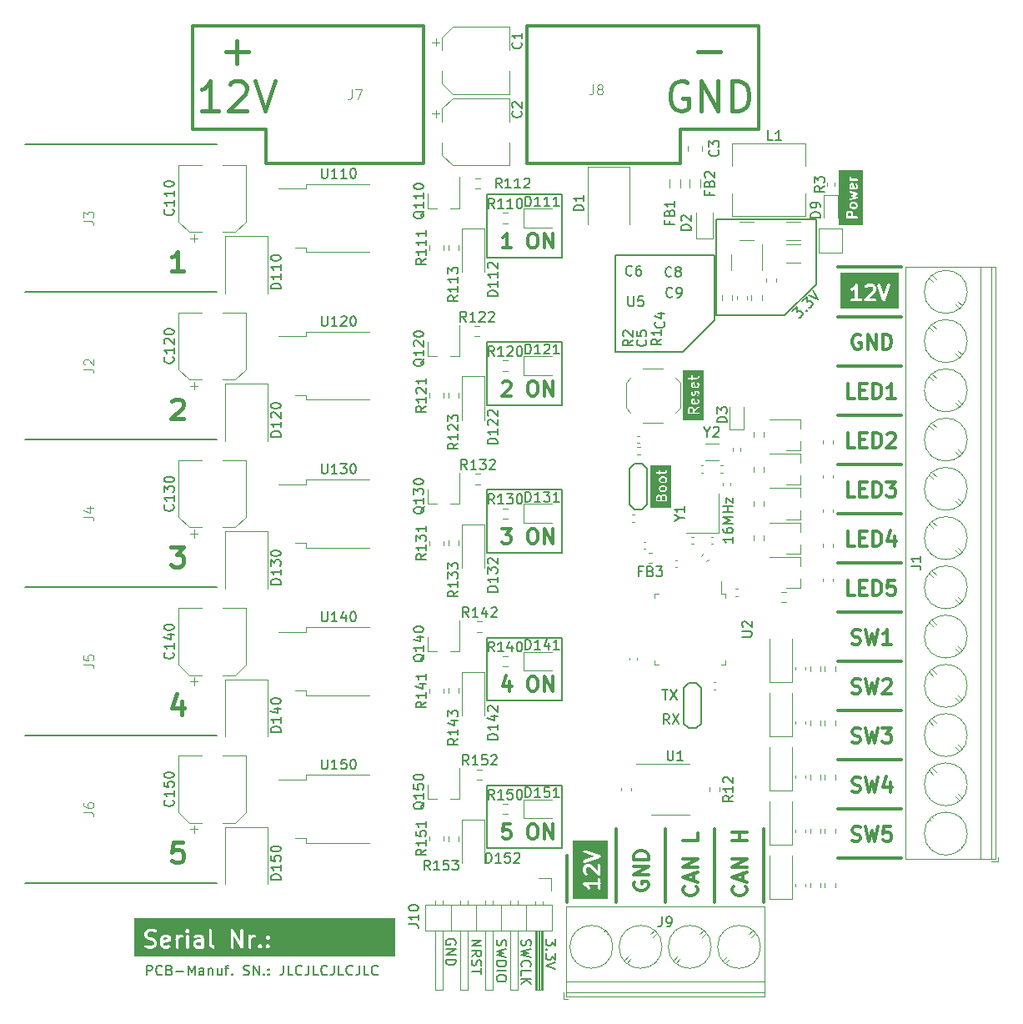
<source format=gbr>
%TF.GenerationSoftware,KiCad,Pcbnew,7.0.5-0*%
%TF.CreationDate,2023-07-18T22:02:12+02:00*%
%TF.ProjectId,buslight,6275736c-6967-4687-942e-6b696361645f,rev?*%
%TF.SameCoordinates,Original*%
%TF.FileFunction,Legend,Top*%
%TF.FilePolarity,Positive*%
%FSLAX46Y46*%
G04 Gerber Fmt 4.6, Leading zero omitted, Abs format (unit mm)*
G04 Created by KiCad (PCBNEW 7.0.5-0) date 2023-07-18 22:02:12*
%MOMM*%
%LPD*%
G01*
G04 APERTURE LIST*
%ADD10C,0.300000*%
%ADD11C,0.150000*%
%ADD12C,0.450000*%
%ADD13C,0.400000*%
%ADD14C,0.200000*%
%ADD15C,0.100000*%
%ADD16C,0.120000*%
G04 APERTURE END LIST*
D10*
X114500000Y-87500000D02*
X108000000Y-87500000D01*
X95500000Y-104500000D02*
X95500000Y-112000000D01*
X114500000Y-102500000D02*
X108000000Y-102500000D01*
X85500000Y-104500000D02*
X85500000Y-112000000D01*
X100500000Y-104500000D02*
X100500000Y-112000000D01*
X100000000Y-33500000D02*
X92000000Y-33500000D01*
X92000000Y-37000000D01*
X76500000Y-37000000D01*
X76500000Y-23000000D01*
X100000000Y-23000000D01*
X100000000Y-33500000D01*
X114500000Y-57500000D02*
X108000000Y-57500000D01*
D11*
X72400000Y-100100000D02*
X80000000Y-100100000D01*
X80000000Y-106500000D01*
X72400000Y-106500000D01*
X72400000Y-100100000D01*
X25500000Y-35000000D02*
X45000000Y-35000000D01*
D10*
X114500000Y-107500000D02*
X108000000Y-107500000D01*
D11*
X72400000Y-85100000D02*
X80000000Y-85100000D01*
X80000000Y-91500000D01*
X72400000Y-91500000D01*
X72400000Y-85100000D01*
X45000000Y-110000000D02*
X25500000Y-110000000D01*
X72400000Y-40100000D02*
X80000000Y-40100000D01*
X80000000Y-46500000D01*
X72400000Y-46500000D01*
X72400000Y-40100000D01*
D10*
X114500000Y-52500000D02*
X108000000Y-52500000D01*
X66000000Y-37000000D02*
X50000000Y-37000000D01*
X50000000Y-33500000D01*
X42500000Y-33500000D01*
X42500000Y-23000000D01*
X66000000Y-23000000D01*
X66000000Y-37000000D01*
X90500000Y-104500000D02*
X90500000Y-112000000D01*
X114500000Y-82500000D02*
X108000000Y-82500000D01*
X114500000Y-47500000D02*
X108000000Y-47500000D01*
D11*
X25500000Y-50000000D02*
X45000000Y-50000000D01*
D10*
X114500000Y-67500000D02*
X108000000Y-67500000D01*
D11*
X45000000Y-65000000D02*
X25500000Y-65000000D01*
D10*
X80500000Y-107250000D02*
X80500000Y-112000000D01*
X114500000Y-77500000D02*
X108000000Y-77500000D01*
D11*
X95500000Y-52900000D02*
X92300000Y-56100000D01*
X85400000Y-56100000D01*
X85400000Y-46300000D01*
X95500000Y-46300000D01*
X95500000Y-52900000D01*
D10*
X114500000Y-97500000D02*
X108000000Y-97500000D01*
X114500000Y-92500000D02*
X108000000Y-92500000D01*
D11*
X45000000Y-95000000D02*
X25500000Y-95000000D01*
X72400000Y-70100000D02*
X80000000Y-70100000D01*
X80000000Y-76500000D01*
X72400000Y-76500000D01*
X72400000Y-70100000D01*
X105800000Y-49200000D02*
X102600000Y-52400000D01*
X95700000Y-52400000D01*
X95700000Y-42600000D01*
X105800000Y-42600000D01*
X105800000Y-49200000D01*
X45000000Y-80000000D02*
X25500000Y-80000000D01*
X72400000Y-55100000D02*
X80000000Y-55100000D01*
X80000000Y-61500000D01*
X72400000Y-61500000D01*
X72400000Y-55100000D01*
D10*
X114500000Y-62500000D02*
X108000000Y-62500000D01*
X114500000Y-72500000D02*
X108000000Y-72500000D01*
X109483082Y-95729400D02*
X109697368Y-95800828D01*
X109697368Y-95800828D02*
X110054510Y-95800828D01*
X110054510Y-95800828D02*
X110197368Y-95729400D01*
X110197368Y-95729400D02*
X110268796Y-95657971D01*
X110268796Y-95657971D02*
X110340225Y-95515114D01*
X110340225Y-95515114D02*
X110340225Y-95372257D01*
X110340225Y-95372257D02*
X110268796Y-95229400D01*
X110268796Y-95229400D02*
X110197368Y-95157971D01*
X110197368Y-95157971D02*
X110054510Y-95086542D01*
X110054510Y-95086542D02*
X109768796Y-95015114D01*
X109768796Y-95015114D02*
X109625939Y-94943685D01*
X109625939Y-94943685D02*
X109554510Y-94872257D01*
X109554510Y-94872257D02*
X109483082Y-94729400D01*
X109483082Y-94729400D02*
X109483082Y-94586542D01*
X109483082Y-94586542D02*
X109554510Y-94443685D01*
X109554510Y-94443685D02*
X109625939Y-94372257D01*
X109625939Y-94372257D02*
X109768796Y-94300828D01*
X109768796Y-94300828D02*
X110125939Y-94300828D01*
X110125939Y-94300828D02*
X110340225Y-94372257D01*
X110840224Y-94300828D02*
X111197367Y-95800828D01*
X111197367Y-95800828D02*
X111483081Y-94729400D01*
X111483081Y-94729400D02*
X111768796Y-95800828D01*
X111768796Y-95800828D02*
X112125939Y-94300828D01*
X112554510Y-94300828D02*
X113483082Y-94300828D01*
X113483082Y-94300828D02*
X112983082Y-94872257D01*
X112983082Y-94872257D02*
X113197367Y-94872257D01*
X113197367Y-94872257D02*
X113340225Y-94943685D01*
X113340225Y-94943685D02*
X113411653Y-95015114D01*
X113411653Y-95015114D02*
X113483082Y-95157971D01*
X113483082Y-95157971D02*
X113483082Y-95515114D01*
X113483082Y-95515114D02*
X113411653Y-95657971D01*
X113411653Y-95657971D02*
X113340225Y-95729400D01*
X113340225Y-95729400D02*
X113197367Y-95800828D01*
X113197367Y-95800828D02*
X112768796Y-95800828D01*
X112768796Y-95800828D02*
X112625939Y-95729400D01*
X112625939Y-95729400D02*
X112554510Y-95657971D01*
X73983082Y-59193685D02*
X74054510Y-59122257D01*
X74054510Y-59122257D02*
X74197368Y-59050828D01*
X74197368Y-59050828D02*
X74554510Y-59050828D01*
X74554510Y-59050828D02*
X74697368Y-59122257D01*
X74697368Y-59122257D02*
X74768796Y-59193685D01*
X74768796Y-59193685D02*
X74840225Y-59336542D01*
X74840225Y-59336542D02*
X74840225Y-59479400D01*
X74840225Y-59479400D02*
X74768796Y-59693685D01*
X74768796Y-59693685D02*
X73911653Y-60550828D01*
X73911653Y-60550828D02*
X74840225Y-60550828D01*
X76911653Y-59050828D02*
X77197367Y-59050828D01*
X77197367Y-59050828D02*
X77340224Y-59122257D01*
X77340224Y-59122257D02*
X77483081Y-59265114D01*
X77483081Y-59265114D02*
X77554510Y-59550828D01*
X77554510Y-59550828D02*
X77554510Y-60050828D01*
X77554510Y-60050828D02*
X77483081Y-60336542D01*
X77483081Y-60336542D02*
X77340224Y-60479400D01*
X77340224Y-60479400D02*
X77197367Y-60550828D01*
X77197367Y-60550828D02*
X76911653Y-60550828D01*
X76911653Y-60550828D02*
X76768796Y-60479400D01*
X76768796Y-60479400D02*
X76625938Y-60336542D01*
X76625938Y-60336542D02*
X76554510Y-60050828D01*
X76554510Y-60050828D02*
X76554510Y-59550828D01*
X76554510Y-59550828D02*
X76625938Y-59265114D01*
X76625938Y-59265114D02*
X76768796Y-59122257D01*
X76768796Y-59122257D02*
X76911653Y-59050828D01*
X78197367Y-60550828D02*
X78197367Y-59050828D01*
X78197367Y-59050828D02*
X79054510Y-60550828D01*
X79054510Y-60550828D02*
X79054510Y-59050828D01*
D11*
X90193922Y-90369819D02*
X90765350Y-90369819D01*
X90479636Y-91369819D02*
X90479636Y-90369819D01*
X91003446Y-90369819D02*
X91670112Y-91369819D01*
X91670112Y-90369819D02*
X91003446Y-91369819D01*
D10*
X74840225Y-45550828D02*
X73983082Y-45550828D01*
X74411653Y-45550828D02*
X74411653Y-44050828D01*
X74411653Y-44050828D02*
X74268796Y-44265114D01*
X74268796Y-44265114D02*
X74125939Y-44407971D01*
X74125939Y-44407971D02*
X73983082Y-44479400D01*
X76911653Y-44050828D02*
X77197367Y-44050828D01*
X77197367Y-44050828D02*
X77340224Y-44122257D01*
X77340224Y-44122257D02*
X77483081Y-44265114D01*
X77483081Y-44265114D02*
X77554510Y-44550828D01*
X77554510Y-44550828D02*
X77554510Y-45050828D01*
X77554510Y-45050828D02*
X77483081Y-45336542D01*
X77483081Y-45336542D02*
X77340224Y-45479400D01*
X77340224Y-45479400D02*
X77197367Y-45550828D01*
X77197367Y-45550828D02*
X76911653Y-45550828D01*
X76911653Y-45550828D02*
X76768796Y-45479400D01*
X76768796Y-45479400D02*
X76625938Y-45336542D01*
X76625938Y-45336542D02*
X76554510Y-45050828D01*
X76554510Y-45050828D02*
X76554510Y-44550828D01*
X76554510Y-44550828D02*
X76625938Y-44265114D01*
X76625938Y-44265114D02*
X76768796Y-44122257D01*
X76768796Y-44122257D02*
X76911653Y-44050828D01*
X78197367Y-45550828D02*
X78197367Y-44050828D01*
X78197367Y-44050828D02*
X79054510Y-45550828D01*
X79054510Y-45550828D02*
X79054510Y-44050828D01*
X98657971Y-110338346D02*
X98729400Y-110409774D01*
X98729400Y-110409774D02*
X98800828Y-110624060D01*
X98800828Y-110624060D02*
X98800828Y-110766917D01*
X98800828Y-110766917D02*
X98729400Y-110981203D01*
X98729400Y-110981203D02*
X98586542Y-111124060D01*
X98586542Y-111124060D02*
X98443685Y-111195489D01*
X98443685Y-111195489D02*
X98157971Y-111266917D01*
X98157971Y-111266917D02*
X97943685Y-111266917D01*
X97943685Y-111266917D02*
X97657971Y-111195489D01*
X97657971Y-111195489D02*
X97515114Y-111124060D01*
X97515114Y-111124060D02*
X97372257Y-110981203D01*
X97372257Y-110981203D02*
X97300828Y-110766917D01*
X97300828Y-110766917D02*
X97300828Y-110624060D01*
X97300828Y-110624060D02*
X97372257Y-110409774D01*
X97372257Y-110409774D02*
X97443685Y-110338346D01*
X98372257Y-109766917D02*
X98372257Y-109052632D01*
X98800828Y-109909774D02*
X97300828Y-109409774D01*
X97300828Y-109409774D02*
X98800828Y-108909774D01*
X98800828Y-108409775D02*
X97300828Y-108409775D01*
X97300828Y-108409775D02*
X98800828Y-107552632D01*
X98800828Y-107552632D02*
X97300828Y-107552632D01*
X98800828Y-105695489D02*
X97300828Y-105695489D01*
X98015114Y-105695489D02*
X98015114Y-104838346D01*
X98800828Y-104838346D02*
X97300828Y-104838346D01*
G36*
X84664286Y-111664286D02*
G01*
X81085714Y-111664286D01*
X81085714Y-110107991D01*
X82145734Y-110107991D01*
X82146280Y-110109242D01*
X82146086Y-110110595D01*
X82163870Y-110149537D01*
X82180976Y-110188722D01*
X82182111Y-110189478D01*
X82182679Y-110190722D01*
X82218688Y-110213863D01*
X82419551Y-110347772D01*
X82534693Y-110462914D01*
X82604882Y-110603290D01*
X82649567Y-110651330D01*
X82734910Y-110673152D01*
X82818503Y-110645372D01*
X82873806Y-110576808D01*
X82883261Y-110489228D01*
X82800546Y-110323800D01*
X82795181Y-110299138D01*
X82765960Y-110269917D01*
X82737804Y-110239647D01*
X82734963Y-110238920D01*
X82734389Y-110238346D01*
X83650828Y-110238346D01*
X83650828Y-110538485D01*
X83669312Y-110601437D01*
X83735885Y-110659122D01*
X83823077Y-110671659D01*
X83903204Y-110635066D01*
X83950828Y-110560961D01*
X83950828Y-110099076D01*
X83955570Y-110066097D01*
X83950828Y-110055713D01*
X83950828Y-109638206D01*
X83932344Y-109575254D01*
X83865771Y-109517569D01*
X83778579Y-109505032D01*
X83698452Y-109541625D01*
X83650828Y-109615730D01*
X83650828Y-109938346D01*
X82323684Y-109938346D01*
X82303455Y-109932035D01*
X82280545Y-109938346D01*
X82279260Y-109938346D01*
X82259764Y-109944070D01*
X82218530Y-109955429D01*
X82217619Y-109956444D01*
X82216308Y-109956830D01*
X82188294Y-109989159D01*
X82159733Y-110021023D01*
X82159515Y-110022372D01*
X82158623Y-110023403D01*
X82152539Y-110065710D01*
X82145734Y-110107991D01*
X81085714Y-110107991D01*
X81085714Y-108533699D01*
X82145398Y-108533699D01*
X82150828Y-108546791D01*
X82150828Y-108865985D01*
X82146967Y-108901749D01*
X82160674Y-108929163D01*
X82169312Y-108958581D01*
X82180024Y-108967863D01*
X82229681Y-109067176D01*
X82235047Y-109091840D01*
X82264267Y-109121060D01*
X82292424Y-109151331D01*
X82295264Y-109152057D01*
X82352870Y-109209663D01*
X82410453Y-109241106D01*
X82498317Y-109234821D01*
X82568836Y-109182032D01*
X82599619Y-109099499D01*
X82580895Y-109013423D01*
X82495534Y-108928063D01*
X82450828Y-108838651D01*
X82450828Y-108552328D01*
X82495535Y-108462913D01*
X82532538Y-108425909D01*
X82621952Y-108381203D01*
X82705059Y-108381203D01*
X82862658Y-108433737D01*
X83667689Y-109238768D01*
X83669312Y-109244295D01*
X83698553Y-109269632D01*
X83710013Y-109281092D01*
X83714787Y-109283698D01*
X83735885Y-109301980D01*
X83752692Y-109304396D01*
X83767597Y-109312535D01*
X83795442Y-109310543D01*
X83823077Y-109314517D01*
X83838524Y-109307462D01*
X83855460Y-109306251D01*
X83877807Y-109289522D01*
X83903204Y-109277924D01*
X83912384Y-109263638D01*
X83925979Y-109253462D01*
X83935736Y-109227302D01*
X83950828Y-109203819D01*
X83950828Y-109186840D01*
X83956763Y-109170928D01*
X83950828Y-109143646D01*
X83950828Y-108209635D01*
X83932344Y-108146683D01*
X83865771Y-108088998D01*
X83778579Y-108076461D01*
X83698452Y-108113054D01*
X83650828Y-108187159D01*
X83650828Y-108797642D01*
X83055459Y-108202274D01*
X83032903Y-108174258D01*
X83003826Y-108164565D01*
X82976916Y-108149871D01*
X82962777Y-108150882D01*
X82794675Y-108094847D01*
X82773444Y-108081203D01*
X82732131Y-108081203D01*
X82690807Y-108079708D01*
X82688285Y-108081203D01*
X82594617Y-108081203D01*
X82558853Y-108077342D01*
X82531437Y-108091050D01*
X82502022Y-108099687D01*
X82492740Y-108110398D01*
X82393424Y-108160057D01*
X82368762Y-108165423D01*
X82339545Y-108194639D01*
X82309272Y-108222799D01*
X82308545Y-108225639D01*
X82279488Y-108254697D01*
X82257790Y-108267585D01*
X82239315Y-108304534D01*
X82219496Y-108340831D01*
X82219705Y-108343754D01*
X82170278Y-108442608D01*
X82150828Y-108472874D01*
X82150828Y-108503527D01*
X82145398Y-108533699D01*
X81085714Y-108533699D01*
X81085714Y-107785991D01*
X82145384Y-107785991D01*
X82161063Y-107872673D01*
X82221116Y-107937116D01*
X82306478Y-107958862D01*
X83822519Y-107453515D01*
X83839422Y-107454127D01*
X83863500Y-107439855D01*
X83868724Y-107438114D01*
X83881975Y-107428904D01*
X83915199Y-107409212D01*
X83917811Y-107403998D01*
X83922600Y-107400671D01*
X83937359Y-107364990D01*
X83954665Y-107330459D01*
X83954044Y-107324658D01*
X83956272Y-107319273D01*
X83949399Y-107281275D01*
X83945288Y-107242872D01*
X83941632Y-107238331D01*
X83940594Y-107232591D01*
X83914258Y-107204330D01*
X83890046Y-107174257D01*
X83884514Y-107172413D01*
X83880540Y-107168148D01*
X83843122Y-107158615D01*
X82327801Y-106653509D01*
X82262234Y-106651137D01*
X82186457Y-106696052D01*
X82146991Y-106774806D01*
X82156368Y-106862392D01*
X82211610Y-106931007D01*
X83326486Y-107302632D01*
X82232933Y-107667150D01*
X82179056Y-107704593D01*
X82145384Y-107785991D01*
X81085714Y-107785991D01*
X81085714Y-105742858D01*
X84664286Y-105742858D01*
X84664286Y-111664286D01*
G37*
D11*
X90908207Y-93869819D02*
X90574874Y-93393628D01*
X90336779Y-93869819D02*
X90336779Y-92869819D01*
X90336779Y-92869819D02*
X90717731Y-92869819D01*
X90717731Y-92869819D02*
X90812969Y-92917438D01*
X90812969Y-92917438D02*
X90860588Y-92965057D01*
X90860588Y-92965057D02*
X90908207Y-93060295D01*
X90908207Y-93060295D02*
X90908207Y-93203152D01*
X90908207Y-93203152D02*
X90860588Y-93298390D01*
X90860588Y-93298390D02*
X90812969Y-93346009D01*
X90812969Y-93346009D02*
X90717731Y-93393628D01*
X90717731Y-93393628D02*
X90336779Y-93393628D01*
X91241541Y-92869819D02*
X91908207Y-93869819D01*
X91908207Y-92869819D02*
X91241541Y-93869819D01*
D10*
X73911653Y-74050828D02*
X74840225Y-74050828D01*
X74840225Y-74050828D02*
X74340225Y-74622257D01*
X74340225Y-74622257D02*
X74554510Y-74622257D01*
X74554510Y-74622257D02*
X74697368Y-74693685D01*
X74697368Y-74693685D02*
X74768796Y-74765114D01*
X74768796Y-74765114D02*
X74840225Y-74907971D01*
X74840225Y-74907971D02*
X74840225Y-75265114D01*
X74840225Y-75265114D02*
X74768796Y-75407971D01*
X74768796Y-75407971D02*
X74697368Y-75479400D01*
X74697368Y-75479400D02*
X74554510Y-75550828D01*
X74554510Y-75550828D02*
X74125939Y-75550828D01*
X74125939Y-75550828D02*
X73983082Y-75479400D01*
X73983082Y-75479400D02*
X73911653Y-75407971D01*
X76911653Y-74050828D02*
X77197367Y-74050828D01*
X77197367Y-74050828D02*
X77340224Y-74122257D01*
X77340224Y-74122257D02*
X77483081Y-74265114D01*
X77483081Y-74265114D02*
X77554510Y-74550828D01*
X77554510Y-74550828D02*
X77554510Y-75050828D01*
X77554510Y-75050828D02*
X77483081Y-75336542D01*
X77483081Y-75336542D02*
X77340224Y-75479400D01*
X77340224Y-75479400D02*
X77197367Y-75550828D01*
X77197367Y-75550828D02*
X76911653Y-75550828D01*
X76911653Y-75550828D02*
X76768796Y-75479400D01*
X76768796Y-75479400D02*
X76625938Y-75336542D01*
X76625938Y-75336542D02*
X76554510Y-75050828D01*
X76554510Y-75050828D02*
X76554510Y-74550828D01*
X76554510Y-74550828D02*
X76625938Y-74265114D01*
X76625938Y-74265114D02*
X76768796Y-74122257D01*
X76768796Y-74122257D02*
X76911653Y-74050828D01*
X78197367Y-75550828D02*
X78197367Y-74050828D01*
X78197367Y-74050828D02*
X79054510Y-75550828D01*
X79054510Y-75550828D02*
X79054510Y-74050828D01*
D12*
X45857142Y-25636600D02*
X48142857Y-25636600D01*
X46999999Y-26779457D02*
X46999999Y-24493742D01*
X45142857Y-31609457D02*
X43428571Y-31609457D01*
X44285714Y-31609457D02*
X44285714Y-28609457D01*
X44285714Y-28609457D02*
X44000000Y-29038028D01*
X44000000Y-29038028D02*
X43714285Y-29323742D01*
X43714285Y-29323742D02*
X43428571Y-29466600D01*
X46285714Y-28895171D02*
X46428571Y-28752314D01*
X46428571Y-28752314D02*
X46714286Y-28609457D01*
X46714286Y-28609457D02*
X47428571Y-28609457D01*
X47428571Y-28609457D02*
X47714286Y-28752314D01*
X47714286Y-28752314D02*
X47857143Y-28895171D01*
X47857143Y-28895171D02*
X48000000Y-29180885D01*
X48000000Y-29180885D02*
X48000000Y-29466600D01*
X48000000Y-29466600D02*
X47857143Y-29895171D01*
X47857143Y-29895171D02*
X46142857Y-31609457D01*
X46142857Y-31609457D02*
X48000000Y-31609457D01*
X48857143Y-28609457D02*
X49857143Y-31609457D01*
X49857143Y-31609457D02*
X50857143Y-28609457D01*
D10*
G36*
X114257142Y-51664286D02*
G01*
X108335714Y-51664286D01*
X108335714Y-49734910D01*
X109326847Y-49734910D01*
X109354627Y-49818503D01*
X109423191Y-49873806D01*
X109510770Y-49883261D01*
X109676197Y-49800546D01*
X109700861Y-49795181D01*
X109730081Y-49765960D01*
X109760352Y-49737804D01*
X109761078Y-49734963D01*
X109761653Y-49734389D01*
X109761653Y-50650828D01*
X109461514Y-50650828D01*
X109398562Y-50669312D01*
X109340877Y-50735885D01*
X109328340Y-50823077D01*
X109364933Y-50903204D01*
X109439038Y-50950828D01*
X109900922Y-50950828D01*
X109933902Y-50955570D01*
X109944285Y-50950828D01*
X110361793Y-50950828D01*
X110424745Y-50932344D01*
X110482430Y-50865771D01*
X110488569Y-50823077D01*
X110685482Y-50823077D01*
X110692536Y-50838524D01*
X110693748Y-50855460D01*
X110710476Y-50877807D01*
X110722075Y-50903204D01*
X110736359Y-50912383D01*
X110746537Y-50925980D01*
X110772698Y-50935737D01*
X110796180Y-50950828D01*
X110813158Y-50950828D01*
X110829071Y-50956763D01*
X110856353Y-50950828D01*
X111790364Y-50950828D01*
X111853316Y-50932344D01*
X111911001Y-50865771D01*
X111923538Y-50778579D01*
X111886945Y-50698452D01*
X111812840Y-50650828D01*
X111202356Y-50650828D01*
X111797724Y-50055459D01*
X111825741Y-50032903D01*
X111835434Y-50003824D01*
X111850127Y-49976916D01*
X111849115Y-49962779D01*
X111905151Y-49794675D01*
X111918796Y-49773444D01*
X111918796Y-49732131D01*
X111920291Y-49690807D01*
X111918796Y-49688284D01*
X111918796Y-49594616D01*
X111922657Y-49558853D01*
X111908948Y-49531437D01*
X111900312Y-49502022D01*
X111889600Y-49492740D01*
X111839942Y-49393425D01*
X111834577Y-49368762D01*
X111805346Y-49339531D01*
X111777200Y-49309272D01*
X111774360Y-49308545D01*
X111772293Y-49306478D01*
X112041137Y-49306478D01*
X112546483Y-50822519D01*
X112545872Y-50839422D01*
X112560143Y-50863500D01*
X112561885Y-50868724D01*
X112571094Y-50881975D01*
X112590787Y-50915199D01*
X112595999Y-50917811D01*
X112599328Y-50922600D01*
X112635011Y-50937361D01*
X112669541Y-50954665D01*
X112675340Y-50954044D01*
X112680726Y-50956272D01*
X112718723Y-50949399D01*
X112757127Y-50945288D01*
X112761667Y-50941632D01*
X112767408Y-50940594D01*
X112795668Y-50914258D01*
X112825742Y-50890046D01*
X112827585Y-50884514D01*
X112831851Y-50880540D01*
X112841383Y-50843122D01*
X113346490Y-49327801D01*
X113348862Y-49262234D01*
X113303947Y-49186457D01*
X113225194Y-49146991D01*
X113137607Y-49156368D01*
X113068992Y-49211610D01*
X112697366Y-50326486D01*
X112332849Y-49232933D01*
X112295406Y-49179056D01*
X112214008Y-49145384D01*
X112127326Y-49161063D01*
X112062883Y-49221116D01*
X112041137Y-49306478D01*
X111772293Y-49306478D01*
X111745302Y-49279488D01*
X111732415Y-49257790D01*
X111695461Y-49239313D01*
X111659170Y-49219496D01*
X111656245Y-49219705D01*
X111557383Y-49170273D01*
X111527125Y-49150828D01*
X111496474Y-49150828D01*
X111466300Y-49145398D01*
X111453208Y-49150828D01*
X111134015Y-49150828D01*
X111098251Y-49146967D01*
X111070835Y-49160674D01*
X111041419Y-49169312D01*
X111032137Y-49180023D01*
X110932819Y-49229682D01*
X110908158Y-49235047D01*
X110878936Y-49264268D01*
X110848668Y-49292424D01*
X110847941Y-49295263D01*
X110790336Y-49352870D01*
X110758892Y-49410454D01*
X110765177Y-49498317D01*
X110817966Y-49568837D01*
X110900500Y-49599620D01*
X110986575Y-49580895D01*
X111071934Y-49495535D01*
X111161350Y-49450828D01*
X111447671Y-49450828D01*
X111537085Y-49495535D01*
X111574089Y-49532539D01*
X111618796Y-49621951D01*
X111618796Y-49705059D01*
X111566262Y-49862657D01*
X110761230Y-50667689D01*
X110755704Y-50669312D01*
X110730366Y-50698553D01*
X110718907Y-50710013D01*
X110716299Y-50714787D01*
X110698019Y-50735885D01*
X110695602Y-50752690D01*
X110687463Y-50767597D01*
X110689455Y-50795445D01*
X110685482Y-50823077D01*
X110488569Y-50823077D01*
X110494967Y-50778579D01*
X110458374Y-50698452D01*
X110384269Y-50650828D01*
X110061653Y-50650828D01*
X110061653Y-49323684D01*
X110067964Y-49303455D01*
X110061653Y-49280544D01*
X110061653Y-49279260D01*
X110055928Y-49259764D01*
X110044570Y-49218530D01*
X110043554Y-49217619D01*
X110043169Y-49216308D01*
X110010839Y-49188294D01*
X109978976Y-49159733D01*
X109977626Y-49159515D01*
X109976596Y-49158623D01*
X109934288Y-49152539D01*
X109892008Y-49145734D01*
X109890756Y-49146280D01*
X109889404Y-49146086D01*
X109850461Y-49163870D01*
X109811277Y-49180976D01*
X109810520Y-49182111D01*
X109809277Y-49182679D01*
X109786131Y-49218694D01*
X109652228Y-49419549D01*
X109537085Y-49534692D01*
X109396709Y-49604882D01*
X109348669Y-49649567D01*
X109326847Y-49734910D01*
X108335714Y-49734910D01*
X108335714Y-48085714D01*
X114257142Y-48085714D01*
X114257142Y-51664286D01*
G37*
X74697368Y-89550828D02*
X74697368Y-90550828D01*
X74340225Y-88979400D02*
X73983082Y-90050828D01*
X73983082Y-90050828D02*
X74911653Y-90050828D01*
X76911653Y-89050828D02*
X77197367Y-89050828D01*
X77197367Y-89050828D02*
X77340224Y-89122257D01*
X77340224Y-89122257D02*
X77483081Y-89265114D01*
X77483081Y-89265114D02*
X77554510Y-89550828D01*
X77554510Y-89550828D02*
X77554510Y-90050828D01*
X77554510Y-90050828D02*
X77483081Y-90336542D01*
X77483081Y-90336542D02*
X77340224Y-90479400D01*
X77340224Y-90479400D02*
X77197367Y-90550828D01*
X77197367Y-90550828D02*
X76911653Y-90550828D01*
X76911653Y-90550828D02*
X76768796Y-90479400D01*
X76768796Y-90479400D02*
X76625938Y-90336542D01*
X76625938Y-90336542D02*
X76554510Y-90050828D01*
X76554510Y-90050828D02*
X76554510Y-89550828D01*
X76554510Y-89550828D02*
X76625938Y-89265114D01*
X76625938Y-89265114D02*
X76768796Y-89122257D01*
X76768796Y-89122257D02*
X76911653Y-89050828D01*
X78197367Y-90550828D02*
X78197367Y-89050828D01*
X78197367Y-89050828D02*
X79054510Y-90550828D01*
X79054510Y-90550828D02*
X79054510Y-89050828D01*
D11*
X70830180Y-115836779D02*
X71830180Y-115836779D01*
X71830180Y-115836779D02*
X70830180Y-116408207D01*
X70830180Y-116408207D02*
X71830180Y-116408207D01*
X70830180Y-117455826D02*
X71306371Y-117122493D01*
X70830180Y-116884398D02*
X71830180Y-116884398D01*
X71830180Y-116884398D02*
X71830180Y-117265350D01*
X71830180Y-117265350D02*
X71782561Y-117360588D01*
X71782561Y-117360588D02*
X71734942Y-117408207D01*
X71734942Y-117408207D02*
X71639704Y-117455826D01*
X71639704Y-117455826D02*
X71496847Y-117455826D01*
X71496847Y-117455826D02*
X71401609Y-117408207D01*
X71401609Y-117408207D02*
X71353990Y-117360588D01*
X71353990Y-117360588D02*
X71306371Y-117265350D01*
X71306371Y-117265350D02*
X71306371Y-116884398D01*
X70877800Y-117836779D02*
X70830180Y-117979636D01*
X70830180Y-117979636D02*
X70830180Y-118217731D01*
X70830180Y-118217731D02*
X70877800Y-118312969D01*
X70877800Y-118312969D02*
X70925419Y-118360588D01*
X70925419Y-118360588D02*
X71020657Y-118408207D01*
X71020657Y-118408207D02*
X71115895Y-118408207D01*
X71115895Y-118408207D02*
X71211133Y-118360588D01*
X71211133Y-118360588D02*
X71258752Y-118312969D01*
X71258752Y-118312969D02*
X71306371Y-118217731D01*
X71306371Y-118217731D02*
X71353990Y-118027255D01*
X71353990Y-118027255D02*
X71401609Y-117932017D01*
X71401609Y-117932017D02*
X71449228Y-117884398D01*
X71449228Y-117884398D02*
X71544466Y-117836779D01*
X71544466Y-117836779D02*
X71639704Y-117836779D01*
X71639704Y-117836779D02*
X71734942Y-117884398D01*
X71734942Y-117884398D02*
X71782561Y-117932017D01*
X71782561Y-117932017D02*
X71830180Y-118027255D01*
X71830180Y-118027255D02*
X71830180Y-118265350D01*
X71830180Y-118265350D02*
X71782561Y-118408207D01*
X71830180Y-118693922D02*
X71830180Y-119265350D01*
X70830180Y-118979636D02*
X71830180Y-118979636D01*
D13*
X41380952Y-91571104D02*
X41380952Y-92904438D01*
X40904761Y-90809200D02*
X40428571Y-92237771D01*
X40428571Y-92237771D02*
X41666666Y-92237771D01*
D11*
G36*
X93253964Y-61847354D02*
G01*
X93284369Y-61877759D01*
X93318628Y-61946275D01*
X93318628Y-62067556D01*
X93316758Y-62085601D01*
X93318628Y-62089301D01*
X93318628Y-62234523D01*
X92944819Y-62234523D01*
X92944819Y-61946276D01*
X92979078Y-61877758D01*
X93009483Y-61847353D01*
X93077999Y-61813095D01*
X93185446Y-61813095D01*
X93253964Y-61847354D01*
G37*
G36*
X93445000Y-61282142D02*
G01*
X93363715Y-61282142D01*
X93306672Y-61253620D01*
X93278152Y-61196580D01*
X93278152Y-61041514D01*
X93306673Y-60984472D01*
X93363713Y-60955952D01*
X93379762Y-60955952D01*
X93445000Y-61282142D01*
G37*
G36*
X93445000Y-59615475D02*
G01*
X93363715Y-59615475D01*
X93306672Y-59586953D01*
X93278152Y-59529913D01*
X93278152Y-59374848D01*
X93306673Y-59317805D01*
X93363713Y-59289285D01*
X93379762Y-59289285D01*
X93445000Y-59615475D01*
G37*
G36*
X94367857Y-63002976D02*
G01*
X92257143Y-63002976D01*
X92257143Y-61936962D01*
X92792105Y-61936962D01*
X92794819Y-61943505D01*
X92794819Y-62304163D01*
X92792449Y-62320647D01*
X92799368Y-62335799D01*
X92804062Y-62351783D01*
X92808374Y-62355519D01*
X92810745Y-62360711D01*
X92824761Y-62369718D01*
X92837348Y-62380625D01*
X92842994Y-62381436D01*
X92847797Y-62384523D01*
X92864459Y-62384523D01*
X92880943Y-62386893D01*
X92886133Y-62384523D01*
X93388268Y-62384523D01*
X93404752Y-62386893D01*
X93409942Y-62384523D01*
X93880601Y-62384523D01*
X93912079Y-62375280D01*
X93940921Y-62341994D01*
X93947189Y-62298399D01*
X93928893Y-62258335D01*
X93891841Y-62234523D01*
X93468628Y-62234523D01*
X93468628Y-62110476D01*
X93921662Y-61793354D01*
X93942149Y-61767731D01*
X93946689Y-61723922D01*
X93926824Y-61684613D01*
X93888860Y-61662283D01*
X93844851Y-61664024D01*
X93469238Y-61926952D01*
X93470558Y-61914727D01*
X93463703Y-61901017D01*
X93459385Y-61886311D01*
X93454030Y-61881671D01*
X93417296Y-61808202D01*
X93414614Y-61795872D01*
X93399994Y-61781252D01*
X93385925Y-61766127D01*
X93384506Y-61765764D01*
X93358071Y-61739329D01*
X93351628Y-61728480D01*
X93333127Y-61719229D01*
X93315005Y-61709334D01*
X93313544Y-61709438D01*
X93240303Y-61672818D01*
X93225174Y-61663095D01*
X93209844Y-61663095D01*
X93194761Y-61660381D01*
X93188217Y-61663095D01*
X93064326Y-61663095D01*
X93046451Y-61661165D01*
X93032741Y-61668019D01*
X93018035Y-61672338D01*
X93013395Y-61677692D01*
X92939926Y-61714426D01*
X92927596Y-61717109D01*
X92912976Y-61731728D01*
X92897851Y-61745798D01*
X92897488Y-61747216D01*
X92871053Y-61773651D01*
X92860204Y-61780095D01*
X92850953Y-61798595D01*
X92841058Y-61816718D01*
X92841162Y-61818178D01*
X92804542Y-61891419D01*
X92794819Y-61906549D01*
X92794819Y-61921879D01*
X92792105Y-61936962D01*
X92257143Y-61936962D01*
X92257143Y-61032200D01*
X93125438Y-61032200D01*
X93128152Y-61038743D01*
X93128152Y-61210244D01*
X93126221Y-61228129D01*
X93133077Y-61241842D01*
X93137395Y-61256545D01*
X93142748Y-61261183D01*
X93175144Y-61325974D01*
X93175042Y-61328888D01*
X93184903Y-61345492D01*
X93188511Y-61352707D01*
X93190385Y-61354721D01*
X93197533Y-61366757D01*
X93205097Y-61370539D01*
X93210855Y-61376729D01*
X93224408Y-61380194D01*
X93308860Y-61422420D01*
X93323987Y-61432142D01*
X93339317Y-61432142D01*
X93354400Y-61434856D01*
X93360944Y-61432142D01*
X93516672Y-61432142D01*
X93518589Y-61433231D01*
X93538519Y-61432142D01*
X93722920Y-61432142D01*
X93740805Y-61434073D01*
X93754518Y-61427216D01*
X93769221Y-61422899D01*
X93773859Y-61417545D01*
X93838651Y-61385149D01*
X93841565Y-61385252D01*
X93858169Y-61375390D01*
X93865384Y-61371783D01*
X93867398Y-61369908D01*
X93879434Y-61362761D01*
X93883216Y-61355196D01*
X93889406Y-61349439D01*
X93892871Y-61335885D01*
X93935097Y-61251433D01*
X93944819Y-61236307D01*
X93944819Y-61220977D01*
X93947533Y-61205894D01*
X93944819Y-61199350D01*
X93944819Y-61027839D01*
X93946749Y-61009965D01*
X93939894Y-60996255D01*
X93935576Y-60981549D01*
X93930221Y-60976909D01*
X93884460Y-60885386D01*
X93862116Y-60861365D01*
X93819445Y-60850454D01*
X93777649Y-60864344D01*
X93749997Y-60898626D01*
X93745269Y-60942415D01*
X93794819Y-61041513D01*
X93794819Y-61196579D01*
X93766298Y-61253620D01*
X93709257Y-61282142D01*
X93597970Y-61282142D01*
X93517316Y-60878873D01*
X93518617Y-60869828D01*
X93513084Y-60857712D01*
X93512676Y-60855671D01*
X93508620Y-60847937D01*
X93500321Y-60829764D01*
X93498463Y-60828570D01*
X93497439Y-60826617D01*
X93480085Y-60816759D01*
X93463269Y-60805952D01*
X93461060Y-60805952D01*
X93459143Y-60804863D01*
X93439213Y-60805952D01*
X93350040Y-60805952D01*
X93332165Y-60804022D01*
X93318455Y-60810876D01*
X93303749Y-60815195D01*
X93299109Y-60820549D01*
X93234318Y-60852944D01*
X93231406Y-60852842D01*
X93214805Y-60862701D01*
X93207586Y-60866311D01*
X93205569Y-60868186D01*
X93193537Y-60875333D01*
X93189754Y-60882897D01*
X93183565Y-60888655D01*
X93180099Y-60902208D01*
X93137875Y-60986657D01*
X93128152Y-61001787D01*
X93128152Y-61017117D01*
X93125438Y-61032200D01*
X92257143Y-61032200D01*
X92257143Y-60222676D01*
X93125438Y-60222676D01*
X93128152Y-60229219D01*
X93128152Y-60353101D01*
X93126221Y-60370986D01*
X93133077Y-60384699D01*
X93137395Y-60399402D01*
X93142748Y-60404040D01*
X93175144Y-60468831D01*
X93175042Y-60471745D01*
X93184903Y-60488349D01*
X93188511Y-60495564D01*
X93190385Y-60497578D01*
X93197533Y-60509614D01*
X93205097Y-60513396D01*
X93210855Y-60519586D01*
X93224408Y-60523051D01*
X93308860Y-60565277D01*
X93323987Y-60574999D01*
X93339317Y-60574999D01*
X93354400Y-60577713D01*
X93360944Y-60574999D01*
X93389588Y-60574999D01*
X93407472Y-60576930D01*
X93421185Y-60570073D01*
X93435888Y-60565756D01*
X93440526Y-60560402D01*
X93505317Y-60528006D01*
X93508231Y-60528109D01*
X93524835Y-60518247D01*
X93532050Y-60514640D01*
X93534064Y-60512765D01*
X93546100Y-60505618D01*
X93549882Y-60498053D01*
X93556072Y-60492296D01*
X93559537Y-60478742D01*
X93601763Y-60394290D01*
X93611485Y-60379164D01*
X93611485Y-60363834D01*
X93614199Y-60348751D01*
X93611485Y-60342207D01*
X93611485Y-60231991D01*
X93640006Y-60174948D01*
X93697046Y-60146428D01*
X93709256Y-60146428D01*
X93766298Y-60174948D01*
X93794819Y-60231989D01*
X93794819Y-60387055D01*
X93750296Y-60476102D01*
X93744486Y-60508390D01*
X93761359Y-60549073D01*
X93797549Y-60574176D01*
X93841565Y-60575728D01*
X93879434Y-60553237D01*
X93935097Y-60441909D01*
X93944819Y-60426783D01*
X93944819Y-60411453D01*
X93947533Y-60396370D01*
X93944819Y-60389826D01*
X93944819Y-60218315D01*
X93946749Y-60200441D01*
X93939894Y-60186731D01*
X93935576Y-60172025D01*
X93930221Y-60167385D01*
X93897826Y-60102594D01*
X93897929Y-60099681D01*
X93888068Y-60083078D01*
X93884460Y-60075862D01*
X93882584Y-60073846D01*
X93875438Y-60061813D01*
X93867873Y-60058030D01*
X93862116Y-60051841D01*
X93848562Y-60048375D01*
X93764112Y-60006150D01*
X93748983Y-59996428D01*
X93733653Y-59996428D01*
X93718570Y-59993714D01*
X93712026Y-59996428D01*
X93683373Y-59996428D01*
X93665498Y-59994498D01*
X93651788Y-60001352D01*
X93637082Y-60005671D01*
X93632442Y-60011025D01*
X93567651Y-60043420D01*
X93564739Y-60043318D01*
X93548138Y-60053177D01*
X93540919Y-60056787D01*
X93538902Y-60058662D01*
X93526870Y-60065809D01*
X93523087Y-60073373D01*
X93516898Y-60079131D01*
X93513432Y-60092684D01*
X93471208Y-60177133D01*
X93461485Y-60192263D01*
X93461485Y-60207593D01*
X93458771Y-60222676D01*
X93461485Y-60229219D01*
X93461485Y-60339436D01*
X93432963Y-60396478D01*
X93375923Y-60424999D01*
X93363715Y-60424999D01*
X93306672Y-60396477D01*
X93278152Y-60339437D01*
X93278152Y-60231991D01*
X93322675Y-60142945D01*
X93328485Y-60110656D01*
X93311612Y-60069973D01*
X93275422Y-60044871D01*
X93231406Y-60043318D01*
X93193537Y-60065809D01*
X93137875Y-60177133D01*
X93128152Y-60192263D01*
X93128152Y-60207593D01*
X93125438Y-60222676D01*
X92257143Y-60222676D01*
X92257143Y-59365533D01*
X93125438Y-59365533D01*
X93128152Y-59372076D01*
X93128152Y-59543577D01*
X93126221Y-59561462D01*
X93133077Y-59575175D01*
X93137395Y-59589878D01*
X93142748Y-59594516D01*
X93175144Y-59659307D01*
X93175042Y-59662221D01*
X93184903Y-59678825D01*
X93188511Y-59686040D01*
X93190385Y-59688054D01*
X93197533Y-59700090D01*
X93205097Y-59703872D01*
X93210855Y-59710062D01*
X93224408Y-59713527D01*
X93308860Y-59755753D01*
X93323987Y-59765475D01*
X93339317Y-59765475D01*
X93354400Y-59768189D01*
X93360944Y-59765475D01*
X93516672Y-59765475D01*
X93518589Y-59766564D01*
X93538519Y-59765475D01*
X93722920Y-59765475D01*
X93740805Y-59767406D01*
X93754518Y-59760549D01*
X93769221Y-59756232D01*
X93773859Y-59750878D01*
X93838651Y-59718482D01*
X93841565Y-59718585D01*
X93858169Y-59708723D01*
X93865384Y-59705116D01*
X93867398Y-59703241D01*
X93879434Y-59696094D01*
X93883216Y-59688529D01*
X93889406Y-59682772D01*
X93892871Y-59669218D01*
X93935097Y-59584766D01*
X93944819Y-59569640D01*
X93944819Y-59554310D01*
X93947533Y-59539227D01*
X93944819Y-59532683D01*
X93944819Y-59361172D01*
X93946749Y-59343298D01*
X93939894Y-59329588D01*
X93935576Y-59314882D01*
X93930221Y-59310242D01*
X93884460Y-59218719D01*
X93862116Y-59194698D01*
X93819445Y-59183787D01*
X93777649Y-59197677D01*
X93749997Y-59231959D01*
X93745269Y-59275748D01*
X93794819Y-59374846D01*
X93794819Y-59529912D01*
X93766298Y-59586953D01*
X93709257Y-59615475D01*
X93597970Y-59615475D01*
X93517316Y-59212206D01*
X93518617Y-59203161D01*
X93513084Y-59191045D01*
X93512676Y-59189004D01*
X93508620Y-59181270D01*
X93500321Y-59163097D01*
X93498463Y-59161903D01*
X93497439Y-59159950D01*
X93480085Y-59150092D01*
X93463269Y-59139285D01*
X93461060Y-59139285D01*
X93459143Y-59138196D01*
X93439213Y-59139285D01*
X93350040Y-59139285D01*
X93332165Y-59137355D01*
X93318455Y-59144209D01*
X93303749Y-59148528D01*
X93299109Y-59153882D01*
X93234318Y-59186277D01*
X93231406Y-59186175D01*
X93214805Y-59196034D01*
X93207586Y-59199644D01*
X93205569Y-59201519D01*
X93193537Y-59208666D01*
X93189754Y-59216230D01*
X93183565Y-59221988D01*
X93180099Y-59235541D01*
X93137875Y-59319990D01*
X93128152Y-59335120D01*
X93128152Y-59350450D01*
X93125438Y-59365533D01*
X92257143Y-59365533D01*
X92257143Y-58796837D01*
X92792449Y-58796837D01*
X92810745Y-58836901D01*
X92847797Y-58860713D01*
X93128152Y-58860713D01*
X93128152Y-58939352D01*
X93137395Y-58970830D01*
X93170681Y-58999672D01*
X93214276Y-59005940D01*
X93254340Y-58987644D01*
X93278152Y-58950592D01*
X93278152Y-58860713D01*
X93722920Y-58860713D01*
X93740805Y-58862644D01*
X93754518Y-58855787D01*
X93769221Y-58851470D01*
X93773859Y-58846116D01*
X93838651Y-58813720D01*
X93841565Y-58813823D01*
X93858169Y-58803961D01*
X93865384Y-58800354D01*
X93867398Y-58798479D01*
X93879434Y-58791332D01*
X93883216Y-58783767D01*
X93889406Y-58778010D01*
X93892871Y-58764456D01*
X93935097Y-58680004D01*
X93944819Y-58664878D01*
X93944819Y-58649548D01*
X93947533Y-58634465D01*
X93944819Y-58627921D01*
X93944819Y-58536836D01*
X93935576Y-58505358D01*
X93902290Y-58476516D01*
X93858695Y-58470248D01*
X93818631Y-58488544D01*
X93794819Y-58525596D01*
X93794819Y-58625150D01*
X93766298Y-58682191D01*
X93709257Y-58710713D01*
X93278152Y-58710713D01*
X93278152Y-58536836D01*
X93268909Y-58505358D01*
X93235623Y-58476516D01*
X93192028Y-58470248D01*
X93151964Y-58488544D01*
X93128152Y-58525596D01*
X93128152Y-58710713D01*
X92859037Y-58710713D01*
X92827559Y-58719956D01*
X92798717Y-58753242D01*
X92792449Y-58796837D01*
X92257143Y-58796837D01*
X92257143Y-57997023D01*
X94367857Y-57997023D01*
X94367857Y-63002976D01*
G37*
D10*
X93657971Y-110338346D02*
X93729400Y-110409774D01*
X93729400Y-110409774D02*
X93800828Y-110624060D01*
X93800828Y-110624060D02*
X93800828Y-110766917D01*
X93800828Y-110766917D02*
X93729400Y-110981203D01*
X93729400Y-110981203D02*
X93586542Y-111124060D01*
X93586542Y-111124060D02*
X93443685Y-111195489D01*
X93443685Y-111195489D02*
X93157971Y-111266917D01*
X93157971Y-111266917D02*
X92943685Y-111266917D01*
X92943685Y-111266917D02*
X92657971Y-111195489D01*
X92657971Y-111195489D02*
X92515114Y-111124060D01*
X92515114Y-111124060D02*
X92372257Y-110981203D01*
X92372257Y-110981203D02*
X92300828Y-110766917D01*
X92300828Y-110766917D02*
X92300828Y-110624060D01*
X92300828Y-110624060D02*
X92372257Y-110409774D01*
X92372257Y-110409774D02*
X92443685Y-110338346D01*
X93372257Y-109766917D02*
X93372257Y-109052632D01*
X93800828Y-109909774D02*
X92300828Y-109409774D01*
X92300828Y-109409774D02*
X93800828Y-108909774D01*
X93800828Y-108409775D02*
X92300828Y-108409775D01*
X92300828Y-108409775D02*
X93800828Y-107552632D01*
X93800828Y-107552632D02*
X92300828Y-107552632D01*
X93800828Y-104981203D02*
X93800828Y-105695489D01*
X93800828Y-105695489D02*
X92300828Y-105695489D01*
X109768796Y-80800828D02*
X109054510Y-80800828D01*
X109054510Y-80800828D02*
X109054510Y-79300828D01*
X110268796Y-80015114D02*
X110768796Y-80015114D01*
X110983082Y-80800828D02*
X110268796Y-80800828D01*
X110268796Y-80800828D02*
X110268796Y-79300828D01*
X110268796Y-79300828D02*
X110983082Y-79300828D01*
X111625939Y-80800828D02*
X111625939Y-79300828D01*
X111625939Y-79300828D02*
X111983082Y-79300828D01*
X111983082Y-79300828D02*
X112197368Y-79372257D01*
X112197368Y-79372257D02*
X112340225Y-79515114D01*
X112340225Y-79515114D02*
X112411654Y-79657971D01*
X112411654Y-79657971D02*
X112483082Y-79943685D01*
X112483082Y-79943685D02*
X112483082Y-80157971D01*
X112483082Y-80157971D02*
X112411654Y-80443685D01*
X112411654Y-80443685D02*
X112340225Y-80586542D01*
X112340225Y-80586542D02*
X112197368Y-80729400D01*
X112197368Y-80729400D02*
X111983082Y-80800828D01*
X111983082Y-80800828D02*
X111625939Y-80800828D01*
X113840225Y-79300828D02*
X113125939Y-79300828D01*
X113125939Y-79300828D02*
X113054511Y-80015114D01*
X113054511Y-80015114D02*
X113125939Y-79943685D01*
X113125939Y-79943685D02*
X113268797Y-79872257D01*
X113268797Y-79872257D02*
X113625939Y-79872257D01*
X113625939Y-79872257D02*
X113768797Y-79943685D01*
X113768797Y-79943685D02*
X113840225Y-80015114D01*
X113840225Y-80015114D02*
X113911654Y-80157971D01*
X113911654Y-80157971D02*
X113911654Y-80515114D01*
X113911654Y-80515114D02*
X113840225Y-80657971D01*
X113840225Y-80657971D02*
X113768797Y-80729400D01*
X113768797Y-80729400D02*
X113625939Y-80800828D01*
X113625939Y-80800828D02*
X113268797Y-80800828D01*
X113268797Y-80800828D02*
X113125939Y-80729400D01*
X113125939Y-80729400D02*
X113054511Y-80657971D01*
D11*
X69182561Y-116260588D02*
X69230180Y-116165350D01*
X69230180Y-116165350D02*
X69230180Y-116022493D01*
X69230180Y-116022493D02*
X69182561Y-115879636D01*
X69182561Y-115879636D02*
X69087323Y-115784398D01*
X69087323Y-115784398D02*
X68992085Y-115736779D01*
X68992085Y-115736779D02*
X68801609Y-115689160D01*
X68801609Y-115689160D02*
X68658752Y-115689160D01*
X68658752Y-115689160D02*
X68468276Y-115736779D01*
X68468276Y-115736779D02*
X68373038Y-115784398D01*
X68373038Y-115784398D02*
X68277800Y-115879636D01*
X68277800Y-115879636D02*
X68230180Y-116022493D01*
X68230180Y-116022493D02*
X68230180Y-116117731D01*
X68230180Y-116117731D02*
X68277800Y-116260588D01*
X68277800Y-116260588D02*
X68325419Y-116308207D01*
X68325419Y-116308207D02*
X68658752Y-116308207D01*
X68658752Y-116308207D02*
X68658752Y-116117731D01*
X68230180Y-116736779D02*
X69230180Y-116736779D01*
X69230180Y-116736779D02*
X68230180Y-117308207D01*
X68230180Y-117308207D02*
X69230180Y-117308207D01*
X68230180Y-117784398D02*
X69230180Y-117784398D01*
X69230180Y-117784398D02*
X69230180Y-118022493D01*
X69230180Y-118022493D02*
X69182561Y-118165350D01*
X69182561Y-118165350D02*
X69087323Y-118260588D01*
X69087323Y-118260588D02*
X68992085Y-118308207D01*
X68992085Y-118308207D02*
X68801609Y-118355826D01*
X68801609Y-118355826D02*
X68658752Y-118355826D01*
X68658752Y-118355826D02*
X68468276Y-118308207D01*
X68468276Y-118308207D02*
X68373038Y-118260588D01*
X68373038Y-118260588D02*
X68277800Y-118165350D01*
X68277800Y-118165350D02*
X68230180Y-118022493D01*
X68230180Y-118022493D02*
X68230180Y-117784398D01*
X37836779Y-119369819D02*
X37836779Y-118369819D01*
X37836779Y-118369819D02*
X38217731Y-118369819D01*
X38217731Y-118369819D02*
X38312969Y-118417438D01*
X38312969Y-118417438D02*
X38360588Y-118465057D01*
X38360588Y-118465057D02*
X38408207Y-118560295D01*
X38408207Y-118560295D02*
X38408207Y-118703152D01*
X38408207Y-118703152D02*
X38360588Y-118798390D01*
X38360588Y-118798390D02*
X38312969Y-118846009D01*
X38312969Y-118846009D02*
X38217731Y-118893628D01*
X38217731Y-118893628D02*
X37836779Y-118893628D01*
X39408207Y-119274580D02*
X39360588Y-119322200D01*
X39360588Y-119322200D02*
X39217731Y-119369819D01*
X39217731Y-119369819D02*
X39122493Y-119369819D01*
X39122493Y-119369819D02*
X38979636Y-119322200D01*
X38979636Y-119322200D02*
X38884398Y-119226961D01*
X38884398Y-119226961D02*
X38836779Y-119131723D01*
X38836779Y-119131723D02*
X38789160Y-118941247D01*
X38789160Y-118941247D02*
X38789160Y-118798390D01*
X38789160Y-118798390D02*
X38836779Y-118607914D01*
X38836779Y-118607914D02*
X38884398Y-118512676D01*
X38884398Y-118512676D02*
X38979636Y-118417438D01*
X38979636Y-118417438D02*
X39122493Y-118369819D01*
X39122493Y-118369819D02*
X39217731Y-118369819D01*
X39217731Y-118369819D02*
X39360588Y-118417438D01*
X39360588Y-118417438D02*
X39408207Y-118465057D01*
X40170112Y-118846009D02*
X40312969Y-118893628D01*
X40312969Y-118893628D02*
X40360588Y-118941247D01*
X40360588Y-118941247D02*
X40408207Y-119036485D01*
X40408207Y-119036485D02*
X40408207Y-119179342D01*
X40408207Y-119179342D02*
X40360588Y-119274580D01*
X40360588Y-119274580D02*
X40312969Y-119322200D01*
X40312969Y-119322200D02*
X40217731Y-119369819D01*
X40217731Y-119369819D02*
X39836779Y-119369819D01*
X39836779Y-119369819D02*
X39836779Y-118369819D01*
X39836779Y-118369819D02*
X40170112Y-118369819D01*
X40170112Y-118369819D02*
X40265350Y-118417438D01*
X40265350Y-118417438D02*
X40312969Y-118465057D01*
X40312969Y-118465057D02*
X40360588Y-118560295D01*
X40360588Y-118560295D02*
X40360588Y-118655533D01*
X40360588Y-118655533D02*
X40312969Y-118750771D01*
X40312969Y-118750771D02*
X40265350Y-118798390D01*
X40265350Y-118798390D02*
X40170112Y-118846009D01*
X40170112Y-118846009D02*
X39836779Y-118846009D01*
X40836779Y-118988866D02*
X41598684Y-118988866D01*
X42074874Y-119369819D02*
X42074874Y-118369819D01*
X42074874Y-118369819D02*
X42408207Y-119084104D01*
X42408207Y-119084104D02*
X42741540Y-118369819D01*
X42741540Y-118369819D02*
X42741540Y-119369819D01*
X43646302Y-119369819D02*
X43646302Y-118846009D01*
X43646302Y-118846009D02*
X43598683Y-118750771D01*
X43598683Y-118750771D02*
X43503445Y-118703152D01*
X43503445Y-118703152D02*
X43312969Y-118703152D01*
X43312969Y-118703152D02*
X43217731Y-118750771D01*
X43646302Y-119322200D02*
X43551064Y-119369819D01*
X43551064Y-119369819D02*
X43312969Y-119369819D01*
X43312969Y-119369819D02*
X43217731Y-119322200D01*
X43217731Y-119322200D02*
X43170112Y-119226961D01*
X43170112Y-119226961D02*
X43170112Y-119131723D01*
X43170112Y-119131723D02*
X43217731Y-119036485D01*
X43217731Y-119036485D02*
X43312969Y-118988866D01*
X43312969Y-118988866D02*
X43551064Y-118988866D01*
X43551064Y-118988866D02*
X43646302Y-118941247D01*
X44122493Y-118703152D02*
X44122493Y-119369819D01*
X44122493Y-118798390D02*
X44170112Y-118750771D01*
X44170112Y-118750771D02*
X44265350Y-118703152D01*
X44265350Y-118703152D02*
X44408207Y-118703152D01*
X44408207Y-118703152D02*
X44503445Y-118750771D01*
X44503445Y-118750771D02*
X44551064Y-118846009D01*
X44551064Y-118846009D02*
X44551064Y-119369819D01*
X45455826Y-118703152D02*
X45455826Y-119369819D01*
X45027255Y-118703152D02*
X45027255Y-119226961D01*
X45027255Y-119226961D02*
X45074874Y-119322200D01*
X45074874Y-119322200D02*
X45170112Y-119369819D01*
X45170112Y-119369819D02*
X45312969Y-119369819D01*
X45312969Y-119369819D02*
X45408207Y-119322200D01*
X45408207Y-119322200D02*
X45455826Y-119274580D01*
X45789160Y-118703152D02*
X46170112Y-118703152D01*
X45932017Y-119369819D02*
X45932017Y-118512676D01*
X45932017Y-118512676D02*
X45979636Y-118417438D01*
X45979636Y-118417438D02*
X46074874Y-118369819D01*
X46074874Y-118369819D02*
X46170112Y-118369819D01*
X46503446Y-119274580D02*
X46551065Y-119322200D01*
X46551065Y-119322200D02*
X46503446Y-119369819D01*
X46503446Y-119369819D02*
X46455827Y-119322200D01*
X46455827Y-119322200D02*
X46503446Y-119274580D01*
X46503446Y-119274580D02*
X46503446Y-119369819D01*
X47693922Y-119322200D02*
X47836779Y-119369819D01*
X47836779Y-119369819D02*
X48074874Y-119369819D01*
X48074874Y-119369819D02*
X48170112Y-119322200D01*
X48170112Y-119322200D02*
X48217731Y-119274580D01*
X48217731Y-119274580D02*
X48265350Y-119179342D01*
X48265350Y-119179342D02*
X48265350Y-119084104D01*
X48265350Y-119084104D02*
X48217731Y-118988866D01*
X48217731Y-118988866D02*
X48170112Y-118941247D01*
X48170112Y-118941247D02*
X48074874Y-118893628D01*
X48074874Y-118893628D02*
X47884398Y-118846009D01*
X47884398Y-118846009D02*
X47789160Y-118798390D01*
X47789160Y-118798390D02*
X47741541Y-118750771D01*
X47741541Y-118750771D02*
X47693922Y-118655533D01*
X47693922Y-118655533D02*
X47693922Y-118560295D01*
X47693922Y-118560295D02*
X47741541Y-118465057D01*
X47741541Y-118465057D02*
X47789160Y-118417438D01*
X47789160Y-118417438D02*
X47884398Y-118369819D01*
X47884398Y-118369819D02*
X48122493Y-118369819D01*
X48122493Y-118369819D02*
X48265350Y-118417438D01*
X48693922Y-119369819D02*
X48693922Y-118369819D01*
X48693922Y-118369819D02*
X49265350Y-119369819D01*
X49265350Y-119369819D02*
X49265350Y-118369819D01*
X49741541Y-119274580D02*
X49789160Y-119322200D01*
X49789160Y-119322200D02*
X49741541Y-119369819D01*
X49741541Y-119369819D02*
X49693922Y-119322200D01*
X49693922Y-119322200D02*
X49741541Y-119274580D01*
X49741541Y-119274580D02*
X49741541Y-119369819D01*
X50217731Y-119274580D02*
X50265350Y-119322200D01*
X50265350Y-119322200D02*
X50217731Y-119369819D01*
X50217731Y-119369819D02*
X50170112Y-119322200D01*
X50170112Y-119322200D02*
X50217731Y-119274580D01*
X50217731Y-119274580D02*
X50217731Y-119369819D01*
X50217731Y-118750771D02*
X50265350Y-118798390D01*
X50265350Y-118798390D02*
X50217731Y-118846009D01*
X50217731Y-118846009D02*
X50170112Y-118798390D01*
X50170112Y-118798390D02*
X50217731Y-118750771D01*
X50217731Y-118750771D02*
X50217731Y-118846009D01*
X51741540Y-118369819D02*
X51741540Y-119084104D01*
X51741540Y-119084104D02*
X51693921Y-119226961D01*
X51693921Y-119226961D02*
X51598683Y-119322200D01*
X51598683Y-119322200D02*
X51455826Y-119369819D01*
X51455826Y-119369819D02*
X51360588Y-119369819D01*
X52693921Y-119369819D02*
X52217731Y-119369819D01*
X52217731Y-119369819D02*
X52217731Y-118369819D01*
X53598683Y-119274580D02*
X53551064Y-119322200D01*
X53551064Y-119322200D02*
X53408207Y-119369819D01*
X53408207Y-119369819D02*
X53312969Y-119369819D01*
X53312969Y-119369819D02*
X53170112Y-119322200D01*
X53170112Y-119322200D02*
X53074874Y-119226961D01*
X53074874Y-119226961D02*
X53027255Y-119131723D01*
X53027255Y-119131723D02*
X52979636Y-118941247D01*
X52979636Y-118941247D02*
X52979636Y-118798390D01*
X52979636Y-118798390D02*
X53027255Y-118607914D01*
X53027255Y-118607914D02*
X53074874Y-118512676D01*
X53074874Y-118512676D02*
X53170112Y-118417438D01*
X53170112Y-118417438D02*
X53312969Y-118369819D01*
X53312969Y-118369819D02*
X53408207Y-118369819D01*
X53408207Y-118369819D02*
X53551064Y-118417438D01*
X53551064Y-118417438D02*
X53598683Y-118465057D01*
X54312969Y-118369819D02*
X54312969Y-119084104D01*
X54312969Y-119084104D02*
X54265350Y-119226961D01*
X54265350Y-119226961D02*
X54170112Y-119322200D01*
X54170112Y-119322200D02*
X54027255Y-119369819D01*
X54027255Y-119369819D02*
X53932017Y-119369819D01*
X55265350Y-119369819D02*
X54789160Y-119369819D01*
X54789160Y-119369819D02*
X54789160Y-118369819D01*
X56170112Y-119274580D02*
X56122493Y-119322200D01*
X56122493Y-119322200D02*
X55979636Y-119369819D01*
X55979636Y-119369819D02*
X55884398Y-119369819D01*
X55884398Y-119369819D02*
X55741541Y-119322200D01*
X55741541Y-119322200D02*
X55646303Y-119226961D01*
X55646303Y-119226961D02*
X55598684Y-119131723D01*
X55598684Y-119131723D02*
X55551065Y-118941247D01*
X55551065Y-118941247D02*
X55551065Y-118798390D01*
X55551065Y-118798390D02*
X55598684Y-118607914D01*
X55598684Y-118607914D02*
X55646303Y-118512676D01*
X55646303Y-118512676D02*
X55741541Y-118417438D01*
X55741541Y-118417438D02*
X55884398Y-118369819D01*
X55884398Y-118369819D02*
X55979636Y-118369819D01*
X55979636Y-118369819D02*
X56122493Y-118417438D01*
X56122493Y-118417438D02*
X56170112Y-118465057D01*
X56884398Y-118369819D02*
X56884398Y-119084104D01*
X56884398Y-119084104D02*
X56836779Y-119226961D01*
X56836779Y-119226961D02*
X56741541Y-119322200D01*
X56741541Y-119322200D02*
X56598684Y-119369819D01*
X56598684Y-119369819D02*
X56503446Y-119369819D01*
X57836779Y-119369819D02*
X57360589Y-119369819D01*
X57360589Y-119369819D02*
X57360589Y-118369819D01*
X58741541Y-119274580D02*
X58693922Y-119322200D01*
X58693922Y-119322200D02*
X58551065Y-119369819D01*
X58551065Y-119369819D02*
X58455827Y-119369819D01*
X58455827Y-119369819D02*
X58312970Y-119322200D01*
X58312970Y-119322200D02*
X58217732Y-119226961D01*
X58217732Y-119226961D02*
X58170113Y-119131723D01*
X58170113Y-119131723D02*
X58122494Y-118941247D01*
X58122494Y-118941247D02*
X58122494Y-118798390D01*
X58122494Y-118798390D02*
X58170113Y-118607914D01*
X58170113Y-118607914D02*
X58217732Y-118512676D01*
X58217732Y-118512676D02*
X58312970Y-118417438D01*
X58312970Y-118417438D02*
X58455827Y-118369819D01*
X58455827Y-118369819D02*
X58551065Y-118369819D01*
X58551065Y-118369819D02*
X58693922Y-118417438D01*
X58693922Y-118417438D02*
X58741541Y-118465057D01*
X59455827Y-118369819D02*
X59455827Y-119084104D01*
X59455827Y-119084104D02*
X59408208Y-119226961D01*
X59408208Y-119226961D02*
X59312970Y-119322200D01*
X59312970Y-119322200D02*
X59170113Y-119369819D01*
X59170113Y-119369819D02*
X59074875Y-119369819D01*
X60408208Y-119369819D02*
X59932018Y-119369819D01*
X59932018Y-119369819D02*
X59932018Y-118369819D01*
X61312970Y-119274580D02*
X61265351Y-119322200D01*
X61265351Y-119322200D02*
X61122494Y-119369819D01*
X61122494Y-119369819D02*
X61027256Y-119369819D01*
X61027256Y-119369819D02*
X60884399Y-119322200D01*
X60884399Y-119322200D02*
X60789161Y-119226961D01*
X60789161Y-119226961D02*
X60741542Y-119131723D01*
X60741542Y-119131723D02*
X60693923Y-118941247D01*
X60693923Y-118941247D02*
X60693923Y-118798390D01*
X60693923Y-118798390D02*
X60741542Y-118607914D01*
X60741542Y-118607914D02*
X60789161Y-118512676D01*
X60789161Y-118512676D02*
X60884399Y-118417438D01*
X60884399Y-118417438D02*
X61027256Y-118369819D01*
X61027256Y-118369819D02*
X61122494Y-118369819D01*
X61122494Y-118369819D02*
X61265351Y-118417438D01*
X61265351Y-118417438D02*
X61312970Y-118465057D01*
D13*
X41571428Y-47904438D02*
X40428571Y-47904438D01*
X40999999Y-47904438D02*
X40999999Y-45904438D01*
X40999999Y-45904438D02*
X40809523Y-46190152D01*
X40809523Y-46190152D02*
X40619047Y-46380628D01*
X40619047Y-46380628D02*
X40428571Y-46475866D01*
D11*
X79380180Y-115741541D02*
X79380180Y-116360588D01*
X79380180Y-116360588D02*
X78999228Y-116027255D01*
X78999228Y-116027255D02*
X78999228Y-116170112D01*
X78999228Y-116170112D02*
X78951609Y-116265350D01*
X78951609Y-116265350D02*
X78903990Y-116312969D01*
X78903990Y-116312969D02*
X78808752Y-116360588D01*
X78808752Y-116360588D02*
X78570657Y-116360588D01*
X78570657Y-116360588D02*
X78475419Y-116312969D01*
X78475419Y-116312969D02*
X78427800Y-116265350D01*
X78427800Y-116265350D02*
X78380180Y-116170112D01*
X78380180Y-116170112D02*
X78380180Y-115884398D01*
X78380180Y-115884398D02*
X78427800Y-115789160D01*
X78427800Y-115789160D02*
X78475419Y-115741541D01*
X78475419Y-116789160D02*
X78427800Y-116836779D01*
X78427800Y-116836779D02*
X78380180Y-116789160D01*
X78380180Y-116789160D02*
X78427800Y-116741541D01*
X78427800Y-116741541D02*
X78475419Y-116789160D01*
X78475419Y-116789160D02*
X78380180Y-116789160D01*
X79380180Y-117170112D02*
X79380180Y-117789159D01*
X79380180Y-117789159D02*
X78999228Y-117455826D01*
X78999228Y-117455826D02*
X78999228Y-117598683D01*
X78999228Y-117598683D02*
X78951609Y-117693921D01*
X78951609Y-117693921D02*
X78903990Y-117741540D01*
X78903990Y-117741540D02*
X78808752Y-117789159D01*
X78808752Y-117789159D02*
X78570657Y-117789159D01*
X78570657Y-117789159D02*
X78475419Y-117741540D01*
X78475419Y-117741540D02*
X78427800Y-117693921D01*
X78427800Y-117693921D02*
X78380180Y-117598683D01*
X78380180Y-117598683D02*
X78380180Y-117312969D01*
X78380180Y-117312969D02*
X78427800Y-117217731D01*
X78427800Y-117217731D02*
X78475419Y-117170112D01*
X79380180Y-118074874D02*
X78380180Y-118408207D01*
X78380180Y-118408207D02*
X79380180Y-118741540D01*
D10*
X109768796Y-65800828D02*
X109054510Y-65800828D01*
X109054510Y-65800828D02*
X109054510Y-64300828D01*
X110268796Y-65015114D02*
X110768796Y-65015114D01*
X110983082Y-65800828D02*
X110268796Y-65800828D01*
X110268796Y-65800828D02*
X110268796Y-64300828D01*
X110268796Y-64300828D02*
X110983082Y-64300828D01*
X111625939Y-65800828D02*
X111625939Y-64300828D01*
X111625939Y-64300828D02*
X111983082Y-64300828D01*
X111983082Y-64300828D02*
X112197368Y-64372257D01*
X112197368Y-64372257D02*
X112340225Y-64515114D01*
X112340225Y-64515114D02*
X112411654Y-64657971D01*
X112411654Y-64657971D02*
X112483082Y-64943685D01*
X112483082Y-64943685D02*
X112483082Y-65157971D01*
X112483082Y-65157971D02*
X112411654Y-65443685D01*
X112411654Y-65443685D02*
X112340225Y-65586542D01*
X112340225Y-65586542D02*
X112197368Y-65729400D01*
X112197368Y-65729400D02*
X111983082Y-65800828D01*
X111983082Y-65800828D02*
X111625939Y-65800828D01*
X113054511Y-64443685D02*
X113125939Y-64372257D01*
X113125939Y-64372257D02*
X113268797Y-64300828D01*
X113268797Y-64300828D02*
X113625939Y-64300828D01*
X113625939Y-64300828D02*
X113768797Y-64372257D01*
X113768797Y-64372257D02*
X113840225Y-64443685D01*
X113840225Y-64443685D02*
X113911654Y-64586542D01*
X113911654Y-64586542D02*
X113911654Y-64729400D01*
X113911654Y-64729400D02*
X113840225Y-64943685D01*
X113840225Y-64943685D02*
X112983082Y-65800828D01*
X112983082Y-65800828D02*
X113911654Y-65800828D01*
X109483082Y-105729400D02*
X109697368Y-105800828D01*
X109697368Y-105800828D02*
X110054510Y-105800828D01*
X110054510Y-105800828D02*
X110197368Y-105729400D01*
X110197368Y-105729400D02*
X110268796Y-105657971D01*
X110268796Y-105657971D02*
X110340225Y-105515114D01*
X110340225Y-105515114D02*
X110340225Y-105372257D01*
X110340225Y-105372257D02*
X110268796Y-105229400D01*
X110268796Y-105229400D02*
X110197368Y-105157971D01*
X110197368Y-105157971D02*
X110054510Y-105086542D01*
X110054510Y-105086542D02*
X109768796Y-105015114D01*
X109768796Y-105015114D02*
X109625939Y-104943685D01*
X109625939Y-104943685D02*
X109554510Y-104872257D01*
X109554510Y-104872257D02*
X109483082Y-104729400D01*
X109483082Y-104729400D02*
X109483082Y-104586542D01*
X109483082Y-104586542D02*
X109554510Y-104443685D01*
X109554510Y-104443685D02*
X109625939Y-104372257D01*
X109625939Y-104372257D02*
X109768796Y-104300828D01*
X109768796Y-104300828D02*
X110125939Y-104300828D01*
X110125939Y-104300828D02*
X110340225Y-104372257D01*
X110840224Y-104300828D02*
X111197367Y-105800828D01*
X111197367Y-105800828D02*
X111483081Y-104729400D01*
X111483081Y-104729400D02*
X111768796Y-105800828D01*
X111768796Y-105800828D02*
X112125939Y-104300828D01*
X113411653Y-104300828D02*
X112697367Y-104300828D01*
X112697367Y-104300828D02*
X112625939Y-105015114D01*
X112625939Y-105015114D02*
X112697367Y-104943685D01*
X112697367Y-104943685D02*
X112840225Y-104872257D01*
X112840225Y-104872257D02*
X113197367Y-104872257D01*
X113197367Y-104872257D02*
X113340225Y-104943685D01*
X113340225Y-104943685D02*
X113411653Y-105015114D01*
X113411653Y-105015114D02*
X113483082Y-105157971D01*
X113483082Y-105157971D02*
X113483082Y-105515114D01*
X113483082Y-105515114D02*
X113411653Y-105657971D01*
X113411653Y-105657971D02*
X113340225Y-105729400D01*
X113340225Y-105729400D02*
X113197367Y-105800828D01*
X113197367Y-105800828D02*
X112840225Y-105800828D01*
X112840225Y-105800828D02*
X112697367Y-105729400D01*
X112697367Y-105729400D02*
X112625939Y-105657971D01*
D13*
X41476190Y-105904438D02*
X40523809Y-105904438D01*
X40523809Y-105904438D02*
X40428571Y-106856819D01*
X40428571Y-106856819D02*
X40523809Y-106761580D01*
X40523809Y-106761580D02*
X40714285Y-106666342D01*
X40714285Y-106666342D02*
X41190476Y-106666342D01*
X41190476Y-106666342D02*
X41380952Y-106761580D01*
X41380952Y-106761580D02*
X41476190Y-106856819D01*
X41476190Y-106856819D02*
X41571428Y-107047295D01*
X41571428Y-107047295D02*
X41571428Y-107523485D01*
X41571428Y-107523485D02*
X41476190Y-107713961D01*
X41476190Y-107713961D02*
X41380952Y-107809200D01*
X41380952Y-107809200D02*
X41190476Y-107904438D01*
X41190476Y-107904438D02*
X40714285Y-107904438D01*
X40714285Y-107904438D02*
X40523809Y-107809200D01*
X40523809Y-107809200D02*
X40428571Y-107713961D01*
D10*
G36*
X40006993Y-115585775D02*
G01*
X40049749Y-115671287D01*
X40049749Y-115674810D01*
X39540225Y-115776715D01*
X39540225Y-115671287D01*
X39582980Y-115585775D01*
X39668493Y-115543020D01*
X39921482Y-115543020D01*
X40006993Y-115585775D01*
G37*
G36*
X43368797Y-116030891D02*
G01*
X43368797Y-116352695D01*
X43321481Y-116376353D01*
X42987540Y-116376353D01*
X42902028Y-116333597D01*
X42859273Y-116248085D01*
X42859273Y-116157001D01*
X42902028Y-116071489D01*
X42987541Y-116028734D01*
X43348817Y-116028734D01*
X43368797Y-116030891D01*
G37*
G36*
X63124285Y-117442857D02*
G01*
X36557143Y-117442857D01*
X36557143Y-115166943D01*
X37615747Y-115166943D01*
X37621177Y-115180035D01*
X37621177Y-115303991D01*
X37617316Y-115339755D01*
X37631023Y-115367170D01*
X37639661Y-115396587D01*
X37650372Y-115405868D01*
X37709555Y-115524234D01*
X37714920Y-115548895D01*
X37744129Y-115578104D01*
X37772296Y-115608384D01*
X37775136Y-115609110D01*
X37813716Y-115647690D01*
X37826606Y-115669391D01*
X37863572Y-115687874D01*
X37899852Y-115707685D01*
X37902775Y-115707475D01*
X38004009Y-115758093D01*
X38015878Y-115770716D01*
X38042629Y-115777403D01*
X38047196Y-115779687D01*
X38063493Y-115782619D01*
X38366440Y-115858356D01*
X38491848Y-115921060D01*
X38538374Y-115967587D01*
X38592606Y-116076049D01*
X38592606Y-116167132D01*
X38538375Y-116275594D01*
X38491848Y-116322121D01*
X38383385Y-116376353D01*
X38038377Y-116376353D01*
X37798150Y-116296278D01*
X37732583Y-116293906D01*
X37656806Y-116338822D01*
X37617340Y-116417575D01*
X37626717Y-116505162D01*
X37681959Y-116573776D01*
X37948757Y-116662708D01*
X37969990Y-116676353D01*
X38011304Y-116676353D01*
X38052628Y-116677848D01*
X38055150Y-116676353D01*
X38410720Y-116676353D01*
X38446484Y-116680214D01*
X38473899Y-116666506D01*
X38503316Y-116657869D01*
X38512597Y-116647157D01*
X38630963Y-116587974D01*
X38655624Y-116582610D01*
X38684833Y-116553400D01*
X38715113Y-116525234D01*
X38715839Y-116522393D01*
X38754419Y-116483813D01*
X38776120Y-116470924D01*
X38794603Y-116433957D01*
X38814414Y-116397678D01*
X38814204Y-116394754D01*
X38873159Y-116276846D01*
X38892606Y-116246587D01*
X38892606Y-116215936D01*
X38898036Y-116185762D01*
X38892606Y-116172669D01*
X38892606Y-116048714D01*
X38896467Y-116012951D01*
X38882759Y-115985536D01*
X38874122Y-115956119D01*
X38863409Y-115946836D01*
X38804227Y-115828474D01*
X38798863Y-115803813D01*
X38769649Y-115774598D01*
X38741486Y-115744321D01*
X38738645Y-115743594D01*
X38700065Y-115705013D01*
X38687177Y-115683314D01*
X38650216Y-115664833D01*
X38627921Y-115652659D01*
X39234795Y-115652659D01*
X39240225Y-115665751D01*
X39240225Y-115920055D01*
X39238045Y-115923893D01*
X39240225Y-115963790D01*
X39240225Y-116275420D01*
X39236364Y-116311184D01*
X39250071Y-116338599D01*
X39258709Y-116368016D01*
X39269420Y-116377297D01*
X39319922Y-116478302D01*
X39319717Y-116484131D01*
X39339438Y-116517335D01*
X39346658Y-116531774D01*
X39350410Y-116535808D01*
X39364701Y-116559868D01*
X39379825Y-116567430D01*
X39391344Y-116579813D01*
X39418457Y-116586746D01*
X39558779Y-116656907D01*
X39589038Y-116676353D01*
X39619689Y-116676353D01*
X39649864Y-116681783D01*
X39662956Y-116676353D01*
X39948816Y-116676353D01*
X39984580Y-116680214D01*
X40011995Y-116666506D01*
X40041412Y-116657869D01*
X40050693Y-116647157D01*
X40205169Y-116569920D01*
X40253209Y-116525234D01*
X40275031Y-116439892D01*
X40247251Y-116356298D01*
X40178688Y-116300995D01*
X40091108Y-116291540D01*
X39921481Y-116376353D01*
X39668492Y-116376353D01*
X39582980Y-116333597D01*
X39540225Y-116248085D01*
X39540225Y-116082656D01*
X40203901Y-115949920D01*
X40221998Y-115952523D01*
X40246235Y-115941454D01*
X40250316Y-115940638D01*
X40265780Y-115932528D01*
X40302125Y-115915930D01*
X40304511Y-115912216D01*
X40308420Y-115910167D01*
X40328152Y-115875430D01*
X40349749Y-115841825D01*
X40349749Y-115837411D01*
X40351929Y-115833574D01*
X40349749Y-115793676D01*
X40349749Y-115733610D01*
X40772890Y-115733610D01*
X40778320Y-115746702D01*
X40778320Y-116547921D01*
X40796804Y-116610873D01*
X40863377Y-116668558D01*
X40950569Y-116681095D01*
X41030696Y-116644502D01*
X41078320Y-116570397D01*
X41078320Y-116547921D01*
X41830701Y-116547921D01*
X41849185Y-116610873D01*
X41915758Y-116668558D01*
X42002950Y-116681095D01*
X42083077Y-116644502D01*
X42130701Y-116570397D01*
X42130701Y-116138373D01*
X42553843Y-116138373D01*
X42559272Y-116151465D01*
X42559273Y-116275420D01*
X42555412Y-116311184D01*
X42569119Y-116338599D01*
X42577757Y-116368016D01*
X42588468Y-116377297D01*
X42638970Y-116478302D01*
X42638765Y-116484131D01*
X42658486Y-116517335D01*
X42665706Y-116531774D01*
X42669458Y-116535808D01*
X42683749Y-116559868D01*
X42698873Y-116567430D01*
X42710392Y-116579813D01*
X42737505Y-116586746D01*
X42877827Y-116656907D01*
X42908086Y-116676353D01*
X42938737Y-116676353D01*
X42968912Y-116681783D01*
X42982004Y-116676353D01*
X43348816Y-116676353D01*
X43384580Y-116680214D01*
X43411995Y-116666506D01*
X43441412Y-116657869D01*
X43441457Y-116657816D01*
X43453854Y-116668558D01*
X43541046Y-116681095D01*
X43621173Y-116644502D01*
X43668797Y-116570397D01*
X43668797Y-116464274D01*
X43675032Y-116439892D01*
X43668797Y-116421129D01*
X43668797Y-116311184D01*
X44174459Y-116311184D01*
X44188166Y-116338599D01*
X44196804Y-116368016D01*
X44207516Y-116377297D01*
X44258018Y-116478302D01*
X44257813Y-116484131D01*
X44277537Y-116517339D01*
X44284755Y-116531775D01*
X44288506Y-116535808D01*
X44302797Y-116559868D01*
X44317921Y-116567430D01*
X44329441Y-116579814D01*
X44356556Y-116586747D01*
X44523387Y-116670163D01*
X44587960Y-116681783D01*
X44669327Y-116648036D01*
X44719534Y-116575655D01*
X44722637Y-116487623D01*
X44677654Y-116411886D01*
X44521075Y-116333596D01*
X44478320Y-116248086D01*
X44478320Y-114862533D01*
X46361946Y-114862533D01*
X46364033Y-114866187D01*
X46364034Y-116547921D01*
X46382518Y-116610873D01*
X46449091Y-116668558D01*
X46536283Y-116681095D01*
X46616410Y-116644502D01*
X46664034Y-116570397D01*
X46664034Y-115391187D01*
X47346495Y-116585494D01*
X47353947Y-116610873D01*
X47384280Y-116637156D01*
X47413209Y-116664987D01*
X47417339Y-116665802D01*
X47420520Y-116668558D01*
X47460253Y-116674271D01*
X47499630Y-116682042D01*
X47503543Y-116680495D01*
X47507712Y-116681095D01*
X47544235Y-116664415D01*
X47581554Y-116649668D01*
X47584010Y-116646250D01*
X47587839Y-116644502D01*
X47609534Y-116610743D01*
X47632969Y-116578142D01*
X47633188Y-116573936D01*
X47635463Y-116570397D01*
X47635463Y-116530260D01*
X47637551Y-116490173D01*
X47635463Y-116486518D01*
X47635463Y-115733610D01*
X48139556Y-115733610D01*
X48144986Y-115746702D01*
X48144986Y-116547921D01*
X48163470Y-116610873D01*
X48230043Y-116668558D01*
X48317235Y-116681095D01*
X48397362Y-116644502D01*
X48444986Y-116570397D01*
X48444986Y-116434248D01*
X49110480Y-116434248D01*
X49117562Y-116466806D01*
X49119940Y-116500034D01*
X49126778Y-116509169D01*
X49129205Y-116520323D01*
X49152762Y-116543880D01*
X49172729Y-116570553D01*
X49183423Y-116574541D01*
X49214228Y-116605346D01*
X49215851Y-116610873D01*
X49236950Y-116629155D01*
X49253680Y-116651504D01*
X49269591Y-116657438D01*
X49282424Y-116668558D01*
X49299231Y-116670974D01*
X49314136Y-116679113D01*
X49325517Y-116678298D01*
X49336213Y-116682288D01*
X49352806Y-116678678D01*
X49369616Y-116681095D01*
X49385065Y-116674039D01*
X49401999Y-116672828D01*
X49411134Y-116665989D01*
X49422288Y-116663563D01*
X49434293Y-116651557D01*
X49449743Y-116644502D01*
X49458924Y-116630214D01*
X49472518Y-116620039D01*
X49476506Y-116609345D01*
X49526794Y-116559058D01*
X49553472Y-116539088D01*
X49565116Y-116507867D01*
X49581080Y-116478633D01*
X49580265Y-116467249D01*
X49584255Y-116456554D01*
X49579402Y-116434248D01*
X49920004Y-116434248D01*
X49927086Y-116466806D01*
X49929464Y-116500034D01*
X49936302Y-116509169D01*
X49938729Y-116520323D01*
X49962286Y-116543880D01*
X49982253Y-116570553D01*
X49992947Y-116574541D01*
X50023752Y-116605346D01*
X50025375Y-116610873D01*
X50046474Y-116629155D01*
X50063204Y-116651504D01*
X50079115Y-116657438D01*
X50091948Y-116668558D01*
X50108755Y-116670974D01*
X50123660Y-116679113D01*
X50135041Y-116678298D01*
X50145737Y-116682288D01*
X50162330Y-116678678D01*
X50179140Y-116681095D01*
X50194589Y-116674039D01*
X50211523Y-116672828D01*
X50220658Y-116665989D01*
X50231812Y-116663563D01*
X50243817Y-116651557D01*
X50259267Y-116644502D01*
X50268448Y-116630214D01*
X50282042Y-116620039D01*
X50286030Y-116609345D01*
X50336318Y-116559058D01*
X50362996Y-116539088D01*
X50374640Y-116507867D01*
X50390604Y-116478633D01*
X50389789Y-116467249D01*
X50393779Y-116456554D01*
X50386696Y-116423996D01*
X50384320Y-116390770D01*
X50377480Y-116381633D01*
X50375054Y-116370479D01*
X50351496Y-116346921D01*
X50331531Y-116320250D01*
X50320835Y-116316260D01*
X50290029Y-116285454D01*
X50288407Y-116279928D01*
X50267306Y-116261644D01*
X50250577Y-116239296D01*
X50234665Y-116233361D01*
X50221834Y-116222243D01*
X50205028Y-116219826D01*
X50190122Y-116211687D01*
X50178736Y-116212501D01*
X50168043Y-116208513D01*
X50151450Y-116212122D01*
X50134642Y-116209706D01*
X50119194Y-116216760D01*
X50102259Y-116217972D01*
X50093120Y-116224812D01*
X50081968Y-116227239D01*
X50069963Y-116239244D01*
X50054515Y-116246299D01*
X50045335Y-116260583D01*
X50031739Y-116270761D01*
X50027748Y-116281458D01*
X49977464Y-116331743D01*
X49950787Y-116351714D01*
X49939142Y-116382935D01*
X49923178Y-116412171D01*
X49923992Y-116423554D01*
X49920004Y-116434248D01*
X49579402Y-116434248D01*
X49577172Y-116423996D01*
X49574796Y-116390770D01*
X49567956Y-116381633D01*
X49565530Y-116370479D01*
X49541972Y-116346921D01*
X49522007Y-116320250D01*
X49511311Y-116316260D01*
X49480505Y-116285454D01*
X49478883Y-116279928D01*
X49457782Y-116261644D01*
X49441053Y-116239296D01*
X49425141Y-116233361D01*
X49412310Y-116222243D01*
X49395504Y-116219826D01*
X49380598Y-116211687D01*
X49369212Y-116212501D01*
X49358519Y-116208513D01*
X49341926Y-116212122D01*
X49325118Y-116209706D01*
X49309670Y-116216760D01*
X49292735Y-116217972D01*
X49283596Y-116224812D01*
X49272444Y-116227239D01*
X49260439Y-116239244D01*
X49244991Y-116246299D01*
X49235811Y-116260583D01*
X49222215Y-116270761D01*
X49218224Y-116281458D01*
X49167940Y-116331743D01*
X49141263Y-116351714D01*
X49129618Y-116382935D01*
X49113654Y-116412171D01*
X49114468Y-116423554D01*
X49110480Y-116434248D01*
X48444986Y-116434248D01*
X48444986Y-115752239D01*
X48499217Y-115643777D01*
X48545744Y-115597250D01*
X48652707Y-115543770D01*
X49920004Y-115543770D01*
X49927085Y-115576323D01*
X49929463Y-115609556D01*
X49936303Y-115618693D01*
X49938729Y-115629845D01*
X49962281Y-115653398D01*
X49982252Y-115680076D01*
X49992948Y-115684065D01*
X50023751Y-115714869D01*
X50025375Y-115720397D01*
X50046472Y-115738678D01*
X50063204Y-115761029D01*
X50079117Y-115766964D01*
X50091948Y-115778082D01*
X50108755Y-115780498D01*
X50123659Y-115788637D01*
X50135042Y-115787822D01*
X50145738Y-115791812D01*
X50162331Y-115788202D01*
X50179140Y-115790619D01*
X50194587Y-115783564D01*
X50211522Y-115782353D01*
X50220658Y-115775513D01*
X50231813Y-115773087D01*
X50243819Y-115761080D01*
X50259267Y-115754026D01*
X50268447Y-115739740D01*
X50282042Y-115729564D01*
X50286031Y-115718868D01*
X50336323Y-115668576D01*
X50362996Y-115648610D01*
X50374638Y-115617394D01*
X50390605Y-115588155D01*
X50389790Y-115576769D01*
X50393779Y-115566076D01*
X50386697Y-115533524D01*
X50384320Y-115500291D01*
X50377479Y-115491152D01*
X50375053Y-115480001D01*
X50351501Y-115456449D01*
X50331531Y-115429772D01*
X50320833Y-115425781D01*
X50290029Y-115394979D01*
X50288407Y-115389452D01*
X50267304Y-115371167D01*
X50250577Y-115348821D01*
X50234667Y-115342887D01*
X50221834Y-115331767D01*
X50205026Y-115329350D01*
X50190121Y-115321211D01*
X50178735Y-115322025D01*
X50168044Y-115318038D01*
X50151452Y-115321647D01*
X50134642Y-115319230D01*
X50119192Y-115326285D01*
X50102258Y-115327497D01*
X50093122Y-115334335D01*
X50081968Y-115336762D01*
X50069961Y-115348768D01*
X50054515Y-115355823D01*
X50045333Y-115370109D01*
X50031739Y-115380286D01*
X50027750Y-115390980D01*
X49977459Y-115441271D01*
X49950788Y-115461237D01*
X49939144Y-115492452D01*
X49923178Y-115521693D01*
X49923992Y-115533077D01*
X49920004Y-115543770D01*
X48652707Y-115543770D01*
X48654207Y-115543020D01*
X48802269Y-115543020D01*
X48865221Y-115524536D01*
X48922906Y-115457963D01*
X48935443Y-115370771D01*
X48898850Y-115290644D01*
X48824745Y-115243020D01*
X48626872Y-115243020D01*
X48591108Y-115239159D01*
X48563692Y-115252866D01*
X48534276Y-115261504D01*
X48524994Y-115272215D01*
X48429820Y-115319802D01*
X48426502Y-115308500D01*
X48359929Y-115250815D01*
X48272737Y-115238278D01*
X48192610Y-115274871D01*
X48144986Y-115348976D01*
X48144986Y-115703438D01*
X48139556Y-115733610D01*
X47635463Y-115733610D01*
X47635463Y-114804785D01*
X47616979Y-114741833D01*
X47550406Y-114684148D01*
X47463214Y-114671611D01*
X47383087Y-114708204D01*
X47335463Y-114782309D01*
X47335463Y-115961518D01*
X46653001Y-114767211D01*
X46645550Y-114741833D01*
X46615216Y-114715549D01*
X46586288Y-114687719D01*
X46582157Y-114686903D01*
X46578977Y-114684148D01*
X46539243Y-114678434D01*
X46499867Y-114670664D01*
X46495953Y-114672210D01*
X46491785Y-114671611D01*
X46455261Y-114688290D01*
X46417943Y-114703038D01*
X46415486Y-114706455D01*
X46411658Y-114708204D01*
X46389962Y-114741962D01*
X46366528Y-114774564D01*
X46366308Y-114778769D01*
X46364034Y-114782309D01*
X46364034Y-114822445D01*
X46361946Y-114862533D01*
X44478320Y-114862533D01*
X44478320Y-114804785D01*
X44459836Y-114741833D01*
X44393263Y-114684148D01*
X44306071Y-114671611D01*
X44225944Y-114708204D01*
X44178320Y-114782309D01*
X44178320Y-116275420D01*
X44174459Y-116311184D01*
X43668797Y-116311184D01*
X43668797Y-115816657D01*
X43675033Y-115792271D01*
X43668797Y-115773506D01*
X43668797Y-115643952D01*
X43672658Y-115608189D01*
X43658950Y-115580774D01*
X43650313Y-115551357D01*
X43639600Y-115542074D01*
X43589097Y-115441069D01*
X43589303Y-115435242D01*
X43569579Y-115402034D01*
X43562362Y-115387599D01*
X43558610Y-115383566D01*
X43544320Y-115359505D01*
X43529196Y-115351943D01*
X43517677Y-115339559D01*
X43490561Y-115332625D01*
X43350242Y-115262465D01*
X43319984Y-115243020D01*
X43289333Y-115243020D01*
X43259159Y-115237590D01*
X43246067Y-115243020D01*
X42960206Y-115243020D01*
X42924442Y-115239159D01*
X42897026Y-115252866D01*
X42867610Y-115261504D01*
X42858328Y-115272215D01*
X42703852Y-115349453D01*
X42655812Y-115394139D01*
X42633990Y-115479481D01*
X42661769Y-115563075D01*
X42730333Y-115618378D01*
X42817913Y-115627833D01*
X42987541Y-115543020D01*
X43240530Y-115543020D01*
X43326041Y-115585775D01*
X43368797Y-115671287D01*
X43368797Y-115705076D01*
X43321483Y-115728734D01*
X42960206Y-115728734D01*
X42924442Y-115724873D01*
X42897026Y-115738580D01*
X42867610Y-115747218D01*
X42858328Y-115757929D01*
X42757321Y-115808432D01*
X42751495Y-115808227D01*
X42718296Y-115827944D01*
X42703852Y-115835167D01*
X42699816Y-115838920D01*
X42675758Y-115853210D01*
X42668196Y-115868333D01*
X42655812Y-115879853D01*
X42648878Y-115906969D01*
X42578718Y-116047288D01*
X42559273Y-116077547D01*
X42559273Y-116108198D01*
X42553843Y-116138373D01*
X42130701Y-116138373D01*
X42130701Y-115371452D01*
X42112217Y-115308500D01*
X42045644Y-115250815D01*
X41958452Y-115238278D01*
X41878325Y-115274871D01*
X41830701Y-115348976D01*
X41830701Y-116547921D01*
X41078320Y-116547921D01*
X41078320Y-115752239D01*
X41132551Y-115643777D01*
X41179078Y-115597250D01*
X41287541Y-115543020D01*
X41435603Y-115543020D01*
X41498555Y-115524536D01*
X41556240Y-115457963D01*
X41568777Y-115370771D01*
X41532184Y-115290644D01*
X41458079Y-115243020D01*
X41260206Y-115243020D01*
X41224442Y-115239159D01*
X41197026Y-115252866D01*
X41167610Y-115261504D01*
X41158328Y-115272215D01*
X41063154Y-115319802D01*
X41059836Y-115308500D01*
X40993263Y-115250815D01*
X40906071Y-115238278D01*
X40825944Y-115274871D01*
X40778320Y-115348976D01*
X40778320Y-115703438D01*
X40772890Y-115733610D01*
X40349749Y-115733610D01*
X40349749Y-115643952D01*
X40353610Y-115608189D01*
X40339902Y-115580774D01*
X40331265Y-115551357D01*
X40320552Y-115542074D01*
X40270049Y-115441069D01*
X40270255Y-115435242D01*
X40250531Y-115402034D01*
X40243314Y-115387599D01*
X40239562Y-115383566D01*
X40225272Y-115359505D01*
X40210148Y-115351943D01*
X40198629Y-115339559D01*
X40171513Y-115332625D01*
X40031194Y-115262465D01*
X40000936Y-115243020D01*
X39970285Y-115243020D01*
X39940111Y-115237590D01*
X39927019Y-115243020D01*
X39641158Y-115243020D01*
X39605394Y-115239159D01*
X39577978Y-115252866D01*
X39548562Y-115261504D01*
X39539280Y-115272215D01*
X39438273Y-115322718D01*
X39432447Y-115322513D01*
X39399248Y-115342230D01*
X39384804Y-115349453D01*
X39380768Y-115353206D01*
X39356710Y-115367496D01*
X39349148Y-115382619D01*
X39336764Y-115394139D01*
X39329830Y-115421255D01*
X39259670Y-115561574D01*
X39240225Y-115591833D01*
X39240225Y-115622484D01*
X39234795Y-115652659D01*
X38627921Y-115652659D01*
X38613933Y-115645021D01*
X38611009Y-115645230D01*
X38509775Y-115594613D01*
X38497906Y-115581990D01*
X38471152Y-115575301D01*
X38466587Y-115573019D01*
X38450293Y-115570086D01*
X38147344Y-115494350D01*
X38021935Y-115431646D01*
X37975408Y-115385119D01*
X37921177Y-115276656D01*
X37921177Y-115185572D01*
X37975407Y-115077111D01*
X38021935Y-115030583D01*
X38130398Y-114976353D01*
X38475406Y-114976353D01*
X38715634Y-115056428D01*
X38781200Y-115058800D01*
X38856977Y-115013884D01*
X38896443Y-114935131D01*
X38892270Y-114896151D01*
X41743814Y-114896151D01*
X41750895Y-114928704D01*
X41753273Y-114961937D01*
X41760113Y-114971074D01*
X41762539Y-114982226D01*
X41786091Y-115005779D01*
X41806062Y-115032457D01*
X41816758Y-115036446D01*
X41847561Y-115067250D01*
X41849185Y-115072778D01*
X41870282Y-115091059D01*
X41887014Y-115113410D01*
X41902927Y-115119345D01*
X41915758Y-115130463D01*
X41932565Y-115132879D01*
X41947469Y-115141018D01*
X41958852Y-115140203D01*
X41969548Y-115144193D01*
X41986141Y-115140583D01*
X42002950Y-115143000D01*
X42018397Y-115135945D01*
X42035332Y-115134734D01*
X42044468Y-115127894D01*
X42055623Y-115125468D01*
X42067629Y-115113461D01*
X42083077Y-115106407D01*
X42092257Y-115092121D01*
X42105852Y-115081945D01*
X42109841Y-115071249D01*
X42160133Y-115020957D01*
X42186806Y-115000991D01*
X42198448Y-114969775D01*
X42214415Y-114940536D01*
X42213600Y-114929150D01*
X42217589Y-114918457D01*
X42210507Y-114885905D01*
X42208130Y-114852672D01*
X42201289Y-114843533D01*
X42198863Y-114832382D01*
X42175311Y-114808830D01*
X42155341Y-114782153D01*
X42144643Y-114778162D01*
X42113839Y-114747360D01*
X42112217Y-114741833D01*
X42091114Y-114723548D01*
X42074387Y-114701202D01*
X42058477Y-114695268D01*
X42045644Y-114684148D01*
X42028836Y-114681731D01*
X42013931Y-114673592D01*
X42002545Y-114674406D01*
X41991854Y-114670419D01*
X41975262Y-114674028D01*
X41958452Y-114671611D01*
X41943002Y-114678666D01*
X41926068Y-114679878D01*
X41916932Y-114686716D01*
X41905778Y-114689143D01*
X41893771Y-114701149D01*
X41878325Y-114708204D01*
X41869143Y-114722490D01*
X41855549Y-114732667D01*
X41851560Y-114743361D01*
X41801269Y-114793652D01*
X41774598Y-114813618D01*
X41762954Y-114844833D01*
X41746988Y-114874074D01*
X41747802Y-114885458D01*
X41743814Y-114896151D01*
X38892270Y-114896151D01*
X38887066Y-114847544D01*
X38831824Y-114778930D01*
X38565022Y-114689997D01*
X38543792Y-114676353D01*
X38502479Y-114676353D01*
X38461154Y-114674858D01*
X38458632Y-114676353D01*
X38103063Y-114676353D01*
X38067299Y-114672492D01*
X38039883Y-114686199D01*
X38010467Y-114694837D01*
X38001185Y-114705548D01*
X37882820Y-114764730D01*
X37858160Y-114770095D01*
X37828948Y-114799306D01*
X37798669Y-114827472D01*
X37797942Y-114830312D01*
X37759360Y-114868894D01*
X37737662Y-114881782D01*
X37719185Y-114918734D01*
X37699368Y-114955027D01*
X37699577Y-114957951D01*
X37640622Y-115075859D01*
X37621177Y-115106118D01*
X37621177Y-115136768D01*
X37615747Y-115166943D01*
X36557143Y-115166943D01*
X36557143Y-113607143D01*
X63124285Y-113607143D01*
X63124285Y-117442857D01*
G37*
X109483082Y-85729400D02*
X109697368Y-85800828D01*
X109697368Y-85800828D02*
X110054510Y-85800828D01*
X110054510Y-85800828D02*
X110197368Y-85729400D01*
X110197368Y-85729400D02*
X110268796Y-85657971D01*
X110268796Y-85657971D02*
X110340225Y-85515114D01*
X110340225Y-85515114D02*
X110340225Y-85372257D01*
X110340225Y-85372257D02*
X110268796Y-85229400D01*
X110268796Y-85229400D02*
X110197368Y-85157971D01*
X110197368Y-85157971D02*
X110054510Y-85086542D01*
X110054510Y-85086542D02*
X109768796Y-85015114D01*
X109768796Y-85015114D02*
X109625939Y-84943685D01*
X109625939Y-84943685D02*
X109554510Y-84872257D01*
X109554510Y-84872257D02*
X109483082Y-84729400D01*
X109483082Y-84729400D02*
X109483082Y-84586542D01*
X109483082Y-84586542D02*
X109554510Y-84443685D01*
X109554510Y-84443685D02*
X109625939Y-84372257D01*
X109625939Y-84372257D02*
X109768796Y-84300828D01*
X109768796Y-84300828D02*
X110125939Y-84300828D01*
X110125939Y-84300828D02*
X110340225Y-84372257D01*
X110840224Y-84300828D02*
X111197367Y-85800828D01*
X111197367Y-85800828D02*
X111483081Y-84729400D01*
X111483081Y-84729400D02*
X111768796Y-85800828D01*
X111768796Y-85800828D02*
X112125939Y-84300828D01*
X113483082Y-85800828D02*
X112625939Y-85800828D01*
X113054510Y-85800828D02*
X113054510Y-84300828D01*
X113054510Y-84300828D02*
X112911653Y-84515114D01*
X112911653Y-84515114D02*
X112768796Y-84657971D01*
X112768796Y-84657971D02*
X112625939Y-84729400D01*
D14*
G36*
X109336554Y-41988702D02*
G01*
X109361224Y-42013372D01*
X109391028Y-42072980D01*
X109391028Y-42330326D01*
X109067219Y-42330326D01*
X109067219Y-42072980D01*
X109097023Y-42013371D01*
X109121693Y-41988702D01*
X109181301Y-41958898D01*
X109276946Y-41958898D01*
X109336554Y-41988702D01*
G37*
G36*
X109812744Y-41083940D02*
G01*
X109837415Y-41108611D01*
X109867219Y-41168218D01*
X109867219Y-41263863D01*
X109837415Y-41323469D01*
X109812743Y-41348140D01*
X109753136Y-41377945D01*
X109514634Y-41377945D01*
X109455026Y-41348141D01*
X109430356Y-41323471D01*
X109400551Y-41263862D01*
X109400551Y-41168218D01*
X109430356Y-41108609D01*
X109455026Y-41083940D01*
X109514634Y-41054136D01*
X109753136Y-41054136D01*
X109812744Y-41083940D01*
G37*
G36*
X109511905Y-39425564D02*
G01*
X109467015Y-39425564D01*
X109422706Y-39403409D01*
X109400552Y-39359100D01*
X109400552Y-39215837D01*
X109422706Y-39171528D01*
X109457607Y-39154077D01*
X109511905Y-39425564D01*
G37*
G36*
X110542857Y-43242857D02*
G01*
X108157143Y-43242857D01*
X108157143Y-42060562D01*
X108863599Y-42060562D01*
X108867219Y-42069290D01*
X108867219Y-42423171D01*
X108864058Y-42445158D01*
X108873284Y-42465361D01*
X108879542Y-42486673D01*
X108885292Y-42491655D01*
X108888453Y-42498577D01*
X108907138Y-42510585D01*
X108923924Y-42525130D01*
X108931455Y-42526212D01*
X108937856Y-42530326D01*
X108960065Y-42530326D01*
X108982051Y-42533487D01*
X108988973Y-42530326D01*
X109483874Y-42530326D01*
X109505860Y-42533487D01*
X109512782Y-42530326D01*
X109981598Y-42530326D01*
X110023566Y-42518003D01*
X110062023Y-42473621D01*
X110070380Y-42415494D01*
X110045985Y-42362075D01*
X109996582Y-42330326D01*
X109591028Y-42330326D01*
X109591028Y-42054758D01*
X109593602Y-42030915D01*
X109584463Y-42012637D01*
X109578705Y-41993027D01*
X109571563Y-41986839D01*
X109538458Y-41920628D01*
X109534882Y-41904188D01*
X109515407Y-41884713D01*
X109496631Y-41864527D01*
X109494736Y-41864042D01*
X109475366Y-41844672D01*
X109466774Y-41830206D01*
X109442139Y-41817888D01*
X109417944Y-41804677D01*
X109415994Y-41804816D01*
X109350093Y-41771865D01*
X109329915Y-41758898D01*
X109309479Y-41758898D01*
X109289364Y-41755278D01*
X109280636Y-41758898D01*
X109163079Y-41758898D01*
X109139236Y-41756324D01*
X109120958Y-41765462D01*
X109101348Y-41771221D01*
X109095160Y-41778362D01*
X109028949Y-41811467D01*
X109012509Y-41815044D01*
X108993034Y-41834518D01*
X108972848Y-41853295D01*
X108972363Y-41855189D01*
X108952993Y-41874559D01*
X108938527Y-41883152D01*
X108926209Y-41907786D01*
X108912998Y-41931982D01*
X108913137Y-41933931D01*
X108880186Y-41999832D01*
X108867219Y-42020011D01*
X108867219Y-42040446D01*
X108863599Y-42060562D01*
X108157143Y-42060562D01*
X108157143Y-41155800D01*
X109196932Y-41155800D01*
X109200552Y-41164528D01*
X109200552Y-41282083D01*
X109197978Y-41305927D01*
X109207116Y-41324203D01*
X109212875Y-41343816D01*
X109220016Y-41350004D01*
X109253120Y-41416212D01*
X109256698Y-41432655D01*
X109276177Y-41452134D01*
X109294949Y-41472315D01*
X109296842Y-41472799D01*
X109316213Y-41492170D01*
X109324806Y-41506637D01*
X109349442Y-41518955D01*
X109373636Y-41532166D01*
X109375584Y-41532026D01*
X109441489Y-41564979D01*
X109461665Y-41577945D01*
X109482100Y-41577945D01*
X109502216Y-41581565D01*
X109510944Y-41577945D01*
X109771357Y-41577945D01*
X109795200Y-41580519D01*
X109813476Y-41571380D01*
X109833089Y-41565622D01*
X109839277Y-41558480D01*
X109905484Y-41525376D01*
X109921927Y-41521800D01*
X109941410Y-41502316D01*
X109961588Y-41483548D01*
X109962071Y-41481655D01*
X109981444Y-41462283D01*
X109995911Y-41453691D01*
X110008230Y-41429052D01*
X110021440Y-41404862D01*
X110021300Y-41402912D01*
X110054253Y-41337007D01*
X110067219Y-41316832D01*
X110067218Y-41296396D01*
X110070839Y-41276281D01*
X110067219Y-41267552D01*
X110067219Y-41149996D01*
X110069793Y-41126153D01*
X110060654Y-41107875D01*
X110054896Y-41088265D01*
X110047754Y-41082077D01*
X110014650Y-41015868D01*
X110011073Y-40999425D01*
X109991592Y-40979944D01*
X109972822Y-40959765D01*
X109970927Y-40959280D01*
X109951555Y-40939908D01*
X109942964Y-40925444D01*
X109918339Y-40913131D01*
X109894133Y-40899914D01*
X109892183Y-40900053D01*
X109826283Y-40867103D01*
X109806105Y-40854136D01*
X109785669Y-40854136D01*
X109765554Y-40850516D01*
X109756826Y-40854136D01*
X109496412Y-40854136D01*
X109472569Y-40851562D01*
X109454291Y-40860700D01*
X109434681Y-40866459D01*
X109428493Y-40873600D01*
X109362282Y-40906705D01*
X109345842Y-40910282D01*
X109326367Y-40929756D01*
X109306181Y-40948533D01*
X109305696Y-40950427D01*
X109286326Y-40969797D01*
X109271860Y-40978390D01*
X109259542Y-41003024D01*
X109246331Y-41027220D01*
X109246470Y-41029169D01*
X109213519Y-41095070D01*
X109200552Y-41115249D01*
X109200552Y-41135684D01*
X109196932Y-41155800D01*
X108157143Y-41155800D01*
X108157143Y-39844819D01*
X109197286Y-39844819D01*
X109206067Y-39902884D01*
X109244847Y-39946984D01*
X109658482Y-40065165D01*
X109476386Y-40138003D01*
X109471273Y-40137517D01*
X109449429Y-40148786D01*
X109440538Y-40152343D01*
X109436721Y-40155342D01*
X109419084Y-40164442D01*
X109414056Y-40173156D01*
X109406149Y-40179371D01*
X109399653Y-40198119D01*
X109389737Y-40215308D01*
X109390218Y-40225354D01*
X109386925Y-40234861D01*
X109391598Y-40254147D01*
X109392548Y-40273967D01*
X109398385Y-40282159D01*
X109400754Y-40291934D01*
X109415109Y-40305630D01*
X109426626Y-40321793D01*
X109435965Y-40325528D01*
X109443243Y-40332472D01*
X109462726Y-40336233D01*
X109658481Y-40414535D01*
X109259254Y-40528600D01*
X109222286Y-40551978D01*
X109197502Y-40605217D01*
X109205435Y-40663404D01*
X109243567Y-40708066D01*
X109299791Y-40725021D01*
X109976535Y-40531665D01*
X109986973Y-40532659D01*
X110004243Y-40523748D01*
X110008517Y-40522528D01*
X110016961Y-40517187D01*
X110039163Y-40505734D01*
X110041512Y-40501662D01*
X110045485Y-40499150D01*
X110056027Y-40476503D01*
X110068510Y-40454868D01*
X110068285Y-40450172D01*
X110070269Y-40445911D01*
X110066894Y-40421161D01*
X110065699Y-40396209D01*
X110062970Y-40392380D01*
X110062336Y-40387724D01*
X110046118Y-40368729D01*
X110031621Y-40348383D01*
X110027256Y-40346637D01*
X110024204Y-40343062D01*
X110000287Y-40335849D01*
X109760287Y-40239850D01*
X109986828Y-40149233D01*
X109997311Y-40149157D01*
X110013579Y-40138533D01*
X110017708Y-40136882D01*
X110025566Y-40130705D01*
X110046481Y-40117048D01*
X110048402Y-40112757D01*
X110052098Y-40109853D01*
X110060274Y-40086251D01*
X110070485Y-40063453D01*
X110069782Y-40058805D01*
X110071321Y-40054363D01*
X110065438Y-40030085D01*
X110061704Y-40005388D01*
X110058599Y-40001857D01*
X110057493Y-39997290D01*
X110039421Y-39980048D01*
X110022924Y-39961288D01*
X110018403Y-39959996D01*
X110015003Y-39956752D01*
X109990476Y-39952017D01*
X109314198Y-39758795D01*
X109270460Y-39759115D01*
X109221290Y-39791224D01*
X109197286Y-39844819D01*
X108157143Y-39844819D01*
X108157143Y-39203419D01*
X109196932Y-39203419D01*
X109200552Y-39212147D01*
X109200552Y-39377321D01*
X109197978Y-39401165D01*
X109207116Y-39419441D01*
X109212875Y-39439054D01*
X109220016Y-39445242D01*
X109247335Y-39499879D01*
X109247198Y-39503765D01*
X109260348Y-39525905D01*
X109265159Y-39535527D01*
X109267659Y-39538215D01*
X109277187Y-39554256D01*
X109287269Y-39559297D01*
X109294949Y-39567553D01*
X109313025Y-39572175D01*
X109393870Y-39612598D01*
X109414046Y-39625564D01*
X109434481Y-39625564D01*
X109454597Y-39629184D01*
X109463325Y-39625564D01*
X109607465Y-39625564D01*
X109610023Y-39627017D01*
X109636606Y-39625564D01*
X109818976Y-39625564D01*
X109842819Y-39628138D01*
X109861096Y-39618999D01*
X109880708Y-39613241D01*
X109886895Y-39606100D01*
X109941535Y-39578780D01*
X109945420Y-39578918D01*
X109967550Y-39565773D01*
X109977182Y-39560958D01*
X109979873Y-39558454D01*
X109995911Y-39548929D01*
X110000952Y-39538846D01*
X110009208Y-39531167D01*
X110013830Y-39513090D01*
X110054253Y-39432245D01*
X110067219Y-39412070D01*
X110067219Y-39391634D01*
X110070839Y-39371519D01*
X110067219Y-39362790D01*
X110067219Y-39197615D01*
X110069793Y-39173772D01*
X110060654Y-39155494D01*
X110054896Y-39135884D01*
X110047754Y-39129696D01*
X110002612Y-39039411D01*
X109972822Y-39007384D01*
X109915927Y-38992836D01*
X109860199Y-39011356D01*
X109823329Y-39057065D01*
X109817026Y-39115451D01*
X109867219Y-39215837D01*
X109867219Y-39359101D01*
X109845064Y-39403409D01*
X109800755Y-39425564D01*
X109715866Y-39425564D01*
X109640073Y-39046605D01*
X109641808Y-39034542D01*
X109634429Y-39018384D01*
X109633885Y-39015663D01*
X109628477Y-39005350D01*
X109617413Y-38981123D01*
X109614937Y-38979532D01*
X109613571Y-38976926D01*
X109590408Y-38963768D01*
X109568010Y-38949374D01*
X109565069Y-38949374D01*
X109562509Y-38947920D01*
X109535907Y-38949374D01*
X109448793Y-38949374D01*
X109424950Y-38946800D01*
X109406672Y-38955938D01*
X109387062Y-38961697D01*
X109380874Y-38968838D01*
X109326236Y-38996157D01*
X109322351Y-38996020D01*
X109300211Y-39009169D01*
X109290589Y-39013981D01*
X109287900Y-39016481D01*
X109271860Y-39026009D01*
X109266819Y-39036090D01*
X109258562Y-39043771D01*
X109253938Y-39061851D01*
X109213519Y-39142689D01*
X109200552Y-39162868D01*
X109200552Y-39183303D01*
X109196932Y-39203419D01*
X108157143Y-39203419D01*
X108157143Y-38635634D01*
X109197391Y-38635634D01*
X109221786Y-38689053D01*
X109271189Y-38720802D01*
X109482100Y-38720802D01*
X109502216Y-38724422D01*
X109510944Y-38720802D01*
X109981598Y-38720802D01*
X110023566Y-38708479D01*
X110062023Y-38664097D01*
X110070380Y-38605970D01*
X110045985Y-38552551D01*
X109996582Y-38520802D01*
X109514634Y-38520802D01*
X109455026Y-38490998D01*
X109430356Y-38466328D01*
X109400552Y-38406719D01*
X109400552Y-38320709D01*
X109388229Y-38278741D01*
X109343847Y-38240284D01*
X109285720Y-38231927D01*
X109232301Y-38256322D01*
X109200552Y-38305725D01*
X109200552Y-38424940D01*
X109197978Y-38448784D01*
X109207116Y-38467060D01*
X109212875Y-38486673D01*
X109220016Y-38492861D01*
X109241632Y-38536093D01*
X109205748Y-38577507D01*
X109197391Y-38635634D01*
X108157143Y-38635634D01*
X108157143Y-37628571D01*
X110542857Y-37628571D01*
X110542857Y-43242857D01*
G37*
D11*
X73427800Y-115789160D02*
X73380180Y-115932017D01*
X73380180Y-115932017D02*
X73380180Y-116170112D01*
X73380180Y-116170112D02*
X73427800Y-116265350D01*
X73427800Y-116265350D02*
X73475419Y-116312969D01*
X73475419Y-116312969D02*
X73570657Y-116360588D01*
X73570657Y-116360588D02*
X73665895Y-116360588D01*
X73665895Y-116360588D02*
X73761133Y-116312969D01*
X73761133Y-116312969D02*
X73808752Y-116265350D01*
X73808752Y-116265350D02*
X73856371Y-116170112D01*
X73856371Y-116170112D02*
X73903990Y-115979636D01*
X73903990Y-115979636D02*
X73951609Y-115884398D01*
X73951609Y-115884398D02*
X73999228Y-115836779D01*
X73999228Y-115836779D02*
X74094466Y-115789160D01*
X74094466Y-115789160D02*
X74189704Y-115789160D01*
X74189704Y-115789160D02*
X74284942Y-115836779D01*
X74284942Y-115836779D02*
X74332561Y-115884398D01*
X74332561Y-115884398D02*
X74380180Y-115979636D01*
X74380180Y-115979636D02*
X74380180Y-116217731D01*
X74380180Y-116217731D02*
X74332561Y-116360588D01*
X74380180Y-116693922D02*
X73380180Y-116932017D01*
X73380180Y-116932017D02*
X74094466Y-117122493D01*
X74094466Y-117122493D02*
X73380180Y-117312969D01*
X73380180Y-117312969D02*
X74380180Y-117551065D01*
X73380180Y-117932017D02*
X74380180Y-117932017D01*
X74380180Y-117932017D02*
X74380180Y-118170112D01*
X74380180Y-118170112D02*
X74332561Y-118312969D01*
X74332561Y-118312969D02*
X74237323Y-118408207D01*
X74237323Y-118408207D02*
X74142085Y-118455826D01*
X74142085Y-118455826D02*
X73951609Y-118503445D01*
X73951609Y-118503445D02*
X73808752Y-118503445D01*
X73808752Y-118503445D02*
X73618276Y-118455826D01*
X73618276Y-118455826D02*
X73523038Y-118408207D01*
X73523038Y-118408207D02*
X73427800Y-118312969D01*
X73427800Y-118312969D02*
X73380180Y-118170112D01*
X73380180Y-118170112D02*
X73380180Y-117932017D01*
X73380180Y-118932017D02*
X74380180Y-118932017D01*
X74380180Y-119598683D02*
X74380180Y-119789159D01*
X74380180Y-119789159D02*
X74332561Y-119884397D01*
X74332561Y-119884397D02*
X74237323Y-119979635D01*
X74237323Y-119979635D02*
X74046847Y-120027254D01*
X74046847Y-120027254D02*
X73713514Y-120027254D01*
X73713514Y-120027254D02*
X73523038Y-119979635D01*
X73523038Y-119979635D02*
X73427800Y-119884397D01*
X73427800Y-119884397D02*
X73380180Y-119789159D01*
X73380180Y-119789159D02*
X73380180Y-119598683D01*
X73380180Y-119598683D02*
X73427800Y-119503445D01*
X73427800Y-119503445D02*
X73523038Y-119408207D01*
X73523038Y-119408207D02*
X73713514Y-119360588D01*
X73713514Y-119360588D02*
X74046847Y-119360588D01*
X74046847Y-119360588D02*
X74237323Y-119408207D01*
X74237323Y-119408207D02*
X74332561Y-119503445D01*
X74332561Y-119503445D02*
X74380180Y-119598683D01*
D10*
X87372257Y-109909774D02*
X87300828Y-110052632D01*
X87300828Y-110052632D02*
X87300828Y-110266917D01*
X87300828Y-110266917D02*
X87372257Y-110481203D01*
X87372257Y-110481203D02*
X87515114Y-110624060D01*
X87515114Y-110624060D02*
X87657971Y-110695489D01*
X87657971Y-110695489D02*
X87943685Y-110766917D01*
X87943685Y-110766917D02*
X88157971Y-110766917D01*
X88157971Y-110766917D02*
X88443685Y-110695489D01*
X88443685Y-110695489D02*
X88586542Y-110624060D01*
X88586542Y-110624060D02*
X88729400Y-110481203D01*
X88729400Y-110481203D02*
X88800828Y-110266917D01*
X88800828Y-110266917D02*
X88800828Y-110124060D01*
X88800828Y-110124060D02*
X88729400Y-109909774D01*
X88729400Y-109909774D02*
X88657971Y-109838346D01*
X88657971Y-109838346D02*
X88157971Y-109838346D01*
X88157971Y-109838346D02*
X88157971Y-110124060D01*
X88800828Y-109195489D02*
X87300828Y-109195489D01*
X87300828Y-109195489D02*
X88800828Y-108338346D01*
X88800828Y-108338346D02*
X87300828Y-108338346D01*
X88800828Y-107624060D02*
X87300828Y-107624060D01*
X87300828Y-107624060D02*
X87300828Y-107266917D01*
X87300828Y-107266917D02*
X87372257Y-107052631D01*
X87372257Y-107052631D02*
X87515114Y-106909774D01*
X87515114Y-106909774D02*
X87657971Y-106838345D01*
X87657971Y-106838345D02*
X87943685Y-106766917D01*
X87943685Y-106766917D02*
X88157971Y-106766917D01*
X88157971Y-106766917D02*
X88443685Y-106838345D01*
X88443685Y-106838345D02*
X88586542Y-106909774D01*
X88586542Y-106909774D02*
X88729400Y-107052631D01*
X88729400Y-107052631D02*
X88800828Y-107266917D01*
X88800828Y-107266917D02*
X88800828Y-107624060D01*
X109768796Y-75800828D02*
X109054510Y-75800828D01*
X109054510Y-75800828D02*
X109054510Y-74300828D01*
X110268796Y-75015114D02*
X110768796Y-75015114D01*
X110983082Y-75800828D02*
X110268796Y-75800828D01*
X110268796Y-75800828D02*
X110268796Y-74300828D01*
X110268796Y-74300828D02*
X110983082Y-74300828D01*
X111625939Y-75800828D02*
X111625939Y-74300828D01*
X111625939Y-74300828D02*
X111983082Y-74300828D01*
X111983082Y-74300828D02*
X112197368Y-74372257D01*
X112197368Y-74372257D02*
X112340225Y-74515114D01*
X112340225Y-74515114D02*
X112411654Y-74657971D01*
X112411654Y-74657971D02*
X112483082Y-74943685D01*
X112483082Y-74943685D02*
X112483082Y-75157971D01*
X112483082Y-75157971D02*
X112411654Y-75443685D01*
X112411654Y-75443685D02*
X112340225Y-75586542D01*
X112340225Y-75586542D02*
X112197368Y-75729400D01*
X112197368Y-75729400D02*
X111983082Y-75800828D01*
X111983082Y-75800828D02*
X111625939Y-75800828D01*
X113768797Y-74800828D02*
X113768797Y-75800828D01*
X113411654Y-74229400D02*
X113054511Y-75300828D01*
X113054511Y-75300828D02*
X113983082Y-75300828D01*
D11*
X75927800Y-115789160D02*
X75880180Y-115932017D01*
X75880180Y-115932017D02*
X75880180Y-116170112D01*
X75880180Y-116170112D02*
X75927800Y-116265350D01*
X75927800Y-116265350D02*
X75975419Y-116312969D01*
X75975419Y-116312969D02*
X76070657Y-116360588D01*
X76070657Y-116360588D02*
X76165895Y-116360588D01*
X76165895Y-116360588D02*
X76261133Y-116312969D01*
X76261133Y-116312969D02*
X76308752Y-116265350D01*
X76308752Y-116265350D02*
X76356371Y-116170112D01*
X76356371Y-116170112D02*
X76403990Y-115979636D01*
X76403990Y-115979636D02*
X76451609Y-115884398D01*
X76451609Y-115884398D02*
X76499228Y-115836779D01*
X76499228Y-115836779D02*
X76594466Y-115789160D01*
X76594466Y-115789160D02*
X76689704Y-115789160D01*
X76689704Y-115789160D02*
X76784942Y-115836779D01*
X76784942Y-115836779D02*
X76832561Y-115884398D01*
X76832561Y-115884398D02*
X76880180Y-115979636D01*
X76880180Y-115979636D02*
X76880180Y-116217731D01*
X76880180Y-116217731D02*
X76832561Y-116360588D01*
X76880180Y-116693922D02*
X75880180Y-116932017D01*
X75880180Y-116932017D02*
X76594466Y-117122493D01*
X76594466Y-117122493D02*
X75880180Y-117312969D01*
X75880180Y-117312969D02*
X76880180Y-117551065D01*
X75975419Y-118503445D02*
X75927800Y-118455826D01*
X75927800Y-118455826D02*
X75880180Y-118312969D01*
X75880180Y-118312969D02*
X75880180Y-118217731D01*
X75880180Y-118217731D02*
X75927800Y-118074874D01*
X75927800Y-118074874D02*
X76023038Y-117979636D01*
X76023038Y-117979636D02*
X76118276Y-117932017D01*
X76118276Y-117932017D02*
X76308752Y-117884398D01*
X76308752Y-117884398D02*
X76451609Y-117884398D01*
X76451609Y-117884398D02*
X76642085Y-117932017D01*
X76642085Y-117932017D02*
X76737323Y-117979636D01*
X76737323Y-117979636D02*
X76832561Y-118074874D01*
X76832561Y-118074874D02*
X76880180Y-118217731D01*
X76880180Y-118217731D02*
X76880180Y-118312969D01*
X76880180Y-118312969D02*
X76832561Y-118455826D01*
X76832561Y-118455826D02*
X76784942Y-118503445D01*
X75880180Y-119408207D02*
X75880180Y-118932017D01*
X75880180Y-118932017D02*
X76880180Y-118932017D01*
X75880180Y-119741541D02*
X76880180Y-119741541D01*
X75880180Y-120312969D02*
X76451609Y-119884398D01*
X76880180Y-120312969D02*
X76308752Y-119741541D01*
D10*
X109483082Y-90729400D02*
X109697368Y-90800828D01*
X109697368Y-90800828D02*
X110054510Y-90800828D01*
X110054510Y-90800828D02*
X110197368Y-90729400D01*
X110197368Y-90729400D02*
X110268796Y-90657971D01*
X110268796Y-90657971D02*
X110340225Y-90515114D01*
X110340225Y-90515114D02*
X110340225Y-90372257D01*
X110340225Y-90372257D02*
X110268796Y-90229400D01*
X110268796Y-90229400D02*
X110197368Y-90157971D01*
X110197368Y-90157971D02*
X110054510Y-90086542D01*
X110054510Y-90086542D02*
X109768796Y-90015114D01*
X109768796Y-90015114D02*
X109625939Y-89943685D01*
X109625939Y-89943685D02*
X109554510Y-89872257D01*
X109554510Y-89872257D02*
X109483082Y-89729400D01*
X109483082Y-89729400D02*
X109483082Y-89586542D01*
X109483082Y-89586542D02*
X109554510Y-89443685D01*
X109554510Y-89443685D02*
X109625939Y-89372257D01*
X109625939Y-89372257D02*
X109768796Y-89300828D01*
X109768796Y-89300828D02*
X110125939Y-89300828D01*
X110125939Y-89300828D02*
X110340225Y-89372257D01*
X110840224Y-89300828D02*
X111197367Y-90800828D01*
X111197367Y-90800828D02*
X111483081Y-89729400D01*
X111483081Y-89729400D02*
X111768796Y-90800828D01*
X111768796Y-90800828D02*
X112125939Y-89300828D01*
X112625939Y-89443685D02*
X112697367Y-89372257D01*
X112697367Y-89372257D02*
X112840225Y-89300828D01*
X112840225Y-89300828D02*
X113197367Y-89300828D01*
X113197367Y-89300828D02*
X113340225Y-89372257D01*
X113340225Y-89372257D02*
X113411653Y-89443685D01*
X113411653Y-89443685D02*
X113483082Y-89586542D01*
X113483082Y-89586542D02*
X113483082Y-89729400D01*
X113483082Y-89729400D02*
X113411653Y-89943685D01*
X113411653Y-89943685D02*
X112554510Y-90800828D01*
X112554510Y-90800828D02*
X113483082Y-90800828D01*
D11*
X97369819Y-74889411D02*
X97369819Y-75460839D01*
X97369819Y-75175125D02*
X96369819Y-75175125D01*
X96369819Y-75175125D02*
X96512676Y-75270363D01*
X96512676Y-75270363D02*
X96607914Y-75365601D01*
X96607914Y-75365601D02*
X96655533Y-75460839D01*
X96369819Y-74032268D02*
X96369819Y-74222744D01*
X96369819Y-74222744D02*
X96417438Y-74317982D01*
X96417438Y-74317982D02*
X96465057Y-74365601D01*
X96465057Y-74365601D02*
X96607914Y-74460839D01*
X96607914Y-74460839D02*
X96798390Y-74508458D01*
X96798390Y-74508458D02*
X97179342Y-74508458D01*
X97179342Y-74508458D02*
X97274580Y-74460839D01*
X97274580Y-74460839D02*
X97322200Y-74413220D01*
X97322200Y-74413220D02*
X97369819Y-74317982D01*
X97369819Y-74317982D02*
X97369819Y-74127506D01*
X97369819Y-74127506D02*
X97322200Y-74032268D01*
X97322200Y-74032268D02*
X97274580Y-73984649D01*
X97274580Y-73984649D02*
X97179342Y-73937030D01*
X97179342Y-73937030D02*
X96941247Y-73937030D01*
X96941247Y-73937030D02*
X96846009Y-73984649D01*
X96846009Y-73984649D02*
X96798390Y-74032268D01*
X96798390Y-74032268D02*
X96750771Y-74127506D01*
X96750771Y-74127506D02*
X96750771Y-74317982D01*
X96750771Y-74317982D02*
X96798390Y-74413220D01*
X96798390Y-74413220D02*
X96846009Y-74460839D01*
X96846009Y-74460839D02*
X96941247Y-74508458D01*
X97369819Y-73508458D02*
X96369819Y-73508458D01*
X96369819Y-73508458D02*
X97084104Y-73175125D01*
X97084104Y-73175125D02*
X96369819Y-72841792D01*
X96369819Y-72841792D02*
X97369819Y-72841792D01*
X97369819Y-72365601D02*
X96369819Y-72365601D01*
X96846009Y-72365601D02*
X96846009Y-71794173D01*
X97369819Y-71794173D02*
X96369819Y-71794173D01*
X96703152Y-71413220D02*
X96703152Y-70889411D01*
X96703152Y-70889411D02*
X97369819Y-71413220D01*
X97369819Y-71413220D02*
X97369819Y-70889411D01*
X103421636Y-51980046D02*
X103859369Y-51542313D01*
X103859369Y-51542313D02*
X103893041Y-52047389D01*
X103893041Y-52047389D02*
X103994056Y-51946374D01*
X103994056Y-51946374D02*
X104095071Y-51912702D01*
X104095071Y-51912702D02*
X104162415Y-51912702D01*
X104162415Y-51912702D02*
X104263430Y-51946374D01*
X104263430Y-51946374D02*
X104431789Y-52114733D01*
X104431789Y-52114733D02*
X104465461Y-52215748D01*
X104465461Y-52215748D02*
X104465461Y-52283091D01*
X104465461Y-52283091D02*
X104431789Y-52384107D01*
X104431789Y-52384107D02*
X104229758Y-52586137D01*
X104229758Y-52586137D02*
X104128743Y-52619809D01*
X104128743Y-52619809D02*
X104061400Y-52619809D01*
X104802178Y-51879030D02*
X104869522Y-51879030D01*
X104869522Y-51879030D02*
X104869522Y-51946374D01*
X104869522Y-51946374D02*
X104802178Y-51946374D01*
X104802178Y-51946374D02*
X104802178Y-51879030D01*
X104802178Y-51879030D02*
X104869522Y-51946374D01*
X104431789Y-50969893D02*
X104869521Y-50532160D01*
X104869521Y-50532160D02*
X104903193Y-51037237D01*
X104903193Y-51037237D02*
X105004208Y-50936222D01*
X105004208Y-50936222D02*
X105105224Y-50902550D01*
X105105224Y-50902550D02*
X105172567Y-50902550D01*
X105172567Y-50902550D02*
X105273582Y-50936222D01*
X105273582Y-50936222D02*
X105441941Y-51104580D01*
X105441941Y-51104580D02*
X105475613Y-51205596D01*
X105475613Y-51205596D02*
X105475613Y-51272939D01*
X105475613Y-51272939D02*
X105441941Y-51373954D01*
X105441941Y-51373954D02*
X105239911Y-51575985D01*
X105239911Y-51575985D02*
X105138895Y-51609657D01*
X105138895Y-51609657D02*
X105071552Y-51609657D01*
X105071552Y-50330130D02*
X106014361Y-50801534D01*
X106014361Y-50801534D02*
X105542956Y-49858725D01*
D10*
X109768796Y-60800828D02*
X109054510Y-60800828D01*
X109054510Y-60800828D02*
X109054510Y-59300828D01*
X110268796Y-60015114D02*
X110768796Y-60015114D01*
X110983082Y-60800828D02*
X110268796Y-60800828D01*
X110268796Y-60800828D02*
X110268796Y-59300828D01*
X110268796Y-59300828D02*
X110983082Y-59300828D01*
X111625939Y-60800828D02*
X111625939Y-59300828D01*
X111625939Y-59300828D02*
X111983082Y-59300828D01*
X111983082Y-59300828D02*
X112197368Y-59372257D01*
X112197368Y-59372257D02*
X112340225Y-59515114D01*
X112340225Y-59515114D02*
X112411654Y-59657971D01*
X112411654Y-59657971D02*
X112483082Y-59943685D01*
X112483082Y-59943685D02*
X112483082Y-60157971D01*
X112483082Y-60157971D02*
X112411654Y-60443685D01*
X112411654Y-60443685D02*
X112340225Y-60586542D01*
X112340225Y-60586542D02*
X112197368Y-60729400D01*
X112197368Y-60729400D02*
X111983082Y-60800828D01*
X111983082Y-60800828D02*
X111625939Y-60800828D01*
X113911654Y-60800828D02*
X113054511Y-60800828D01*
X113483082Y-60800828D02*
X113483082Y-59300828D01*
X113483082Y-59300828D02*
X113340225Y-59515114D01*
X113340225Y-59515114D02*
X113197368Y-59657971D01*
X113197368Y-59657971D02*
X113054511Y-59729400D01*
X110340225Y-54372257D02*
X110197368Y-54300828D01*
X110197368Y-54300828D02*
X109983082Y-54300828D01*
X109983082Y-54300828D02*
X109768796Y-54372257D01*
X109768796Y-54372257D02*
X109625939Y-54515114D01*
X109625939Y-54515114D02*
X109554510Y-54657971D01*
X109554510Y-54657971D02*
X109483082Y-54943685D01*
X109483082Y-54943685D02*
X109483082Y-55157971D01*
X109483082Y-55157971D02*
X109554510Y-55443685D01*
X109554510Y-55443685D02*
X109625939Y-55586542D01*
X109625939Y-55586542D02*
X109768796Y-55729400D01*
X109768796Y-55729400D02*
X109983082Y-55800828D01*
X109983082Y-55800828D02*
X110125939Y-55800828D01*
X110125939Y-55800828D02*
X110340225Y-55729400D01*
X110340225Y-55729400D02*
X110411653Y-55657971D01*
X110411653Y-55657971D02*
X110411653Y-55157971D01*
X110411653Y-55157971D02*
X110125939Y-55157971D01*
X111054510Y-55800828D02*
X111054510Y-54300828D01*
X111054510Y-54300828D02*
X111911653Y-55800828D01*
X111911653Y-55800828D02*
X111911653Y-54300828D01*
X112625939Y-55800828D02*
X112625939Y-54300828D01*
X112625939Y-54300828D02*
X112983082Y-54300828D01*
X112983082Y-54300828D02*
X113197368Y-54372257D01*
X113197368Y-54372257D02*
X113340225Y-54515114D01*
X113340225Y-54515114D02*
X113411654Y-54657971D01*
X113411654Y-54657971D02*
X113483082Y-54943685D01*
X113483082Y-54943685D02*
X113483082Y-55157971D01*
X113483082Y-55157971D02*
X113411654Y-55443685D01*
X113411654Y-55443685D02*
X113340225Y-55586542D01*
X113340225Y-55586542D02*
X113197368Y-55729400D01*
X113197368Y-55729400D02*
X112983082Y-55800828D01*
X112983082Y-55800828D02*
X112625939Y-55800828D01*
D13*
X40428571Y-61094914D02*
X40523809Y-60999676D01*
X40523809Y-60999676D02*
X40714285Y-60904438D01*
X40714285Y-60904438D02*
X41190476Y-60904438D01*
X41190476Y-60904438D02*
X41380952Y-60999676D01*
X41380952Y-60999676D02*
X41476190Y-61094914D01*
X41476190Y-61094914D02*
X41571428Y-61285390D01*
X41571428Y-61285390D02*
X41571428Y-61475866D01*
X41571428Y-61475866D02*
X41476190Y-61761580D01*
X41476190Y-61761580D02*
X40333333Y-62904438D01*
X40333333Y-62904438D02*
X41571428Y-62904438D01*
D10*
X109483082Y-100729400D02*
X109697368Y-100800828D01*
X109697368Y-100800828D02*
X110054510Y-100800828D01*
X110054510Y-100800828D02*
X110197368Y-100729400D01*
X110197368Y-100729400D02*
X110268796Y-100657971D01*
X110268796Y-100657971D02*
X110340225Y-100515114D01*
X110340225Y-100515114D02*
X110340225Y-100372257D01*
X110340225Y-100372257D02*
X110268796Y-100229400D01*
X110268796Y-100229400D02*
X110197368Y-100157971D01*
X110197368Y-100157971D02*
X110054510Y-100086542D01*
X110054510Y-100086542D02*
X109768796Y-100015114D01*
X109768796Y-100015114D02*
X109625939Y-99943685D01*
X109625939Y-99943685D02*
X109554510Y-99872257D01*
X109554510Y-99872257D02*
X109483082Y-99729400D01*
X109483082Y-99729400D02*
X109483082Y-99586542D01*
X109483082Y-99586542D02*
X109554510Y-99443685D01*
X109554510Y-99443685D02*
X109625939Y-99372257D01*
X109625939Y-99372257D02*
X109768796Y-99300828D01*
X109768796Y-99300828D02*
X110125939Y-99300828D01*
X110125939Y-99300828D02*
X110340225Y-99372257D01*
X110840224Y-99300828D02*
X111197367Y-100800828D01*
X111197367Y-100800828D02*
X111483081Y-99729400D01*
X111483081Y-99729400D02*
X111768796Y-100800828D01*
X111768796Y-100800828D02*
X112125939Y-99300828D01*
X113340225Y-99800828D02*
X113340225Y-100800828D01*
X112983082Y-99229400D02*
X112625939Y-100300828D01*
X112625939Y-100300828D02*
X113554510Y-100300828D01*
D13*
X40333333Y-75904438D02*
X41571428Y-75904438D01*
X41571428Y-75904438D02*
X40904761Y-76666342D01*
X40904761Y-76666342D02*
X41190476Y-76666342D01*
X41190476Y-76666342D02*
X41380952Y-76761580D01*
X41380952Y-76761580D02*
X41476190Y-76856819D01*
X41476190Y-76856819D02*
X41571428Y-77047295D01*
X41571428Y-77047295D02*
X41571428Y-77523485D01*
X41571428Y-77523485D02*
X41476190Y-77713961D01*
X41476190Y-77713961D02*
X41380952Y-77809200D01*
X41380952Y-77809200D02*
X41190476Y-77904438D01*
X41190476Y-77904438D02*
X40619047Y-77904438D01*
X40619047Y-77904438D02*
X40428571Y-77809200D01*
X40428571Y-77809200D02*
X40333333Y-77713961D01*
D10*
X109768796Y-70800828D02*
X109054510Y-70800828D01*
X109054510Y-70800828D02*
X109054510Y-69300828D01*
X110268796Y-70015114D02*
X110768796Y-70015114D01*
X110983082Y-70800828D02*
X110268796Y-70800828D01*
X110268796Y-70800828D02*
X110268796Y-69300828D01*
X110268796Y-69300828D02*
X110983082Y-69300828D01*
X111625939Y-70800828D02*
X111625939Y-69300828D01*
X111625939Y-69300828D02*
X111983082Y-69300828D01*
X111983082Y-69300828D02*
X112197368Y-69372257D01*
X112197368Y-69372257D02*
X112340225Y-69515114D01*
X112340225Y-69515114D02*
X112411654Y-69657971D01*
X112411654Y-69657971D02*
X112483082Y-69943685D01*
X112483082Y-69943685D02*
X112483082Y-70157971D01*
X112483082Y-70157971D02*
X112411654Y-70443685D01*
X112411654Y-70443685D02*
X112340225Y-70586542D01*
X112340225Y-70586542D02*
X112197368Y-70729400D01*
X112197368Y-70729400D02*
X111983082Y-70800828D01*
X111983082Y-70800828D02*
X111625939Y-70800828D01*
X112983082Y-69300828D02*
X113911654Y-69300828D01*
X113911654Y-69300828D02*
X113411654Y-69872257D01*
X113411654Y-69872257D02*
X113625939Y-69872257D01*
X113625939Y-69872257D02*
X113768797Y-69943685D01*
X113768797Y-69943685D02*
X113840225Y-70015114D01*
X113840225Y-70015114D02*
X113911654Y-70157971D01*
X113911654Y-70157971D02*
X113911654Y-70515114D01*
X113911654Y-70515114D02*
X113840225Y-70657971D01*
X113840225Y-70657971D02*
X113768797Y-70729400D01*
X113768797Y-70729400D02*
X113625939Y-70800828D01*
X113625939Y-70800828D02*
X113197368Y-70800828D01*
X113197368Y-70800828D02*
X113054511Y-70729400D01*
X113054511Y-70729400D02*
X112983082Y-70657971D01*
D11*
G36*
X89956345Y-70787830D02*
G01*
X89986750Y-70818235D01*
X90020366Y-70885467D01*
X90020263Y-70888344D01*
X90021009Y-70889602D01*
X90021009Y-71127380D01*
X89694819Y-71127380D01*
X89694819Y-70886753D01*
X89729077Y-70818235D01*
X89759483Y-70787829D01*
X89827999Y-70753571D01*
X89887827Y-70753571D01*
X89956345Y-70787830D01*
G37*
G36*
X90480154Y-70740211D02*
G01*
X90510560Y-70770615D01*
X90544819Y-70839132D01*
X90544819Y-71127380D01*
X90171009Y-71127380D01*
X90171009Y-70881217D01*
X90209180Y-70766703D01*
X90235673Y-70740210D01*
X90304189Y-70705952D01*
X90411636Y-70705952D01*
X90480154Y-70740211D01*
G37*
G36*
X90480154Y-69835449D02*
G01*
X90510560Y-69865853D01*
X90544819Y-69934370D01*
X90544819Y-70041817D01*
X90510560Y-70110334D01*
X90480151Y-70140742D01*
X90411637Y-70174999D01*
X90161334Y-70174999D01*
X90092816Y-70140740D01*
X90062409Y-70110333D01*
X90028152Y-70041818D01*
X90028152Y-69934371D01*
X90062410Y-69865854D01*
X90092816Y-69835448D01*
X90161332Y-69801190D01*
X90411636Y-69801190D01*
X90480154Y-69835449D01*
G37*
G36*
X90480154Y-68930687D02*
G01*
X90510560Y-68961091D01*
X90544819Y-69029608D01*
X90544819Y-69137055D01*
X90510560Y-69205572D01*
X90480151Y-69235980D01*
X90411637Y-69270237D01*
X90161334Y-69270237D01*
X90092816Y-69235978D01*
X90062409Y-69205571D01*
X90028152Y-69137056D01*
X90028152Y-69029609D01*
X90062411Y-68961091D01*
X90092816Y-68930686D01*
X90161332Y-68896428D01*
X90411636Y-68896428D01*
X90480154Y-68930687D01*
G37*
G36*
X91117857Y-71895833D02*
G01*
X89007143Y-71895833D01*
X89007143Y-70877438D01*
X89542105Y-70877438D01*
X89544819Y-70883981D01*
X89544819Y-71197020D01*
X89542449Y-71213504D01*
X89549368Y-71228656D01*
X89554062Y-71244640D01*
X89558374Y-71248376D01*
X89560745Y-71253568D01*
X89574761Y-71262575D01*
X89587348Y-71273482D01*
X89592994Y-71274293D01*
X89597797Y-71277380D01*
X89614459Y-71277380D01*
X89630943Y-71279750D01*
X89636133Y-71277380D01*
X90090649Y-71277380D01*
X90107133Y-71279750D01*
X90112323Y-71277380D01*
X90614459Y-71277380D01*
X90630943Y-71279750D01*
X90646095Y-71272830D01*
X90662079Y-71268137D01*
X90665815Y-71263824D01*
X90671007Y-71261454D01*
X90680014Y-71247437D01*
X90690921Y-71234851D01*
X90691732Y-71229204D01*
X90694819Y-71224402D01*
X90694819Y-71207739D01*
X90697189Y-71191256D01*
X90694819Y-71186066D01*
X90694819Y-70825458D01*
X90696749Y-70807584D01*
X90689894Y-70793874D01*
X90685576Y-70779168D01*
X90680221Y-70774528D01*
X90643486Y-70701058D01*
X90640804Y-70688728D01*
X90626188Y-70674112D01*
X90612116Y-70658984D01*
X90610696Y-70658621D01*
X90584261Y-70632186D01*
X90577818Y-70621337D01*
X90559319Y-70612087D01*
X90541194Y-70602191D01*
X90539734Y-70602295D01*
X90466493Y-70565675D01*
X90451364Y-70555952D01*
X90436034Y-70555952D01*
X90420951Y-70553238D01*
X90414407Y-70555952D01*
X90290516Y-70555952D01*
X90272641Y-70554022D01*
X90258931Y-70560876D01*
X90244225Y-70565195D01*
X90239585Y-70570549D01*
X90166116Y-70607283D01*
X90153786Y-70609966D01*
X90139166Y-70624585D01*
X90124041Y-70638655D01*
X90123678Y-70640073D01*
X90093448Y-70670303D01*
X90079441Y-70681581D01*
X90075137Y-70694490D01*
X90060452Y-70679805D01*
X90054009Y-70668956D01*
X90035508Y-70659705D01*
X90017386Y-70649810D01*
X90015925Y-70649914D01*
X89942684Y-70613294D01*
X89927555Y-70603571D01*
X89912225Y-70603571D01*
X89897142Y-70600857D01*
X89890598Y-70603571D01*
X89814326Y-70603571D01*
X89796451Y-70601641D01*
X89782741Y-70608495D01*
X89768035Y-70612814D01*
X89763395Y-70618168D01*
X89689926Y-70654902D01*
X89677596Y-70657585D01*
X89662976Y-70672204D01*
X89647851Y-70686274D01*
X89647488Y-70687692D01*
X89621053Y-70714127D01*
X89610204Y-70720571D01*
X89600953Y-70739071D01*
X89591058Y-70757194D01*
X89591162Y-70758654D01*
X89554542Y-70831895D01*
X89544819Y-70847025D01*
X89544819Y-70862355D01*
X89542105Y-70877438D01*
X89007143Y-70877438D01*
X89007143Y-69925057D01*
X89875438Y-69925057D01*
X89878152Y-69931600D01*
X89878152Y-70055482D01*
X89876221Y-70073367D01*
X89883077Y-70087080D01*
X89887395Y-70101783D01*
X89892748Y-70106421D01*
X89929483Y-70179890D01*
X89932166Y-70192222D01*
X89946793Y-70206849D01*
X89960855Y-70221967D01*
X89962273Y-70222329D01*
X89988708Y-70248764D01*
X89995152Y-70259614D01*
X90013661Y-70268868D01*
X90031775Y-70278759D01*
X90033233Y-70278654D01*
X90106479Y-70315277D01*
X90121606Y-70324999D01*
X90136936Y-70324999D01*
X90152019Y-70327713D01*
X90158563Y-70324999D01*
X90425302Y-70324999D01*
X90443186Y-70326930D01*
X90456899Y-70320073D01*
X90471602Y-70315756D01*
X90476240Y-70310402D01*
X90549709Y-70273667D01*
X90562040Y-70270985D01*
X90576660Y-70256365D01*
X90591786Y-70242296D01*
X90592148Y-70240877D01*
X90618583Y-70214443D01*
X90629434Y-70207999D01*
X90638689Y-70189487D01*
X90648579Y-70171377D01*
X90648474Y-70169917D01*
X90685097Y-70096671D01*
X90694819Y-70081545D01*
X90694819Y-70066215D01*
X90697533Y-70051132D01*
X90694819Y-70044588D01*
X90694818Y-69920696D01*
X90696749Y-69902822D01*
X90689894Y-69889112D01*
X90685576Y-69874406D01*
X90680221Y-69869766D01*
X90643486Y-69796296D01*
X90640804Y-69783966D01*
X90626188Y-69769350D01*
X90612116Y-69754222D01*
X90610696Y-69753859D01*
X90584261Y-69727424D01*
X90577818Y-69716575D01*
X90559319Y-69707325D01*
X90541194Y-69697429D01*
X90539734Y-69697533D01*
X90466493Y-69660913D01*
X90451364Y-69651190D01*
X90436034Y-69651190D01*
X90420951Y-69648476D01*
X90414407Y-69651190D01*
X90147659Y-69651190D01*
X90129784Y-69649260D01*
X90116074Y-69656114D01*
X90101368Y-69660433D01*
X90096728Y-69665787D01*
X90023259Y-69702521D01*
X90010929Y-69705204D01*
X89996309Y-69719823D01*
X89981184Y-69733893D01*
X89980821Y-69735311D01*
X89954386Y-69761746D01*
X89943537Y-69768190D01*
X89934286Y-69786690D01*
X89924391Y-69804813D01*
X89924495Y-69806273D01*
X89887875Y-69879514D01*
X89878152Y-69894644D01*
X89878152Y-69909974D01*
X89875438Y-69925057D01*
X89007143Y-69925057D01*
X89007143Y-69020295D01*
X89875438Y-69020295D01*
X89878152Y-69026838D01*
X89878152Y-69150720D01*
X89876221Y-69168605D01*
X89883077Y-69182318D01*
X89887395Y-69197021D01*
X89892748Y-69201659D01*
X89929483Y-69275128D01*
X89932166Y-69287460D01*
X89946793Y-69302087D01*
X89960855Y-69317205D01*
X89962273Y-69317567D01*
X89988708Y-69344002D01*
X89995152Y-69354852D01*
X90013661Y-69364106D01*
X90031775Y-69373997D01*
X90033233Y-69373892D01*
X90106479Y-69410515D01*
X90121606Y-69420237D01*
X90136936Y-69420237D01*
X90152019Y-69422951D01*
X90158563Y-69420237D01*
X90425302Y-69420237D01*
X90443186Y-69422168D01*
X90456899Y-69415311D01*
X90471602Y-69410994D01*
X90476240Y-69405640D01*
X90549709Y-69368905D01*
X90562040Y-69366223D01*
X90576660Y-69351603D01*
X90591786Y-69337534D01*
X90592148Y-69336115D01*
X90618583Y-69309681D01*
X90629434Y-69303237D01*
X90638689Y-69284725D01*
X90648579Y-69266615D01*
X90648474Y-69265155D01*
X90685097Y-69191909D01*
X90694819Y-69176783D01*
X90694819Y-69161453D01*
X90697533Y-69146370D01*
X90694819Y-69139826D01*
X90694818Y-69015934D01*
X90696749Y-68998060D01*
X90689894Y-68984350D01*
X90685576Y-68969644D01*
X90680221Y-68965004D01*
X90643486Y-68891534D01*
X90640804Y-68879204D01*
X90626188Y-68864588D01*
X90612116Y-68849460D01*
X90610696Y-68849097D01*
X90584261Y-68822662D01*
X90577818Y-68811813D01*
X90559319Y-68802563D01*
X90541194Y-68792667D01*
X90539734Y-68792771D01*
X90466493Y-68756151D01*
X90451364Y-68746428D01*
X90436034Y-68746428D01*
X90420951Y-68743714D01*
X90414407Y-68746428D01*
X90147659Y-68746428D01*
X90129784Y-68744498D01*
X90116074Y-68751352D01*
X90101368Y-68755671D01*
X90096728Y-68761025D01*
X90023259Y-68797759D01*
X90010929Y-68800442D01*
X89996309Y-68815061D01*
X89981184Y-68829131D01*
X89980821Y-68830549D01*
X89954386Y-68856984D01*
X89943537Y-68863428D01*
X89934286Y-68881928D01*
X89924391Y-68900051D01*
X89924495Y-68901511D01*
X89887875Y-68974752D01*
X89878152Y-68989882D01*
X89878152Y-69005212D01*
X89875438Y-69020295D01*
X89007143Y-69020295D01*
X89007143Y-68403980D01*
X89542449Y-68403980D01*
X89560745Y-68444044D01*
X89597797Y-68467856D01*
X89878152Y-68467856D01*
X89878152Y-68546495D01*
X89887395Y-68577973D01*
X89920681Y-68606815D01*
X89964276Y-68613083D01*
X90004340Y-68594787D01*
X90028152Y-68557735D01*
X90028152Y-68467856D01*
X90472920Y-68467856D01*
X90490805Y-68469787D01*
X90504518Y-68462930D01*
X90519221Y-68458613D01*
X90523859Y-68453259D01*
X90588651Y-68420863D01*
X90591565Y-68420966D01*
X90608169Y-68411104D01*
X90615384Y-68407497D01*
X90617398Y-68405622D01*
X90629434Y-68398475D01*
X90633216Y-68390910D01*
X90639406Y-68385153D01*
X90642871Y-68371599D01*
X90685097Y-68287147D01*
X90694819Y-68272021D01*
X90694819Y-68256691D01*
X90697533Y-68241608D01*
X90694819Y-68235064D01*
X90694819Y-68143979D01*
X90685576Y-68112501D01*
X90652290Y-68083659D01*
X90608695Y-68077391D01*
X90568631Y-68095687D01*
X90544819Y-68132739D01*
X90544818Y-68232293D01*
X90516298Y-68289334D01*
X90459257Y-68317856D01*
X90028152Y-68317856D01*
X90028152Y-68143979D01*
X90018909Y-68112501D01*
X89985623Y-68083659D01*
X89942028Y-68077391D01*
X89901964Y-68095687D01*
X89878152Y-68132739D01*
X89878152Y-68317856D01*
X89609037Y-68317856D01*
X89577559Y-68327099D01*
X89548717Y-68360385D01*
X89542449Y-68403980D01*
X89007143Y-68403980D01*
X89007143Y-67604166D01*
X91117857Y-67604166D01*
X91117857Y-71895833D01*
G37*
D12*
X93857142Y-25636600D02*
X96142857Y-25636600D01*
X92714286Y-28752314D02*
X92428572Y-28609457D01*
X92428572Y-28609457D02*
X92000000Y-28609457D01*
X92000000Y-28609457D02*
X91571429Y-28752314D01*
X91571429Y-28752314D02*
X91285714Y-29038028D01*
X91285714Y-29038028D02*
X91142857Y-29323742D01*
X91142857Y-29323742D02*
X91000000Y-29895171D01*
X91000000Y-29895171D02*
X91000000Y-30323742D01*
X91000000Y-30323742D02*
X91142857Y-30895171D01*
X91142857Y-30895171D02*
X91285714Y-31180885D01*
X91285714Y-31180885D02*
X91571429Y-31466600D01*
X91571429Y-31466600D02*
X92000000Y-31609457D01*
X92000000Y-31609457D02*
X92285714Y-31609457D01*
X92285714Y-31609457D02*
X92714286Y-31466600D01*
X92714286Y-31466600D02*
X92857143Y-31323742D01*
X92857143Y-31323742D02*
X92857143Y-30323742D01*
X92857143Y-30323742D02*
X92285714Y-30323742D01*
X94142857Y-31609457D02*
X94142857Y-28609457D01*
X94142857Y-28609457D02*
X95857143Y-31609457D01*
X95857143Y-31609457D02*
X95857143Y-28609457D01*
X97285714Y-31609457D02*
X97285714Y-28609457D01*
X97285714Y-28609457D02*
X98000000Y-28609457D01*
X98000000Y-28609457D02*
X98428571Y-28752314D01*
X98428571Y-28752314D02*
X98714286Y-29038028D01*
X98714286Y-29038028D02*
X98857143Y-29323742D01*
X98857143Y-29323742D02*
X99000000Y-29895171D01*
X99000000Y-29895171D02*
X99000000Y-30323742D01*
X99000000Y-30323742D02*
X98857143Y-30895171D01*
X98857143Y-30895171D02*
X98714286Y-31180885D01*
X98714286Y-31180885D02*
X98428571Y-31466600D01*
X98428571Y-31466600D02*
X98000000Y-31609457D01*
X98000000Y-31609457D02*
X97285714Y-31609457D01*
D10*
X74768796Y-104050828D02*
X74054510Y-104050828D01*
X74054510Y-104050828D02*
X73983082Y-104765114D01*
X73983082Y-104765114D02*
X74054510Y-104693685D01*
X74054510Y-104693685D02*
X74197368Y-104622257D01*
X74197368Y-104622257D02*
X74554510Y-104622257D01*
X74554510Y-104622257D02*
X74697368Y-104693685D01*
X74697368Y-104693685D02*
X74768796Y-104765114D01*
X74768796Y-104765114D02*
X74840225Y-104907971D01*
X74840225Y-104907971D02*
X74840225Y-105265114D01*
X74840225Y-105265114D02*
X74768796Y-105407971D01*
X74768796Y-105407971D02*
X74697368Y-105479400D01*
X74697368Y-105479400D02*
X74554510Y-105550828D01*
X74554510Y-105550828D02*
X74197368Y-105550828D01*
X74197368Y-105550828D02*
X74054510Y-105479400D01*
X74054510Y-105479400D02*
X73983082Y-105407971D01*
X76911653Y-104050828D02*
X77197367Y-104050828D01*
X77197367Y-104050828D02*
X77340224Y-104122257D01*
X77340224Y-104122257D02*
X77483081Y-104265114D01*
X77483081Y-104265114D02*
X77554510Y-104550828D01*
X77554510Y-104550828D02*
X77554510Y-105050828D01*
X77554510Y-105050828D02*
X77483081Y-105336542D01*
X77483081Y-105336542D02*
X77340224Y-105479400D01*
X77340224Y-105479400D02*
X77197367Y-105550828D01*
X77197367Y-105550828D02*
X76911653Y-105550828D01*
X76911653Y-105550828D02*
X76768796Y-105479400D01*
X76768796Y-105479400D02*
X76625938Y-105336542D01*
X76625938Y-105336542D02*
X76554510Y-105050828D01*
X76554510Y-105050828D02*
X76554510Y-104550828D01*
X76554510Y-104550828D02*
X76625938Y-104265114D01*
X76625938Y-104265114D02*
X76768796Y-104122257D01*
X76768796Y-104122257D02*
X76911653Y-104050828D01*
X78197367Y-105550828D02*
X78197367Y-104050828D01*
X78197367Y-104050828D02*
X79054510Y-105550828D01*
X79054510Y-105550828D02*
X79054510Y-104050828D01*
D11*
%TO.C,R153*%
X66630952Y-108704819D02*
X66297619Y-108228628D01*
X66059524Y-108704819D02*
X66059524Y-107704819D01*
X66059524Y-107704819D02*
X66440476Y-107704819D01*
X66440476Y-107704819D02*
X66535714Y-107752438D01*
X66535714Y-107752438D02*
X66583333Y-107800057D01*
X66583333Y-107800057D02*
X66630952Y-107895295D01*
X66630952Y-107895295D02*
X66630952Y-108038152D01*
X66630952Y-108038152D02*
X66583333Y-108133390D01*
X66583333Y-108133390D02*
X66535714Y-108181009D01*
X66535714Y-108181009D02*
X66440476Y-108228628D01*
X66440476Y-108228628D02*
X66059524Y-108228628D01*
X67583333Y-108704819D02*
X67011905Y-108704819D01*
X67297619Y-108704819D02*
X67297619Y-107704819D01*
X67297619Y-107704819D02*
X67202381Y-107847676D01*
X67202381Y-107847676D02*
X67107143Y-107942914D01*
X67107143Y-107942914D02*
X67011905Y-107990533D01*
X68488095Y-107704819D02*
X68011905Y-107704819D01*
X68011905Y-107704819D02*
X67964286Y-108181009D01*
X67964286Y-108181009D02*
X68011905Y-108133390D01*
X68011905Y-108133390D02*
X68107143Y-108085771D01*
X68107143Y-108085771D02*
X68345238Y-108085771D01*
X68345238Y-108085771D02*
X68440476Y-108133390D01*
X68440476Y-108133390D02*
X68488095Y-108181009D01*
X68488095Y-108181009D02*
X68535714Y-108276247D01*
X68535714Y-108276247D02*
X68535714Y-108514342D01*
X68535714Y-108514342D02*
X68488095Y-108609580D01*
X68488095Y-108609580D02*
X68440476Y-108657200D01*
X68440476Y-108657200D02*
X68345238Y-108704819D01*
X68345238Y-108704819D02*
X68107143Y-108704819D01*
X68107143Y-108704819D02*
X68011905Y-108657200D01*
X68011905Y-108657200D02*
X67964286Y-108609580D01*
X68869048Y-107704819D02*
X69488095Y-107704819D01*
X69488095Y-107704819D02*
X69154762Y-108085771D01*
X69154762Y-108085771D02*
X69297619Y-108085771D01*
X69297619Y-108085771D02*
X69392857Y-108133390D01*
X69392857Y-108133390D02*
X69440476Y-108181009D01*
X69440476Y-108181009D02*
X69488095Y-108276247D01*
X69488095Y-108276247D02*
X69488095Y-108514342D01*
X69488095Y-108514342D02*
X69440476Y-108609580D01*
X69440476Y-108609580D02*
X69392857Y-108657200D01*
X69392857Y-108657200D02*
X69297619Y-108704819D01*
X69297619Y-108704819D02*
X69011905Y-108704819D01*
X69011905Y-108704819D02*
X68916667Y-108657200D01*
X68916667Y-108657200D02*
X68869048Y-108609580D01*
%TO.C,R143*%
X69454819Y-95369047D02*
X68978628Y-95702380D01*
X69454819Y-95940475D02*
X68454819Y-95940475D01*
X68454819Y-95940475D02*
X68454819Y-95559523D01*
X68454819Y-95559523D02*
X68502438Y-95464285D01*
X68502438Y-95464285D02*
X68550057Y-95416666D01*
X68550057Y-95416666D02*
X68645295Y-95369047D01*
X68645295Y-95369047D02*
X68788152Y-95369047D01*
X68788152Y-95369047D02*
X68883390Y-95416666D01*
X68883390Y-95416666D02*
X68931009Y-95464285D01*
X68931009Y-95464285D02*
X68978628Y-95559523D01*
X68978628Y-95559523D02*
X68978628Y-95940475D01*
X69454819Y-94416666D02*
X69454819Y-94988094D01*
X69454819Y-94702380D02*
X68454819Y-94702380D01*
X68454819Y-94702380D02*
X68597676Y-94797618D01*
X68597676Y-94797618D02*
X68692914Y-94892856D01*
X68692914Y-94892856D02*
X68740533Y-94988094D01*
X68788152Y-93559523D02*
X69454819Y-93559523D01*
X68407200Y-93797618D02*
X69121485Y-94035713D01*
X69121485Y-94035713D02*
X69121485Y-93416666D01*
X68454819Y-93130951D02*
X68454819Y-92511904D01*
X68454819Y-92511904D02*
X68835771Y-92845237D01*
X68835771Y-92845237D02*
X68835771Y-92702380D01*
X68835771Y-92702380D02*
X68883390Y-92607142D01*
X68883390Y-92607142D02*
X68931009Y-92559523D01*
X68931009Y-92559523D02*
X69026247Y-92511904D01*
X69026247Y-92511904D02*
X69264342Y-92511904D01*
X69264342Y-92511904D02*
X69359580Y-92559523D01*
X69359580Y-92559523D02*
X69407200Y-92607142D01*
X69407200Y-92607142D02*
X69454819Y-92702380D01*
X69454819Y-92702380D02*
X69454819Y-92988094D01*
X69454819Y-92988094D02*
X69407200Y-93083332D01*
X69407200Y-93083332D02*
X69359580Y-93130951D01*
%TO.C,R133*%
X69454819Y-80369047D02*
X68978628Y-80702380D01*
X69454819Y-80940475D02*
X68454819Y-80940475D01*
X68454819Y-80940475D02*
X68454819Y-80559523D01*
X68454819Y-80559523D02*
X68502438Y-80464285D01*
X68502438Y-80464285D02*
X68550057Y-80416666D01*
X68550057Y-80416666D02*
X68645295Y-80369047D01*
X68645295Y-80369047D02*
X68788152Y-80369047D01*
X68788152Y-80369047D02*
X68883390Y-80416666D01*
X68883390Y-80416666D02*
X68931009Y-80464285D01*
X68931009Y-80464285D02*
X68978628Y-80559523D01*
X68978628Y-80559523D02*
X68978628Y-80940475D01*
X69454819Y-79416666D02*
X69454819Y-79988094D01*
X69454819Y-79702380D02*
X68454819Y-79702380D01*
X68454819Y-79702380D02*
X68597676Y-79797618D01*
X68597676Y-79797618D02*
X68692914Y-79892856D01*
X68692914Y-79892856D02*
X68740533Y-79988094D01*
X68454819Y-79083332D02*
X68454819Y-78464285D01*
X68454819Y-78464285D02*
X68835771Y-78797618D01*
X68835771Y-78797618D02*
X68835771Y-78654761D01*
X68835771Y-78654761D02*
X68883390Y-78559523D01*
X68883390Y-78559523D02*
X68931009Y-78511904D01*
X68931009Y-78511904D02*
X69026247Y-78464285D01*
X69026247Y-78464285D02*
X69264342Y-78464285D01*
X69264342Y-78464285D02*
X69359580Y-78511904D01*
X69359580Y-78511904D02*
X69407200Y-78559523D01*
X69407200Y-78559523D02*
X69454819Y-78654761D01*
X69454819Y-78654761D02*
X69454819Y-78940475D01*
X69454819Y-78940475D02*
X69407200Y-79035713D01*
X69407200Y-79035713D02*
X69359580Y-79083332D01*
X68454819Y-78130951D02*
X68454819Y-77511904D01*
X68454819Y-77511904D02*
X68835771Y-77845237D01*
X68835771Y-77845237D02*
X68835771Y-77702380D01*
X68835771Y-77702380D02*
X68883390Y-77607142D01*
X68883390Y-77607142D02*
X68931009Y-77559523D01*
X68931009Y-77559523D02*
X69026247Y-77511904D01*
X69026247Y-77511904D02*
X69264342Y-77511904D01*
X69264342Y-77511904D02*
X69359580Y-77559523D01*
X69359580Y-77559523D02*
X69407200Y-77607142D01*
X69407200Y-77607142D02*
X69454819Y-77702380D01*
X69454819Y-77702380D02*
X69454819Y-77988094D01*
X69454819Y-77988094D02*
X69407200Y-78083332D01*
X69407200Y-78083332D02*
X69359580Y-78130951D01*
%TO.C,R123*%
X69454819Y-65369047D02*
X68978628Y-65702380D01*
X69454819Y-65940475D02*
X68454819Y-65940475D01*
X68454819Y-65940475D02*
X68454819Y-65559523D01*
X68454819Y-65559523D02*
X68502438Y-65464285D01*
X68502438Y-65464285D02*
X68550057Y-65416666D01*
X68550057Y-65416666D02*
X68645295Y-65369047D01*
X68645295Y-65369047D02*
X68788152Y-65369047D01*
X68788152Y-65369047D02*
X68883390Y-65416666D01*
X68883390Y-65416666D02*
X68931009Y-65464285D01*
X68931009Y-65464285D02*
X68978628Y-65559523D01*
X68978628Y-65559523D02*
X68978628Y-65940475D01*
X69454819Y-64416666D02*
X69454819Y-64988094D01*
X69454819Y-64702380D02*
X68454819Y-64702380D01*
X68454819Y-64702380D02*
X68597676Y-64797618D01*
X68597676Y-64797618D02*
X68692914Y-64892856D01*
X68692914Y-64892856D02*
X68740533Y-64988094D01*
X68550057Y-64035713D02*
X68502438Y-63988094D01*
X68502438Y-63988094D02*
X68454819Y-63892856D01*
X68454819Y-63892856D02*
X68454819Y-63654761D01*
X68454819Y-63654761D02*
X68502438Y-63559523D01*
X68502438Y-63559523D02*
X68550057Y-63511904D01*
X68550057Y-63511904D02*
X68645295Y-63464285D01*
X68645295Y-63464285D02*
X68740533Y-63464285D01*
X68740533Y-63464285D02*
X68883390Y-63511904D01*
X68883390Y-63511904D02*
X69454819Y-64083332D01*
X69454819Y-64083332D02*
X69454819Y-63464285D01*
X68454819Y-63130951D02*
X68454819Y-62511904D01*
X68454819Y-62511904D02*
X68835771Y-62845237D01*
X68835771Y-62845237D02*
X68835771Y-62702380D01*
X68835771Y-62702380D02*
X68883390Y-62607142D01*
X68883390Y-62607142D02*
X68931009Y-62559523D01*
X68931009Y-62559523D02*
X69026247Y-62511904D01*
X69026247Y-62511904D02*
X69264342Y-62511904D01*
X69264342Y-62511904D02*
X69359580Y-62559523D01*
X69359580Y-62559523D02*
X69407200Y-62607142D01*
X69407200Y-62607142D02*
X69454819Y-62702380D01*
X69454819Y-62702380D02*
X69454819Y-62988094D01*
X69454819Y-62988094D02*
X69407200Y-63083332D01*
X69407200Y-63083332D02*
X69359580Y-63130951D01*
%TO.C,R113*%
X69454819Y-50369047D02*
X68978628Y-50702380D01*
X69454819Y-50940475D02*
X68454819Y-50940475D01*
X68454819Y-50940475D02*
X68454819Y-50559523D01*
X68454819Y-50559523D02*
X68502438Y-50464285D01*
X68502438Y-50464285D02*
X68550057Y-50416666D01*
X68550057Y-50416666D02*
X68645295Y-50369047D01*
X68645295Y-50369047D02*
X68788152Y-50369047D01*
X68788152Y-50369047D02*
X68883390Y-50416666D01*
X68883390Y-50416666D02*
X68931009Y-50464285D01*
X68931009Y-50464285D02*
X68978628Y-50559523D01*
X68978628Y-50559523D02*
X68978628Y-50940475D01*
X69454819Y-49416666D02*
X69454819Y-49988094D01*
X69454819Y-49702380D02*
X68454819Y-49702380D01*
X68454819Y-49702380D02*
X68597676Y-49797618D01*
X68597676Y-49797618D02*
X68692914Y-49892856D01*
X68692914Y-49892856D02*
X68740533Y-49988094D01*
X69454819Y-48464285D02*
X69454819Y-49035713D01*
X69454819Y-48749999D02*
X68454819Y-48749999D01*
X68454819Y-48749999D02*
X68597676Y-48845237D01*
X68597676Y-48845237D02*
X68692914Y-48940475D01*
X68692914Y-48940475D02*
X68740533Y-49035713D01*
X68454819Y-48130951D02*
X68454819Y-47511904D01*
X68454819Y-47511904D02*
X68835771Y-47845237D01*
X68835771Y-47845237D02*
X68835771Y-47702380D01*
X68835771Y-47702380D02*
X68883390Y-47607142D01*
X68883390Y-47607142D02*
X68931009Y-47559523D01*
X68931009Y-47559523D02*
X69026247Y-47511904D01*
X69026247Y-47511904D02*
X69264342Y-47511904D01*
X69264342Y-47511904D02*
X69359580Y-47559523D01*
X69359580Y-47559523D02*
X69407200Y-47607142D01*
X69407200Y-47607142D02*
X69454819Y-47702380D01*
X69454819Y-47702380D02*
X69454819Y-47988094D01*
X69454819Y-47988094D02*
X69407200Y-48083332D01*
X69407200Y-48083332D02*
X69359580Y-48130951D01*
%TO.C,L1*%
X101433333Y-34604819D02*
X100957143Y-34604819D01*
X100957143Y-34604819D02*
X100957143Y-33604819D01*
X102290476Y-34604819D02*
X101719048Y-34604819D01*
X102004762Y-34604819D02*
X102004762Y-33604819D01*
X102004762Y-33604819D02*
X101909524Y-33747676D01*
X101909524Y-33747676D02*
X101814286Y-33842914D01*
X101814286Y-33842914D02*
X101719048Y-33890533D01*
%TO.C,R141*%
X66204819Y-91619047D02*
X65728628Y-91952380D01*
X66204819Y-92190475D02*
X65204819Y-92190475D01*
X65204819Y-92190475D02*
X65204819Y-91809523D01*
X65204819Y-91809523D02*
X65252438Y-91714285D01*
X65252438Y-91714285D02*
X65300057Y-91666666D01*
X65300057Y-91666666D02*
X65395295Y-91619047D01*
X65395295Y-91619047D02*
X65538152Y-91619047D01*
X65538152Y-91619047D02*
X65633390Y-91666666D01*
X65633390Y-91666666D02*
X65681009Y-91714285D01*
X65681009Y-91714285D02*
X65728628Y-91809523D01*
X65728628Y-91809523D02*
X65728628Y-92190475D01*
X66204819Y-90666666D02*
X66204819Y-91238094D01*
X66204819Y-90952380D02*
X65204819Y-90952380D01*
X65204819Y-90952380D02*
X65347676Y-91047618D01*
X65347676Y-91047618D02*
X65442914Y-91142856D01*
X65442914Y-91142856D02*
X65490533Y-91238094D01*
X65538152Y-89809523D02*
X66204819Y-89809523D01*
X65157200Y-90047618D02*
X65871485Y-90285713D01*
X65871485Y-90285713D02*
X65871485Y-89666666D01*
X66204819Y-88761904D02*
X66204819Y-89333332D01*
X66204819Y-89047618D02*
X65204819Y-89047618D01*
X65204819Y-89047618D02*
X65347676Y-89142856D01*
X65347676Y-89142856D02*
X65442914Y-89238094D01*
X65442914Y-89238094D02*
X65490533Y-89333332D01*
%TO.C,D121*%
X76309524Y-56304819D02*
X76309524Y-55304819D01*
X76309524Y-55304819D02*
X76547619Y-55304819D01*
X76547619Y-55304819D02*
X76690476Y-55352438D01*
X76690476Y-55352438D02*
X76785714Y-55447676D01*
X76785714Y-55447676D02*
X76833333Y-55542914D01*
X76833333Y-55542914D02*
X76880952Y-55733390D01*
X76880952Y-55733390D02*
X76880952Y-55876247D01*
X76880952Y-55876247D02*
X76833333Y-56066723D01*
X76833333Y-56066723D02*
X76785714Y-56161961D01*
X76785714Y-56161961D02*
X76690476Y-56257200D01*
X76690476Y-56257200D02*
X76547619Y-56304819D01*
X76547619Y-56304819D02*
X76309524Y-56304819D01*
X77833333Y-56304819D02*
X77261905Y-56304819D01*
X77547619Y-56304819D02*
X77547619Y-55304819D01*
X77547619Y-55304819D02*
X77452381Y-55447676D01*
X77452381Y-55447676D02*
X77357143Y-55542914D01*
X77357143Y-55542914D02*
X77261905Y-55590533D01*
X78214286Y-55400057D02*
X78261905Y-55352438D01*
X78261905Y-55352438D02*
X78357143Y-55304819D01*
X78357143Y-55304819D02*
X78595238Y-55304819D01*
X78595238Y-55304819D02*
X78690476Y-55352438D01*
X78690476Y-55352438D02*
X78738095Y-55400057D01*
X78738095Y-55400057D02*
X78785714Y-55495295D01*
X78785714Y-55495295D02*
X78785714Y-55590533D01*
X78785714Y-55590533D02*
X78738095Y-55733390D01*
X78738095Y-55733390D02*
X78166667Y-56304819D01*
X78166667Y-56304819D02*
X78785714Y-56304819D01*
X79738095Y-56304819D02*
X79166667Y-56304819D01*
X79452381Y-56304819D02*
X79452381Y-55304819D01*
X79452381Y-55304819D02*
X79357143Y-55447676D01*
X79357143Y-55447676D02*
X79261905Y-55542914D01*
X79261905Y-55542914D02*
X79166667Y-55590533D01*
%TO.C,D122*%
X73454819Y-65440475D02*
X72454819Y-65440475D01*
X72454819Y-65440475D02*
X72454819Y-65202380D01*
X72454819Y-65202380D02*
X72502438Y-65059523D01*
X72502438Y-65059523D02*
X72597676Y-64964285D01*
X72597676Y-64964285D02*
X72692914Y-64916666D01*
X72692914Y-64916666D02*
X72883390Y-64869047D01*
X72883390Y-64869047D02*
X73026247Y-64869047D01*
X73026247Y-64869047D02*
X73216723Y-64916666D01*
X73216723Y-64916666D02*
X73311961Y-64964285D01*
X73311961Y-64964285D02*
X73407200Y-65059523D01*
X73407200Y-65059523D02*
X73454819Y-65202380D01*
X73454819Y-65202380D02*
X73454819Y-65440475D01*
X73454819Y-63916666D02*
X73454819Y-64488094D01*
X73454819Y-64202380D02*
X72454819Y-64202380D01*
X72454819Y-64202380D02*
X72597676Y-64297618D01*
X72597676Y-64297618D02*
X72692914Y-64392856D01*
X72692914Y-64392856D02*
X72740533Y-64488094D01*
X72550057Y-63535713D02*
X72502438Y-63488094D01*
X72502438Y-63488094D02*
X72454819Y-63392856D01*
X72454819Y-63392856D02*
X72454819Y-63154761D01*
X72454819Y-63154761D02*
X72502438Y-63059523D01*
X72502438Y-63059523D02*
X72550057Y-63011904D01*
X72550057Y-63011904D02*
X72645295Y-62964285D01*
X72645295Y-62964285D02*
X72740533Y-62964285D01*
X72740533Y-62964285D02*
X72883390Y-63011904D01*
X72883390Y-63011904D02*
X73454819Y-63583332D01*
X73454819Y-63583332D02*
X73454819Y-62964285D01*
X72550057Y-62583332D02*
X72502438Y-62535713D01*
X72502438Y-62535713D02*
X72454819Y-62440475D01*
X72454819Y-62440475D02*
X72454819Y-62202380D01*
X72454819Y-62202380D02*
X72502438Y-62107142D01*
X72502438Y-62107142D02*
X72550057Y-62059523D01*
X72550057Y-62059523D02*
X72645295Y-62011904D01*
X72645295Y-62011904D02*
X72740533Y-62011904D01*
X72740533Y-62011904D02*
X72883390Y-62059523D01*
X72883390Y-62059523D02*
X73454819Y-62630951D01*
X73454819Y-62630951D02*
X73454819Y-62011904D01*
%TO.C,C150*%
X40509580Y-101619047D02*
X40557200Y-101666666D01*
X40557200Y-101666666D02*
X40604819Y-101809523D01*
X40604819Y-101809523D02*
X40604819Y-101904761D01*
X40604819Y-101904761D02*
X40557200Y-102047618D01*
X40557200Y-102047618D02*
X40461961Y-102142856D01*
X40461961Y-102142856D02*
X40366723Y-102190475D01*
X40366723Y-102190475D02*
X40176247Y-102238094D01*
X40176247Y-102238094D02*
X40033390Y-102238094D01*
X40033390Y-102238094D02*
X39842914Y-102190475D01*
X39842914Y-102190475D02*
X39747676Y-102142856D01*
X39747676Y-102142856D02*
X39652438Y-102047618D01*
X39652438Y-102047618D02*
X39604819Y-101904761D01*
X39604819Y-101904761D02*
X39604819Y-101809523D01*
X39604819Y-101809523D02*
X39652438Y-101666666D01*
X39652438Y-101666666D02*
X39700057Y-101619047D01*
X40604819Y-100666666D02*
X40604819Y-101238094D01*
X40604819Y-100952380D02*
X39604819Y-100952380D01*
X39604819Y-100952380D02*
X39747676Y-101047618D01*
X39747676Y-101047618D02*
X39842914Y-101142856D01*
X39842914Y-101142856D02*
X39890533Y-101238094D01*
X39604819Y-99761904D02*
X39604819Y-100238094D01*
X39604819Y-100238094D02*
X40081009Y-100285713D01*
X40081009Y-100285713D02*
X40033390Y-100238094D01*
X40033390Y-100238094D02*
X39985771Y-100142856D01*
X39985771Y-100142856D02*
X39985771Y-99904761D01*
X39985771Y-99904761D02*
X40033390Y-99809523D01*
X40033390Y-99809523D02*
X40081009Y-99761904D01*
X40081009Y-99761904D02*
X40176247Y-99714285D01*
X40176247Y-99714285D02*
X40414342Y-99714285D01*
X40414342Y-99714285D02*
X40509580Y-99761904D01*
X40509580Y-99761904D02*
X40557200Y-99809523D01*
X40557200Y-99809523D02*
X40604819Y-99904761D01*
X40604819Y-99904761D02*
X40604819Y-100142856D01*
X40604819Y-100142856D02*
X40557200Y-100238094D01*
X40557200Y-100238094D02*
X40509580Y-100285713D01*
X39604819Y-99095237D02*
X39604819Y-98999999D01*
X39604819Y-98999999D02*
X39652438Y-98904761D01*
X39652438Y-98904761D02*
X39700057Y-98857142D01*
X39700057Y-98857142D02*
X39795295Y-98809523D01*
X39795295Y-98809523D02*
X39985771Y-98761904D01*
X39985771Y-98761904D02*
X40223866Y-98761904D01*
X40223866Y-98761904D02*
X40414342Y-98809523D01*
X40414342Y-98809523D02*
X40509580Y-98857142D01*
X40509580Y-98857142D02*
X40557200Y-98904761D01*
X40557200Y-98904761D02*
X40604819Y-98999999D01*
X40604819Y-98999999D02*
X40604819Y-99095237D01*
X40604819Y-99095237D02*
X40557200Y-99190475D01*
X40557200Y-99190475D02*
X40509580Y-99238094D01*
X40509580Y-99238094D02*
X40414342Y-99285713D01*
X40414342Y-99285713D02*
X40223866Y-99333332D01*
X40223866Y-99333332D02*
X39985771Y-99333332D01*
X39985771Y-99333332D02*
X39795295Y-99285713D01*
X39795295Y-99285713D02*
X39700057Y-99238094D01*
X39700057Y-99238094D02*
X39652438Y-99190475D01*
X39652438Y-99190475D02*
X39604819Y-99095237D01*
%TO.C,J9*%
X90166666Y-113454819D02*
X90166666Y-114169104D01*
X90166666Y-114169104D02*
X90119047Y-114311961D01*
X90119047Y-114311961D02*
X90023809Y-114407200D01*
X90023809Y-114407200D02*
X89880952Y-114454819D01*
X89880952Y-114454819D02*
X89785714Y-114454819D01*
X90690476Y-114454819D02*
X90880952Y-114454819D01*
X90880952Y-114454819D02*
X90976190Y-114407200D01*
X90976190Y-114407200D02*
X91023809Y-114359580D01*
X91023809Y-114359580D02*
X91119047Y-114216723D01*
X91119047Y-114216723D02*
X91166666Y-114026247D01*
X91166666Y-114026247D02*
X91166666Y-113645295D01*
X91166666Y-113645295D02*
X91119047Y-113550057D01*
X91119047Y-113550057D02*
X91071428Y-113502438D01*
X91071428Y-113502438D02*
X90976190Y-113454819D01*
X90976190Y-113454819D02*
X90785714Y-113454819D01*
X90785714Y-113454819D02*
X90690476Y-113502438D01*
X90690476Y-113502438D02*
X90642857Y-113550057D01*
X90642857Y-113550057D02*
X90595238Y-113645295D01*
X90595238Y-113645295D02*
X90595238Y-113883390D01*
X90595238Y-113883390D02*
X90642857Y-113978628D01*
X90642857Y-113978628D02*
X90690476Y-114026247D01*
X90690476Y-114026247D02*
X90785714Y-114073866D01*
X90785714Y-114073866D02*
X90976190Y-114073866D01*
X90976190Y-114073866D02*
X91071428Y-114026247D01*
X91071428Y-114026247D02*
X91119047Y-113978628D01*
X91119047Y-113978628D02*
X91166666Y-113883390D01*
%TO.C,U2*%
X98304819Y-85011904D02*
X99114342Y-85011904D01*
X99114342Y-85011904D02*
X99209580Y-84964285D01*
X99209580Y-84964285D02*
X99257200Y-84916666D01*
X99257200Y-84916666D02*
X99304819Y-84821428D01*
X99304819Y-84821428D02*
X99304819Y-84630952D01*
X99304819Y-84630952D02*
X99257200Y-84535714D01*
X99257200Y-84535714D02*
X99209580Y-84488095D01*
X99209580Y-84488095D02*
X99114342Y-84440476D01*
X99114342Y-84440476D02*
X98304819Y-84440476D01*
X98400057Y-84011904D02*
X98352438Y-83964285D01*
X98352438Y-83964285D02*
X98304819Y-83869047D01*
X98304819Y-83869047D02*
X98304819Y-83630952D01*
X98304819Y-83630952D02*
X98352438Y-83535714D01*
X98352438Y-83535714D02*
X98400057Y-83488095D01*
X98400057Y-83488095D02*
X98495295Y-83440476D01*
X98495295Y-83440476D02*
X98590533Y-83440476D01*
X98590533Y-83440476D02*
X98733390Y-83488095D01*
X98733390Y-83488095D02*
X99304819Y-84059523D01*
X99304819Y-84059523D02*
X99304819Y-83440476D01*
%TO.C,C1*%
X75859580Y-24666666D02*
X75907200Y-24714285D01*
X75907200Y-24714285D02*
X75954819Y-24857142D01*
X75954819Y-24857142D02*
X75954819Y-24952380D01*
X75954819Y-24952380D02*
X75907200Y-25095237D01*
X75907200Y-25095237D02*
X75811961Y-25190475D01*
X75811961Y-25190475D02*
X75716723Y-25238094D01*
X75716723Y-25238094D02*
X75526247Y-25285713D01*
X75526247Y-25285713D02*
X75383390Y-25285713D01*
X75383390Y-25285713D02*
X75192914Y-25238094D01*
X75192914Y-25238094D02*
X75097676Y-25190475D01*
X75097676Y-25190475D02*
X75002438Y-25095237D01*
X75002438Y-25095237D02*
X74954819Y-24952380D01*
X74954819Y-24952380D02*
X74954819Y-24857142D01*
X74954819Y-24857142D02*
X75002438Y-24714285D01*
X75002438Y-24714285D02*
X75050057Y-24666666D01*
X75954819Y-23714285D02*
X75954819Y-24285713D01*
X75954819Y-23999999D02*
X74954819Y-23999999D01*
X74954819Y-23999999D02*
X75097676Y-24095237D01*
X75097676Y-24095237D02*
X75192914Y-24190475D01*
X75192914Y-24190475D02*
X75240533Y-24285713D01*
%TO.C,R3*%
X106654819Y-39266666D02*
X106178628Y-39599999D01*
X106654819Y-39838094D02*
X105654819Y-39838094D01*
X105654819Y-39838094D02*
X105654819Y-39457142D01*
X105654819Y-39457142D02*
X105702438Y-39361904D01*
X105702438Y-39361904D02*
X105750057Y-39314285D01*
X105750057Y-39314285D02*
X105845295Y-39266666D01*
X105845295Y-39266666D02*
X105988152Y-39266666D01*
X105988152Y-39266666D02*
X106083390Y-39314285D01*
X106083390Y-39314285D02*
X106131009Y-39361904D01*
X106131009Y-39361904D02*
X106178628Y-39457142D01*
X106178628Y-39457142D02*
X106178628Y-39838094D01*
X105654819Y-38933332D02*
X105654819Y-38314285D01*
X105654819Y-38314285D02*
X106035771Y-38647618D01*
X106035771Y-38647618D02*
X106035771Y-38504761D01*
X106035771Y-38504761D02*
X106083390Y-38409523D01*
X106083390Y-38409523D02*
X106131009Y-38361904D01*
X106131009Y-38361904D02*
X106226247Y-38314285D01*
X106226247Y-38314285D02*
X106464342Y-38314285D01*
X106464342Y-38314285D02*
X106559580Y-38361904D01*
X106559580Y-38361904D02*
X106607200Y-38409523D01*
X106607200Y-38409523D02*
X106654819Y-38504761D01*
X106654819Y-38504761D02*
X106654819Y-38790475D01*
X106654819Y-38790475D02*
X106607200Y-38885713D01*
X106607200Y-38885713D02*
X106559580Y-38933332D01*
%TO.C,C2*%
X75859580Y-31666666D02*
X75907200Y-31714285D01*
X75907200Y-31714285D02*
X75954819Y-31857142D01*
X75954819Y-31857142D02*
X75954819Y-31952380D01*
X75954819Y-31952380D02*
X75907200Y-32095237D01*
X75907200Y-32095237D02*
X75811961Y-32190475D01*
X75811961Y-32190475D02*
X75716723Y-32238094D01*
X75716723Y-32238094D02*
X75526247Y-32285713D01*
X75526247Y-32285713D02*
X75383390Y-32285713D01*
X75383390Y-32285713D02*
X75192914Y-32238094D01*
X75192914Y-32238094D02*
X75097676Y-32190475D01*
X75097676Y-32190475D02*
X75002438Y-32095237D01*
X75002438Y-32095237D02*
X74954819Y-31952380D01*
X74954819Y-31952380D02*
X74954819Y-31857142D01*
X74954819Y-31857142D02*
X75002438Y-31714285D01*
X75002438Y-31714285D02*
X75050057Y-31666666D01*
X75050057Y-31285713D02*
X75002438Y-31238094D01*
X75002438Y-31238094D02*
X74954819Y-31142856D01*
X74954819Y-31142856D02*
X74954819Y-30904761D01*
X74954819Y-30904761D02*
X75002438Y-30809523D01*
X75002438Y-30809523D02*
X75050057Y-30761904D01*
X75050057Y-30761904D02*
X75145295Y-30714285D01*
X75145295Y-30714285D02*
X75240533Y-30714285D01*
X75240533Y-30714285D02*
X75383390Y-30761904D01*
X75383390Y-30761904D02*
X75954819Y-31333332D01*
X75954819Y-31333332D02*
X75954819Y-30714285D01*
%TO.C,D151*%
X76309524Y-101304819D02*
X76309524Y-100304819D01*
X76309524Y-100304819D02*
X76547619Y-100304819D01*
X76547619Y-100304819D02*
X76690476Y-100352438D01*
X76690476Y-100352438D02*
X76785714Y-100447676D01*
X76785714Y-100447676D02*
X76833333Y-100542914D01*
X76833333Y-100542914D02*
X76880952Y-100733390D01*
X76880952Y-100733390D02*
X76880952Y-100876247D01*
X76880952Y-100876247D02*
X76833333Y-101066723D01*
X76833333Y-101066723D02*
X76785714Y-101161961D01*
X76785714Y-101161961D02*
X76690476Y-101257200D01*
X76690476Y-101257200D02*
X76547619Y-101304819D01*
X76547619Y-101304819D02*
X76309524Y-101304819D01*
X77833333Y-101304819D02*
X77261905Y-101304819D01*
X77547619Y-101304819D02*
X77547619Y-100304819D01*
X77547619Y-100304819D02*
X77452381Y-100447676D01*
X77452381Y-100447676D02*
X77357143Y-100542914D01*
X77357143Y-100542914D02*
X77261905Y-100590533D01*
X78738095Y-100304819D02*
X78261905Y-100304819D01*
X78261905Y-100304819D02*
X78214286Y-100781009D01*
X78214286Y-100781009D02*
X78261905Y-100733390D01*
X78261905Y-100733390D02*
X78357143Y-100685771D01*
X78357143Y-100685771D02*
X78595238Y-100685771D01*
X78595238Y-100685771D02*
X78690476Y-100733390D01*
X78690476Y-100733390D02*
X78738095Y-100781009D01*
X78738095Y-100781009D02*
X78785714Y-100876247D01*
X78785714Y-100876247D02*
X78785714Y-101114342D01*
X78785714Y-101114342D02*
X78738095Y-101209580D01*
X78738095Y-101209580D02*
X78690476Y-101257200D01*
X78690476Y-101257200D02*
X78595238Y-101304819D01*
X78595238Y-101304819D02*
X78357143Y-101304819D01*
X78357143Y-101304819D02*
X78261905Y-101257200D01*
X78261905Y-101257200D02*
X78214286Y-101209580D01*
X79738095Y-101304819D02*
X79166667Y-101304819D01*
X79452381Y-101304819D02*
X79452381Y-100304819D01*
X79452381Y-100304819D02*
X79357143Y-100447676D01*
X79357143Y-100447676D02*
X79261905Y-100542914D01*
X79261905Y-100542914D02*
X79166667Y-100590533D01*
%TO.C,Y1*%
X91978628Y-72976190D02*
X92454819Y-72976190D01*
X91454819Y-73309523D02*
X91978628Y-72976190D01*
X91978628Y-72976190D02*
X91454819Y-72642857D01*
X92454819Y-71785714D02*
X92454819Y-72357142D01*
X92454819Y-72071428D02*
X91454819Y-72071428D01*
X91454819Y-72071428D02*
X91597676Y-72166666D01*
X91597676Y-72166666D02*
X91692914Y-72261904D01*
X91692914Y-72261904D02*
X91740533Y-72357142D01*
%TO.C,Q120*%
X66050057Y-56797619D02*
X66002438Y-56892857D01*
X66002438Y-56892857D02*
X65907200Y-56988095D01*
X65907200Y-56988095D02*
X65764342Y-57130952D01*
X65764342Y-57130952D02*
X65716723Y-57226190D01*
X65716723Y-57226190D02*
X65716723Y-57321428D01*
X65954819Y-57273809D02*
X65907200Y-57369047D01*
X65907200Y-57369047D02*
X65811961Y-57464285D01*
X65811961Y-57464285D02*
X65621485Y-57511904D01*
X65621485Y-57511904D02*
X65288152Y-57511904D01*
X65288152Y-57511904D02*
X65097676Y-57464285D01*
X65097676Y-57464285D02*
X65002438Y-57369047D01*
X65002438Y-57369047D02*
X64954819Y-57273809D01*
X64954819Y-57273809D02*
X64954819Y-57083333D01*
X64954819Y-57083333D02*
X65002438Y-56988095D01*
X65002438Y-56988095D02*
X65097676Y-56892857D01*
X65097676Y-56892857D02*
X65288152Y-56845238D01*
X65288152Y-56845238D02*
X65621485Y-56845238D01*
X65621485Y-56845238D02*
X65811961Y-56892857D01*
X65811961Y-56892857D02*
X65907200Y-56988095D01*
X65907200Y-56988095D02*
X65954819Y-57083333D01*
X65954819Y-57083333D02*
X65954819Y-57273809D01*
X65954819Y-55892857D02*
X65954819Y-56464285D01*
X65954819Y-56178571D02*
X64954819Y-56178571D01*
X64954819Y-56178571D02*
X65097676Y-56273809D01*
X65097676Y-56273809D02*
X65192914Y-56369047D01*
X65192914Y-56369047D02*
X65240533Y-56464285D01*
X65050057Y-55511904D02*
X65002438Y-55464285D01*
X65002438Y-55464285D02*
X64954819Y-55369047D01*
X64954819Y-55369047D02*
X64954819Y-55130952D01*
X64954819Y-55130952D02*
X65002438Y-55035714D01*
X65002438Y-55035714D02*
X65050057Y-54988095D01*
X65050057Y-54988095D02*
X65145295Y-54940476D01*
X65145295Y-54940476D02*
X65240533Y-54940476D01*
X65240533Y-54940476D02*
X65383390Y-54988095D01*
X65383390Y-54988095D02*
X65954819Y-55559523D01*
X65954819Y-55559523D02*
X65954819Y-54940476D01*
X64954819Y-54321428D02*
X64954819Y-54226190D01*
X64954819Y-54226190D02*
X65002438Y-54130952D01*
X65002438Y-54130952D02*
X65050057Y-54083333D01*
X65050057Y-54083333D02*
X65145295Y-54035714D01*
X65145295Y-54035714D02*
X65335771Y-53988095D01*
X65335771Y-53988095D02*
X65573866Y-53988095D01*
X65573866Y-53988095D02*
X65764342Y-54035714D01*
X65764342Y-54035714D02*
X65859580Y-54083333D01*
X65859580Y-54083333D02*
X65907200Y-54130952D01*
X65907200Y-54130952D02*
X65954819Y-54226190D01*
X65954819Y-54226190D02*
X65954819Y-54321428D01*
X65954819Y-54321428D02*
X65907200Y-54416666D01*
X65907200Y-54416666D02*
X65859580Y-54464285D01*
X65859580Y-54464285D02*
X65764342Y-54511904D01*
X65764342Y-54511904D02*
X65573866Y-54559523D01*
X65573866Y-54559523D02*
X65335771Y-54559523D01*
X65335771Y-54559523D02*
X65145295Y-54511904D01*
X65145295Y-54511904D02*
X65050057Y-54464285D01*
X65050057Y-54464285D02*
X65002438Y-54416666D01*
X65002438Y-54416666D02*
X64954819Y-54321428D01*
%TO.C,U5*%
X86738095Y-50454819D02*
X86738095Y-51264342D01*
X86738095Y-51264342D02*
X86785714Y-51359580D01*
X86785714Y-51359580D02*
X86833333Y-51407200D01*
X86833333Y-51407200D02*
X86928571Y-51454819D01*
X86928571Y-51454819D02*
X87119047Y-51454819D01*
X87119047Y-51454819D02*
X87214285Y-51407200D01*
X87214285Y-51407200D02*
X87261904Y-51359580D01*
X87261904Y-51359580D02*
X87309523Y-51264342D01*
X87309523Y-51264342D02*
X87309523Y-50454819D01*
X88261904Y-50454819D02*
X87785714Y-50454819D01*
X87785714Y-50454819D02*
X87738095Y-50931009D01*
X87738095Y-50931009D02*
X87785714Y-50883390D01*
X87785714Y-50883390D02*
X87880952Y-50835771D01*
X87880952Y-50835771D02*
X88119047Y-50835771D01*
X88119047Y-50835771D02*
X88214285Y-50883390D01*
X88214285Y-50883390D02*
X88261904Y-50931009D01*
X88261904Y-50931009D02*
X88309523Y-51026247D01*
X88309523Y-51026247D02*
X88309523Y-51264342D01*
X88309523Y-51264342D02*
X88261904Y-51359580D01*
X88261904Y-51359580D02*
X88214285Y-51407200D01*
X88214285Y-51407200D02*
X88119047Y-51454819D01*
X88119047Y-51454819D02*
X87880952Y-51454819D01*
X87880952Y-51454819D02*
X87785714Y-51407200D01*
X87785714Y-51407200D02*
X87738095Y-51359580D01*
%TO.C,D130*%
X51454819Y-79690475D02*
X50454819Y-79690475D01*
X50454819Y-79690475D02*
X50454819Y-79452380D01*
X50454819Y-79452380D02*
X50502438Y-79309523D01*
X50502438Y-79309523D02*
X50597676Y-79214285D01*
X50597676Y-79214285D02*
X50692914Y-79166666D01*
X50692914Y-79166666D02*
X50883390Y-79119047D01*
X50883390Y-79119047D02*
X51026247Y-79119047D01*
X51026247Y-79119047D02*
X51216723Y-79166666D01*
X51216723Y-79166666D02*
X51311961Y-79214285D01*
X51311961Y-79214285D02*
X51407200Y-79309523D01*
X51407200Y-79309523D02*
X51454819Y-79452380D01*
X51454819Y-79452380D02*
X51454819Y-79690475D01*
X51454819Y-78166666D02*
X51454819Y-78738094D01*
X51454819Y-78452380D02*
X50454819Y-78452380D01*
X50454819Y-78452380D02*
X50597676Y-78547618D01*
X50597676Y-78547618D02*
X50692914Y-78642856D01*
X50692914Y-78642856D02*
X50740533Y-78738094D01*
X50454819Y-77833332D02*
X50454819Y-77214285D01*
X50454819Y-77214285D02*
X50835771Y-77547618D01*
X50835771Y-77547618D02*
X50835771Y-77404761D01*
X50835771Y-77404761D02*
X50883390Y-77309523D01*
X50883390Y-77309523D02*
X50931009Y-77261904D01*
X50931009Y-77261904D02*
X51026247Y-77214285D01*
X51026247Y-77214285D02*
X51264342Y-77214285D01*
X51264342Y-77214285D02*
X51359580Y-77261904D01*
X51359580Y-77261904D02*
X51407200Y-77309523D01*
X51407200Y-77309523D02*
X51454819Y-77404761D01*
X51454819Y-77404761D02*
X51454819Y-77690475D01*
X51454819Y-77690475D02*
X51407200Y-77785713D01*
X51407200Y-77785713D02*
X51359580Y-77833332D01*
X50454819Y-76595237D02*
X50454819Y-76499999D01*
X50454819Y-76499999D02*
X50502438Y-76404761D01*
X50502438Y-76404761D02*
X50550057Y-76357142D01*
X50550057Y-76357142D02*
X50645295Y-76309523D01*
X50645295Y-76309523D02*
X50835771Y-76261904D01*
X50835771Y-76261904D02*
X51073866Y-76261904D01*
X51073866Y-76261904D02*
X51264342Y-76309523D01*
X51264342Y-76309523D02*
X51359580Y-76357142D01*
X51359580Y-76357142D02*
X51407200Y-76404761D01*
X51407200Y-76404761D02*
X51454819Y-76499999D01*
X51454819Y-76499999D02*
X51454819Y-76595237D01*
X51454819Y-76595237D02*
X51407200Y-76690475D01*
X51407200Y-76690475D02*
X51359580Y-76738094D01*
X51359580Y-76738094D02*
X51264342Y-76785713D01*
X51264342Y-76785713D02*
X51073866Y-76833332D01*
X51073866Y-76833332D02*
X50835771Y-76833332D01*
X50835771Y-76833332D02*
X50645295Y-76785713D01*
X50645295Y-76785713D02*
X50550057Y-76738094D01*
X50550057Y-76738094D02*
X50502438Y-76690475D01*
X50502438Y-76690475D02*
X50454819Y-76595237D01*
%TO.C,D110*%
X51454819Y-49690475D02*
X50454819Y-49690475D01*
X50454819Y-49690475D02*
X50454819Y-49452380D01*
X50454819Y-49452380D02*
X50502438Y-49309523D01*
X50502438Y-49309523D02*
X50597676Y-49214285D01*
X50597676Y-49214285D02*
X50692914Y-49166666D01*
X50692914Y-49166666D02*
X50883390Y-49119047D01*
X50883390Y-49119047D02*
X51026247Y-49119047D01*
X51026247Y-49119047D02*
X51216723Y-49166666D01*
X51216723Y-49166666D02*
X51311961Y-49214285D01*
X51311961Y-49214285D02*
X51407200Y-49309523D01*
X51407200Y-49309523D02*
X51454819Y-49452380D01*
X51454819Y-49452380D02*
X51454819Y-49690475D01*
X51454819Y-48166666D02*
X51454819Y-48738094D01*
X51454819Y-48452380D02*
X50454819Y-48452380D01*
X50454819Y-48452380D02*
X50597676Y-48547618D01*
X50597676Y-48547618D02*
X50692914Y-48642856D01*
X50692914Y-48642856D02*
X50740533Y-48738094D01*
X51454819Y-47214285D02*
X51454819Y-47785713D01*
X51454819Y-47499999D02*
X50454819Y-47499999D01*
X50454819Y-47499999D02*
X50597676Y-47595237D01*
X50597676Y-47595237D02*
X50692914Y-47690475D01*
X50692914Y-47690475D02*
X50740533Y-47785713D01*
X50454819Y-46595237D02*
X50454819Y-46499999D01*
X50454819Y-46499999D02*
X50502438Y-46404761D01*
X50502438Y-46404761D02*
X50550057Y-46357142D01*
X50550057Y-46357142D02*
X50645295Y-46309523D01*
X50645295Y-46309523D02*
X50835771Y-46261904D01*
X50835771Y-46261904D02*
X51073866Y-46261904D01*
X51073866Y-46261904D02*
X51264342Y-46309523D01*
X51264342Y-46309523D02*
X51359580Y-46357142D01*
X51359580Y-46357142D02*
X51407200Y-46404761D01*
X51407200Y-46404761D02*
X51454819Y-46499999D01*
X51454819Y-46499999D02*
X51454819Y-46595237D01*
X51454819Y-46595237D02*
X51407200Y-46690475D01*
X51407200Y-46690475D02*
X51359580Y-46738094D01*
X51359580Y-46738094D02*
X51264342Y-46785713D01*
X51264342Y-46785713D02*
X51073866Y-46833332D01*
X51073866Y-46833332D02*
X50835771Y-46833332D01*
X50835771Y-46833332D02*
X50645295Y-46785713D01*
X50645295Y-46785713D02*
X50550057Y-46738094D01*
X50550057Y-46738094D02*
X50502438Y-46690475D01*
X50502438Y-46690475D02*
X50454819Y-46595237D01*
%TO.C,C140*%
X40509580Y-86619047D02*
X40557200Y-86666666D01*
X40557200Y-86666666D02*
X40604819Y-86809523D01*
X40604819Y-86809523D02*
X40604819Y-86904761D01*
X40604819Y-86904761D02*
X40557200Y-87047618D01*
X40557200Y-87047618D02*
X40461961Y-87142856D01*
X40461961Y-87142856D02*
X40366723Y-87190475D01*
X40366723Y-87190475D02*
X40176247Y-87238094D01*
X40176247Y-87238094D02*
X40033390Y-87238094D01*
X40033390Y-87238094D02*
X39842914Y-87190475D01*
X39842914Y-87190475D02*
X39747676Y-87142856D01*
X39747676Y-87142856D02*
X39652438Y-87047618D01*
X39652438Y-87047618D02*
X39604819Y-86904761D01*
X39604819Y-86904761D02*
X39604819Y-86809523D01*
X39604819Y-86809523D02*
X39652438Y-86666666D01*
X39652438Y-86666666D02*
X39700057Y-86619047D01*
X40604819Y-85666666D02*
X40604819Y-86238094D01*
X40604819Y-85952380D02*
X39604819Y-85952380D01*
X39604819Y-85952380D02*
X39747676Y-86047618D01*
X39747676Y-86047618D02*
X39842914Y-86142856D01*
X39842914Y-86142856D02*
X39890533Y-86238094D01*
X39938152Y-84809523D02*
X40604819Y-84809523D01*
X39557200Y-85047618D02*
X40271485Y-85285713D01*
X40271485Y-85285713D02*
X40271485Y-84666666D01*
X39604819Y-84095237D02*
X39604819Y-83999999D01*
X39604819Y-83999999D02*
X39652438Y-83904761D01*
X39652438Y-83904761D02*
X39700057Y-83857142D01*
X39700057Y-83857142D02*
X39795295Y-83809523D01*
X39795295Y-83809523D02*
X39985771Y-83761904D01*
X39985771Y-83761904D02*
X40223866Y-83761904D01*
X40223866Y-83761904D02*
X40414342Y-83809523D01*
X40414342Y-83809523D02*
X40509580Y-83857142D01*
X40509580Y-83857142D02*
X40557200Y-83904761D01*
X40557200Y-83904761D02*
X40604819Y-83999999D01*
X40604819Y-83999999D02*
X40604819Y-84095237D01*
X40604819Y-84095237D02*
X40557200Y-84190475D01*
X40557200Y-84190475D02*
X40509580Y-84238094D01*
X40509580Y-84238094D02*
X40414342Y-84285713D01*
X40414342Y-84285713D02*
X40223866Y-84333332D01*
X40223866Y-84333332D02*
X39985771Y-84333332D01*
X39985771Y-84333332D02*
X39795295Y-84285713D01*
X39795295Y-84285713D02*
X39700057Y-84238094D01*
X39700057Y-84238094D02*
X39652438Y-84190475D01*
X39652438Y-84190475D02*
X39604819Y-84095237D01*
%TO.C,D141*%
X76309524Y-86304819D02*
X76309524Y-85304819D01*
X76309524Y-85304819D02*
X76547619Y-85304819D01*
X76547619Y-85304819D02*
X76690476Y-85352438D01*
X76690476Y-85352438D02*
X76785714Y-85447676D01*
X76785714Y-85447676D02*
X76833333Y-85542914D01*
X76833333Y-85542914D02*
X76880952Y-85733390D01*
X76880952Y-85733390D02*
X76880952Y-85876247D01*
X76880952Y-85876247D02*
X76833333Y-86066723D01*
X76833333Y-86066723D02*
X76785714Y-86161961D01*
X76785714Y-86161961D02*
X76690476Y-86257200D01*
X76690476Y-86257200D02*
X76547619Y-86304819D01*
X76547619Y-86304819D02*
X76309524Y-86304819D01*
X77833333Y-86304819D02*
X77261905Y-86304819D01*
X77547619Y-86304819D02*
X77547619Y-85304819D01*
X77547619Y-85304819D02*
X77452381Y-85447676D01*
X77452381Y-85447676D02*
X77357143Y-85542914D01*
X77357143Y-85542914D02*
X77261905Y-85590533D01*
X78690476Y-85638152D02*
X78690476Y-86304819D01*
X78452381Y-85257200D02*
X78214286Y-85971485D01*
X78214286Y-85971485D02*
X78833333Y-85971485D01*
X79738095Y-86304819D02*
X79166667Y-86304819D01*
X79452381Y-86304819D02*
X79452381Y-85304819D01*
X79452381Y-85304819D02*
X79357143Y-85447676D01*
X79357143Y-85447676D02*
X79261905Y-85542914D01*
X79261905Y-85542914D02*
X79166667Y-85590533D01*
D15*
%TO.C,J6*%
X31457419Y-102833333D02*
X32171704Y-102833333D01*
X32171704Y-102833333D02*
X32314561Y-102880952D01*
X32314561Y-102880952D02*
X32409800Y-102976190D01*
X32409800Y-102976190D02*
X32457419Y-103119047D01*
X32457419Y-103119047D02*
X32457419Y-103214285D01*
X31457419Y-101928571D02*
X31457419Y-102119047D01*
X31457419Y-102119047D02*
X31505038Y-102214285D01*
X31505038Y-102214285D02*
X31552657Y-102261904D01*
X31552657Y-102261904D02*
X31695514Y-102357142D01*
X31695514Y-102357142D02*
X31885990Y-102404761D01*
X31885990Y-102404761D02*
X32266942Y-102404761D01*
X32266942Y-102404761D02*
X32362180Y-102357142D01*
X32362180Y-102357142D02*
X32409800Y-102309523D01*
X32409800Y-102309523D02*
X32457419Y-102214285D01*
X32457419Y-102214285D02*
X32457419Y-102023809D01*
X32457419Y-102023809D02*
X32409800Y-101928571D01*
X32409800Y-101928571D02*
X32362180Y-101880952D01*
X32362180Y-101880952D02*
X32266942Y-101833333D01*
X32266942Y-101833333D02*
X32028847Y-101833333D01*
X32028847Y-101833333D02*
X31933609Y-101880952D01*
X31933609Y-101880952D02*
X31885990Y-101928571D01*
X31885990Y-101928571D02*
X31838371Y-102023809D01*
X31838371Y-102023809D02*
X31838371Y-102214285D01*
X31838371Y-102214285D02*
X31885990Y-102309523D01*
X31885990Y-102309523D02*
X31933609Y-102357142D01*
X31933609Y-102357142D02*
X32028847Y-102404761D01*
D11*
%TO.C,R12*%
X97384819Y-101142857D02*
X96908628Y-101476190D01*
X97384819Y-101714285D02*
X96384819Y-101714285D01*
X96384819Y-101714285D02*
X96384819Y-101333333D01*
X96384819Y-101333333D02*
X96432438Y-101238095D01*
X96432438Y-101238095D02*
X96480057Y-101190476D01*
X96480057Y-101190476D02*
X96575295Y-101142857D01*
X96575295Y-101142857D02*
X96718152Y-101142857D01*
X96718152Y-101142857D02*
X96813390Y-101190476D01*
X96813390Y-101190476D02*
X96861009Y-101238095D01*
X96861009Y-101238095D02*
X96908628Y-101333333D01*
X96908628Y-101333333D02*
X96908628Y-101714285D01*
X97384819Y-100190476D02*
X97384819Y-100761904D01*
X97384819Y-100476190D02*
X96384819Y-100476190D01*
X96384819Y-100476190D02*
X96527676Y-100571428D01*
X96527676Y-100571428D02*
X96622914Y-100666666D01*
X96622914Y-100666666D02*
X96670533Y-100761904D01*
X96480057Y-99809523D02*
X96432438Y-99761904D01*
X96432438Y-99761904D02*
X96384819Y-99666666D01*
X96384819Y-99666666D02*
X96384819Y-99428571D01*
X96384819Y-99428571D02*
X96432438Y-99333333D01*
X96432438Y-99333333D02*
X96480057Y-99285714D01*
X96480057Y-99285714D02*
X96575295Y-99238095D01*
X96575295Y-99238095D02*
X96670533Y-99238095D01*
X96670533Y-99238095D02*
X96813390Y-99285714D01*
X96813390Y-99285714D02*
X97384819Y-99857142D01*
X97384819Y-99857142D02*
X97384819Y-99238095D01*
%TO.C,D2*%
X93104819Y-43738094D02*
X92104819Y-43738094D01*
X92104819Y-43738094D02*
X92104819Y-43499999D01*
X92104819Y-43499999D02*
X92152438Y-43357142D01*
X92152438Y-43357142D02*
X92247676Y-43261904D01*
X92247676Y-43261904D02*
X92342914Y-43214285D01*
X92342914Y-43214285D02*
X92533390Y-43166666D01*
X92533390Y-43166666D02*
X92676247Y-43166666D01*
X92676247Y-43166666D02*
X92866723Y-43214285D01*
X92866723Y-43214285D02*
X92961961Y-43261904D01*
X92961961Y-43261904D02*
X93057200Y-43357142D01*
X93057200Y-43357142D02*
X93104819Y-43499999D01*
X93104819Y-43499999D02*
X93104819Y-43738094D01*
X92200057Y-42785713D02*
X92152438Y-42738094D01*
X92152438Y-42738094D02*
X92104819Y-42642856D01*
X92104819Y-42642856D02*
X92104819Y-42404761D01*
X92104819Y-42404761D02*
X92152438Y-42309523D01*
X92152438Y-42309523D02*
X92200057Y-42261904D01*
X92200057Y-42261904D02*
X92295295Y-42214285D01*
X92295295Y-42214285D02*
X92390533Y-42214285D01*
X92390533Y-42214285D02*
X92533390Y-42261904D01*
X92533390Y-42261904D02*
X93104819Y-42833332D01*
X93104819Y-42833332D02*
X93104819Y-42214285D01*
%TO.C,C3*%
X95859580Y-35616666D02*
X95907200Y-35664285D01*
X95907200Y-35664285D02*
X95954819Y-35807142D01*
X95954819Y-35807142D02*
X95954819Y-35902380D01*
X95954819Y-35902380D02*
X95907200Y-36045237D01*
X95907200Y-36045237D02*
X95811961Y-36140475D01*
X95811961Y-36140475D02*
X95716723Y-36188094D01*
X95716723Y-36188094D02*
X95526247Y-36235713D01*
X95526247Y-36235713D02*
X95383390Y-36235713D01*
X95383390Y-36235713D02*
X95192914Y-36188094D01*
X95192914Y-36188094D02*
X95097676Y-36140475D01*
X95097676Y-36140475D02*
X95002438Y-36045237D01*
X95002438Y-36045237D02*
X94954819Y-35902380D01*
X94954819Y-35902380D02*
X94954819Y-35807142D01*
X94954819Y-35807142D02*
X95002438Y-35664285D01*
X95002438Y-35664285D02*
X95050057Y-35616666D01*
X94954819Y-35283332D02*
X94954819Y-34664285D01*
X94954819Y-34664285D02*
X95335771Y-34997618D01*
X95335771Y-34997618D02*
X95335771Y-34854761D01*
X95335771Y-34854761D02*
X95383390Y-34759523D01*
X95383390Y-34759523D02*
X95431009Y-34711904D01*
X95431009Y-34711904D02*
X95526247Y-34664285D01*
X95526247Y-34664285D02*
X95764342Y-34664285D01*
X95764342Y-34664285D02*
X95859580Y-34711904D01*
X95859580Y-34711904D02*
X95907200Y-34759523D01*
X95907200Y-34759523D02*
X95954819Y-34854761D01*
X95954819Y-34854761D02*
X95954819Y-35140475D01*
X95954819Y-35140475D02*
X95907200Y-35235713D01*
X95907200Y-35235713D02*
X95859580Y-35283332D01*
D15*
%TO.C,J5*%
X31457419Y-87833333D02*
X32171704Y-87833333D01*
X32171704Y-87833333D02*
X32314561Y-87880952D01*
X32314561Y-87880952D02*
X32409800Y-87976190D01*
X32409800Y-87976190D02*
X32457419Y-88119047D01*
X32457419Y-88119047D02*
X32457419Y-88214285D01*
X31457419Y-86880952D02*
X31457419Y-87357142D01*
X31457419Y-87357142D02*
X31933609Y-87404761D01*
X31933609Y-87404761D02*
X31885990Y-87357142D01*
X31885990Y-87357142D02*
X31838371Y-87261904D01*
X31838371Y-87261904D02*
X31838371Y-87023809D01*
X31838371Y-87023809D02*
X31885990Y-86928571D01*
X31885990Y-86928571D02*
X31933609Y-86880952D01*
X31933609Y-86880952D02*
X32028847Y-86833333D01*
X32028847Y-86833333D02*
X32266942Y-86833333D01*
X32266942Y-86833333D02*
X32362180Y-86880952D01*
X32362180Y-86880952D02*
X32409800Y-86928571D01*
X32409800Y-86928571D02*
X32457419Y-87023809D01*
X32457419Y-87023809D02*
X32457419Y-87261904D01*
X32457419Y-87261904D02*
X32409800Y-87357142D01*
X32409800Y-87357142D02*
X32362180Y-87404761D01*
D11*
%TO.C,C110*%
X40509580Y-41619047D02*
X40557200Y-41666666D01*
X40557200Y-41666666D02*
X40604819Y-41809523D01*
X40604819Y-41809523D02*
X40604819Y-41904761D01*
X40604819Y-41904761D02*
X40557200Y-42047618D01*
X40557200Y-42047618D02*
X40461961Y-42142856D01*
X40461961Y-42142856D02*
X40366723Y-42190475D01*
X40366723Y-42190475D02*
X40176247Y-42238094D01*
X40176247Y-42238094D02*
X40033390Y-42238094D01*
X40033390Y-42238094D02*
X39842914Y-42190475D01*
X39842914Y-42190475D02*
X39747676Y-42142856D01*
X39747676Y-42142856D02*
X39652438Y-42047618D01*
X39652438Y-42047618D02*
X39604819Y-41904761D01*
X39604819Y-41904761D02*
X39604819Y-41809523D01*
X39604819Y-41809523D02*
X39652438Y-41666666D01*
X39652438Y-41666666D02*
X39700057Y-41619047D01*
X40604819Y-40666666D02*
X40604819Y-41238094D01*
X40604819Y-40952380D02*
X39604819Y-40952380D01*
X39604819Y-40952380D02*
X39747676Y-41047618D01*
X39747676Y-41047618D02*
X39842914Y-41142856D01*
X39842914Y-41142856D02*
X39890533Y-41238094D01*
X40604819Y-39714285D02*
X40604819Y-40285713D01*
X40604819Y-39999999D02*
X39604819Y-39999999D01*
X39604819Y-39999999D02*
X39747676Y-40095237D01*
X39747676Y-40095237D02*
X39842914Y-40190475D01*
X39842914Y-40190475D02*
X39890533Y-40285713D01*
X39604819Y-39095237D02*
X39604819Y-38999999D01*
X39604819Y-38999999D02*
X39652438Y-38904761D01*
X39652438Y-38904761D02*
X39700057Y-38857142D01*
X39700057Y-38857142D02*
X39795295Y-38809523D01*
X39795295Y-38809523D02*
X39985771Y-38761904D01*
X39985771Y-38761904D02*
X40223866Y-38761904D01*
X40223866Y-38761904D02*
X40414342Y-38809523D01*
X40414342Y-38809523D02*
X40509580Y-38857142D01*
X40509580Y-38857142D02*
X40557200Y-38904761D01*
X40557200Y-38904761D02*
X40604819Y-38999999D01*
X40604819Y-38999999D02*
X40604819Y-39095237D01*
X40604819Y-39095237D02*
X40557200Y-39190475D01*
X40557200Y-39190475D02*
X40509580Y-39238094D01*
X40509580Y-39238094D02*
X40414342Y-39285713D01*
X40414342Y-39285713D02*
X40223866Y-39333332D01*
X40223866Y-39333332D02*
X39985771Y-39333332D01*
X39985771Y-39333332D02*
X39795295Y-39285713D01*
X39795295Y-39285713D02*
X39700057Y-39238094D01*
X39700057Y-39238094D02*
X39652438Y-39190475D01*
X39652438Y-39190475D02*
X39604819Y-39095237D01*
%TO.C,FB1*%
X90931009Y-42833333D02*
X90931009Y-43166666D01*
X91454819Y-43166666D02*
X90454819Y-43166666D01*
X90454819Y-43166666D02*
X90454819Y-42690476D01*
X90931009Y-41976190D02*
X90978628Y-41833333D01*
X90978628Y-41833333D02*
X91026247Y-41785714D01*
X91026247Y-41785714D02*
X91121485Y-41738095D01*
X91121485Y-41738095D02*
X91264342Y-41738095D01*
X91264342Y-41738095D02*
X91359580Y-41785714D01*
X91359580Y-41785714D02*
X91407200Y-41833333D01*
X91407200Y-41833333D02*
X91454819Y-41928571D01*
X91454819Y-41928571D02*
X91454819Y-42309523D01*
X91454819Y-42309523D02*
X90454819Y-42309523D01*
X90454819Y-42309523D02*
X90454819Y-41976190D01*
X90454819Y-41976190D02*
X90502438Y-41880952D01*
X90502438Y-41880952D02*
X90550057Y-41833333D01*
X90550057Y-41833333D02*
X90645295Y-41785714D01*
X90645295Y-41785714D02*
X90740533Y-41785714D01*
X90740533Y-41785714D02*
X90835771Y-41833333D01*
X90835771Y-41833333D02*
X90883390Y-41880952D01*
X90883390Y-41880952D02*
X90931009Y-41976190D01*
X90931009Y-41976190D02*
X90931009Y-42309523D01*
X91454819Y-40785714D02*
X91454819Y-41357142D01*
X91454819Y-41071428D02*
X90454819Y-41071428D01*
X90454819Y-41071428D02*
X90597676Y-41166666D01*
X90597676Y-41166666D02*
X90692914Y-41261904D01*
X90692914Y-41261904D02*
X90740533Y-41357142D01*
%TO.C,R152*%
X70543452Y-98024819D02*
X70210119Y-97548628D01*
X69972024Y-98024819D02*
X69972024Y-97024819D01*
X69972024Y-97024819D02*
X70352976Y-97024819D01*
X70352976Y-97024819D02*
X70448214Y-97072438D01*
X70448214Y-97072438D02*
X70495833Y-97120057D01*
X70495833Y-97120057D02*
X70543452Y-97215295D01*
X70543452Y-97215295D02*
X70543452Y-97358152D01*
X70543452Y-97358152D02*
X70495833Y-97453390D01*
X70495833Y-97453390D02*
X70448214Y-97501009D01*
X70448214Y-97501009D02*
X70352976Y-97548628D01*
X70352976Y-97548628D02*
X69972024Y-97548628D01*
X71495833Y-98024819D02*
X70924405Y-98024819D01*
X71210119Y-98024819D02*
X71210119Y-97024819D01*
X71210119Y-97024819D02*
X71114881Y-97167676D01*
X71114881Y-97167676D02*
X71019643Y-97262914D01*
X71019643Y-97262914D02*
X70924405Y-97310533D01*
X72400595Y-97024819D02*
X71924405Y-97024819D01*
X71924405Y-97024819D02*
X71876786Y-97501009D01*
X71876786Y-97501009D02*
X71924405Y-97453390D01*
X71924405Y-97453390D02*
X72019643Y-97405771D01*
X72019643Y-97405771D02*
X72257738Y-97405771D01*
X72257738Y-97405771D02*
X72352976Y-97453390D01*
X72352976Y-97453390D02*
X72400595Y-97501009D01*
X72400595Y-97501009D02*
X72448214Y-97596247D01*
X72448214Y-97596247D02*
X72448214Y-97834342D01*
X72448214Y-97834342D02*
X72400595Y-97929580D01*
X72400595Y-97929580D02*
X72352976Y-97977200D01*
X72352976Y-97977200D02*
X72257738Y-98024819D01*
X72257738Y-98024819D02*
X72019643Y-98024819D01*
X72019643Y-98024819D02*
X71924405Y-97977200D01*
X71924405Y-97977200D02*
X71876786Y-97929580D01*
X72829167Y-97120057D02*
X72876786Y-97072438D01*
X72876786Y-97072438D02*
X72972024Y-97024819D01*
X72972024Y-97024819D02*
X73210119Y-97024819D01*
X73210119Y-97024819D02*
X73305357Y-97072438D01*
X73305357Y-97072438D02*
X73352976Y-97120057D01*
X73352976Y-97120057D02*
X73400595Y-97215295D01*
X73400595Y-97215295D02*
X73400595Y-97310533D01*
X73400595Y-97310533D02*
X73352976Y-97453390D01*
X73352976Y-97453390D02*
X72781548Y-98024819D01*
X72781548Y-98024819D02*
X73400595Y-98024819D01*
%TO.C,C6*%
X87133333Y-48259580D02*
X87085714Y-48307200D01*
X87085714Y-48307200D02*
X86942857Y-48354819D01*
X86942857Y-48354819D02*
X86847619Y-48354819D01*
X86847619Y-48354819D02*
X86704762Y-48307200D01*
X86704762Y-48307200D02*
X86609524Y-48211961D01*
X86609524Y-48211961D02*
X86561905Y-48116723D01*
X86561905Y-48116723D02*
X86514286Y-47926247D01*
X86514286Y-47926247D02*
X86514286Y-47783390D01*
X86514286Y-47783390D02*
X86561905Y-47592914D01*
X86561905Y-47592914D02*
X86609524Y-47497676D01*
X86609524Y-47497676D02*
X86704762Y-47402438D01*
X86704762Y-47402438D02*
X86847619Y-47354819D01*
X86847619Y-47354819D02*
X86942857Y-47354819D01*
X86942857Y-47354819D02*
X87085714Y-47402438D01*
X87085714Y-47402438D02*
X87133333Y-47450057D01*
X87990476Y-47354819D02*
X87800000Y-47354819D01*
X87800000Y-47354819D02*
X87704762Y-47402438D01*
X87704762Y-47402438D02*
X87657143Y-47450057D01*
X87657143Y-47450057D02*
X87561905Y-47592914D01*
X87561905Y-47592914D02*
X87514286Y-47783390D01*
X87514286Y-47783390D02*
X87514286Y-48164342D01*
X87514286Y-48164342D02*
X87561905Y-48259580D01*
X87561905Y-48259580D02*
X87609524Y-48307200D01*
X87609524Y-48307200D02*
X87704762Y-48354819D01*
X87704762Y-48354819D02*
X87895238Y-48354819D01*
X87895238Y-48354819D02*
X87990476Y-48307200D01*
X87990476Y-48307200D02*
X88038095Y-48259580D01*
X88038095Y-48259580D02*
X88085714Y-48164342D01*
X88085714Y-48164342D02*
X88085714Y-47926247D01*
X88085714Y-47926247D02*
X88038095Y-47831009D01*
X88038095Y-47831009D02*
X87990476Y-47783390D01*
X87990476Y-47783390D02*
X87895238Y-47735771D01*
X87895238Y-47735771D02*
X87704762Y-47735771D01*
X87704762Y-47735771D02*
X87609524Y-47783390D01*
X87609524Y-47783390D02*
X87561905Y-47831009D01*
X87561905Y-47831009D02*
X87514286Y-47926247D01*
%TO.C,U110*%
X55625714Y-37454819D02*
X55625714Y-38264342D01*
X55625714Y-38264342D02*
X55673333Y-38359580D01*
X55673333Y-38359580D02*
X55720952Y-38407200D01*
X55720952Y-38407200D02*
X55816190Y-38454819D01*
X55816190Y-38454819D02*
X56006666Y-38454819D01*
X56006666Y-38454819D02*
X56101904Y-38407200D01*
X56101904Y-38407200D02*
X56149523Y-38359580D01*
X56149523Y-38359580D02*
X56197142Y-38264342D01*
X56197142Y-38264342D02*
X56197142Y-37454819D01*
X57197142Y-38454819D02*
X56625714Y-38454819D01*
X56911428Y-38454819D02*
X56911428Y-37454819D01*
X56911428Y-37454819D02*
X56816190Y-37597676D01*
X56816190Y-37597676D02*
X56720952Y-37692914D01*
X56720952Y-37692914D02*
X56625714Y-37740533D01*
X58149523Y-38454819D02*
X57578095Y-38454819D01*
X57863809Y-38454819D02*
X57863809Y-37454819D01*
X57863809Y-37454819D02*
X57768571Y-37597676D01*
X57768571Y-37597676D02*
X57673333Y-37692914D01*
X57673333Y-37692914D02*
X57578095Y-37740533D01*
X58768571Y-37454819D02*
X58863809Y-37454819D01*
X58863809Y-37454819D02*
X58959047Y-37502438D01*
X58959047Y-37502438D02*
X59006666Y-37550057D01*
X59006666Y-37550057D02*
X59054285Y-37645295D01*
X59054285Y-37645295D02*
X59101904Y-37835771D01*
X59101904Y-37835771D02*
X59101904Y-38073866D01*
X59101904Y-38073866D02*
X59054285Y-38264342D01*
X59054285Y-38264342D02*
X59006666Y-38359580D01*
X59006666Y-38359580D02*
X58959047Y-38407200D01*
X58959047Y-38407200D02*
X58863809Y-38454819D01*
X58863809Y-38454819D02*
X58768571Y-38454819D01*
X58768571Y-38454819D02*
X58673333Y-38407200D01*
X58673333Y-38407200D02*
X58625714Y-38359580D01*
X58625714Y-38359580D02*
X58578095Y-38264342D01*
X58578095Y-38264342D02*
X58530476Y-38073866D01*
X58530476Y-38073866D02*
X58530476Y-37835771D01*
X58530476Y-37835771D02*
X58578095Y-37645295D01*
X58578095Y-37645295D02*
X58625714Y-37550057D01*
X58625714Y-37550057D02*
X58673333Y-37502438D01*
X58673333Y-37502438D02*
X58768571Y-37454819D01*
%TO.C,Q110*%
X66050057Y-41797619D02*
X66002438Y-41892857D01*
X66002438Y-41892857D02*
X65907200Y-41988095D01*
X65907200Y-41988095D02*
X65764342Y-42130952D01*
X65764342Y-42130952D02*
X65716723Y-42226190D01*
X65716723Y-42226190D02*
X65716723Y-42321428D01*
X65954819Y-42273809D02*
X65907200Y-42369047D01*
X65907200Y-42369047D02*
X65811961Y-42464285D01*
X65811961Y-42464285D02*
X65621485Y-42511904D01*
X65621485Y-42511904D02*
X65288152Y-42511904D01*
X65288152Y-42511904D02*
X65097676Y-42464285D01*
X65097676Y-42464285D02*
X65002438Y-42369047D01*
X65002438Y-42369047D02*
X64954819Y-42273809D01*
X64954819Y-42273809D02*
X64954819Y-42083333D01*
X64954819Y-42083333D02*
X65002438Y-41988095D01*
X65002438Y-41988095D02*
X65097676Y-41892857D01*
X65097676Y-41892857D02*
X65288152Y-41845238D01*
X65288152Y-41845238D02*
X65621485Y-41845238D01*
X65621485Y-41845238D02*
X65811961Y-41892857D01*
X65811961Y-41892857D02*
X65907200Y-41988095D01*
X65907200Y-41988095D02*
X65954819Y-42083333D01*
X65954819Y-42083333D02*
X65954819Y-42273809D01*
X65954819Y-40892857D02*
X65954819Y-41464285D01*
X65954819Y-41178571D02*
X64954819Y-41178571D01*
X64954819Y-41178571D02*
X65097676Y-41273809D01*
X65097676Y-41273809D02*
X65192914Y-41369047D01*
X65192914Y-41369047D02*
X65240533Y-41464285D01*
X65954819Y-39940476D02*
X65954819Y-40511904D01*
X65954819Y-40226190D02*
X64954819Y-40226190D01*
X64954819Y-40226190D02*
X65097676Y-40321428D01*
X65097676Y-40321428D02*
X65192914Y-40416666D01*
X65192914Y-40416666D02*
X65240533Y-40511904D01*
X64954819Y-39321428D02*
X64954819Y-39226190D01*
X64954819Y-39226190D02*
X65002438Y-39130952D01*
X65002438Y-39130952D02*
X65050057Y-39083333D01*
X65050057Y-39083333D02*
X65145295Y-39035714D01*
X65145295Y-39035714D02*
X65335771Y-38988095D01*
X65335771Y-38988095D02*
X65573866Y-38988095D01*
X65573866Y-38988095D02*
X65764342Y-39035714D01*
X65764342Y-39035714D02*
X65859580Y-39083333D01*
X65859580Y-39083333D02*
X65907200Y-39130952D01*
X65907200Y-39130952D02*
X65954819Y-39226190D01*
X65954819Y-39226190D02*
X65954819Y-39321428D01*
X65954819Y-39321428D02*
X65907200Y-39416666D01*
X65907200Y-39416666D02*
X65859580Y-39464285D01*
X65859580Y-39464285D02*
X65764342Y-39511904D01*
X65764342Y-39511904D02*
X65573866Y-39559523D01*
X65573866Y-39559523D02*
X65335771Y-39559523D01*
X65335771Y-39559523D02*
X65145295Y-39511904D01*
X65145295Y-39511904D02*
X65050057Y-39464285D01*
X65050057Y-39464285D02*
X65002438Y-39416666D01*
X65002438Y-39416666D02*
X64954819Y-39321428D01*
D15*
%TO.C,J3*%
X31457419Y-42833333D02*
X32171704Y-42833333D01*
X32171704Y-42833333D02*
X32314561Y-42880952D01*
X32314561Y-42880952D02*
X32409800Y-42976190D01*
X32409800Y-42976190D02*
X32457419Y-43119047D01*
X32457419Y-43119047D02*
X32457419Y-43214285D01*
X31457419Y-42452380D02*
X31457419Y-41833333D01*
X31457419Y-41833333D02*
X31838371Y-42166666D01*
X31838371Y-42166666D02*
X31838371Y-42023809D01*
X31838371Y-42023809D02*
X31885990Y-41928571D01*
X31885990Y-41928571D02*
X31933609Y-41880952D01*
X31933609Y-41880952D02*
X32028847Y-41833333D01*
X32028847Y-41833333D02*
X32266942Y-41833333D01*
X32266942Y-41833333D02*
X32362180Y-41880952D01*
X32362180Y-41880952D02*
X32409800Y-41928571D01*
X32409800Y-41928571D02*
X32457419Y-42023809D01*
X32457419Y-42023809D02*
X32457419Y-42309523D01*
X32457419Y-42309523D02*
X32409800Y-42404761D01*
X32409800Y-42404761D02*
X32362180Y-42452380D01*
D11*
%TO.C,R151*%
X66204819Y-106619047D02*
X65728628Y-106952380D01*
X66204819Y-107190475D02*
X65204819Y-107190475D01*
X65204819Y-107190475D02*
X65204819Y-106809523D01*
X65204819Y-106809523D02*
X65252438Y-106714285D01*
X65252438Y-106714285D02*
X65300057Y-106666666D01*
X65300057Y-106666666D02*
X65395295Y-106619047D01*
X65395295Y-106619047D02*
X65538152Y-106619047D01*
X65538152Y-106619047D02*
X65633390Y-106666666D01*
X65633390Y-106666666D02*
X65681009Y-106714285D01*
X65681009Y-106714285D02*
X65728628Y-106809523D01*
X65728628Y-106809523D02*
X65728628Y-107190475D01*
X66204819Y-105666666D02*
X66204819Y-106238094D01*
X66204819Y-105952380D02*
X65204819Y-105952380D01*
X65204819Y-105952380D02*
X65347676Y-106047618D01*
X65347676Y-106047618D02*
X65442914Y-106142856D01*
X65442914Y-106142856D02*
X65490533Y-106238094D01*
X65204819Y-104761904D02*
X65204819Y-105238094D01*
X65204819Y-105238094D02*
X65681009Y-105285713D01*
X65681009Y-105285713D02*
X65633390Y-105238094D01*
X65633390Y-105238094D02*
X65585771Y-105142856D01*
X65585771Y-105142856D02*
X65585771Y-104904761D01*
X65585771Y-104904761D02*
X65633390Y-104809523D01*
X65633390Y-104809523D02*
X65681009Y-104761904D01*
X65681009Y-104761904D02*
X65776247Y-104714285D01*
X65776247Y-104714285D02*
X66014342Y-104714285D01*
X66014342Y-104714285D02*
X66109580Y-104761904D01*
X66109580Y-104761904D02*
X66157200Y-104809523D01*
X66157200Y-104809523D02*
X66204819Y-104904761D01*
X66204819Y-104904761D02*
X66204819Y-105142856D01*
X66204819Y-105142856D02*
X66157200Y-105238094D01*
X66157200Y-105238094D02*
X66109580Y-105285713D01*
X66204819Y-103761904D02*
X66204819Y-104333332D01*
X66204819Y-104047618D02*
X65204819Y-104047618D01*
X65204819Y-104047618D02*
X65347676Y-104142856D01*
X65347676Y-104142856D02*
X65442914Y-104238094D01*
X65442914Y-104238094D02*
X65490533Y-104333332D01*
%TO.C,U120*%
X55625714Y-52454819D02*
X55625714Y-53264342D01*
X55625714Y-53264342D02*
X55673333Y-53359580D01*
X55673333Y-53359580D02*
X55720952Y-53407200D01*
X55720952Y-53407200D02*
X55816190Y-53454819D01*
X55816190Y-53454819D02*
X56006666Y-53454819D01*
X56006666Y-53454819D02*
X56101904Y-53407200D01*
X56101904Y-53407200D02*
X56149523Y-53359580D01*
X56149523Y-53359580D02*
X56197142Y-53264342D01*
X56197142Y-53264342D02*
X56197142Y-52454819D01*
X57197142Y-53454819D02*
X56625714Y-53454819D01*
X56911428Y-53454819D02*
X56911428Y-52454819D01*
X56911428Y-52454819D02*
X56816190Y-52597676D01*
X56816190Y-52597676D02*
X56720952Y-52692914D01*
X56720952Y-52692914D02*
X56625714Y-52740533D01*
X57578095Y-52550057D02*
X57625714Y-52502438D01*
X57625714Y-52502438D02*
X57720952Y-52454819D01*
X57720952Y-52454819D02*
X57959047Y-52454819D01*
X57959047Y-52454819D02*
X58054285Y-52502438D01*
X58054285Y-52502438D02*
X58101904Y-52550057D01*
X58101904Y-52550057D02*
X58149523Y-52645295D01*
X58149523Y-52645295D02*
X58149523Y-52740533D01*
X58149523Y-52740533D02*
X58101904Y-52883390D01*
X58101904Y-52883390D02*
X57530476Y-53454819D01*
X57530476Y-53454819D02*
X58149523Y-53454819D01*
X58768571Y-52454819D02*
X58863809Y-52454819D01*
X58863809Y-52454819D02*
X58959047Y-52502438D01*
X58959047Y-52502438D02*
X59006666Y-52550057D01*
X59006666Y-52550057D02*
X59054285Y-52645295D01*
X59054285Y-52645295D02*
X59101904Y-52835771D01*
X59101904Y-52835771D02*
X59101904Y-53073866D01*
X59101904Y-53073866D02*
X59054285Y-53264342D01*
X59054285Y-53264342D02*
X59006666Y-53359580D01*
X59006666Y-53359580D02*
X58959047Y-53407200D01*
X58959047Y-53407200D02*
X58863809Y-53454819D01*
X58863809Y-53454819D02*
X58768571Y-53454819D01*
X58768571Y-53454819D02*
X58673333Y-53407200D01*
X58673333Y-53407200D02*
X58625714Y-53359580D01*
X58625714Y-53359580D02*
X58578095Y-53264342D01*
X58578095Y-53264342D02*
X58530476Y-53073866D01*
X58530476Y-53073866D02*
X58530476Y-52835771D01*
X58530476Y-52835771D02*
X58578095Y-52645295D01*
X58578095Y-52645295D02*
X58625714Y-52550057D01*
X58625714Y-52550057D02*
X58673333Y-52502438D01*
X58673333Y-52502438D02*
X58768571Y-52454819D01*
%TO.C,D120*%
X51454819Y-64690475D02*
X50454819Y-64690475D01*
X50454819Y-64690475D02*
X50454819Y-64452380D01*
X50454819Y-64452380D02*
X50502438Y-64309523D01*
X50502438Y-64309523D02*
X50597676Y-64214285D01*
X50597676Y-64214285D02*
X50692914Y-64166666D01*
X50692914Y-64166666D02*
X50883390Y-64119047D01*
X50883390Y-64119047D02*
X51026247Y-64119047D01*
X51026247Y-64119047D02*
X51216723Y-64166666D01*
X51216723Y-64166666D02*
X51311961Y-64214285D01*
X51311961Y-64214285D02*
X51407200Y-64309523D01*
X51407200Y-64309523D02*
X51454819Y-64452380D01*
X51454819Y-64452380D02*
X51454819Y-64690475D01*
X51454819Y-63166666D02*
X51454819Y-63738094D01*
X51454819Y-63452380D02*
X50454819Y-63452380D01*
X50454819Y-63452380D02*
X50597676Y-63547618D01*
X50597676Y-63547618D02*
X50692914Y-63642856D01*
X50692914Y-63642856D02*
X50740533Y-63738094D01*
X50550057Y-62785713D02*
X50502438Y-62738094D01*
X50502438Y-62738094D02*
X50454819Y-62642856D01*
X50454819Y-62642856D02*
X50454819Y-62404761D01*
X50454819Y-62404761D02*
X50502438Y-62309523D01*
X50502438Y-62309523D02*
X50550057Y-62261904D01*
X50550057Y-62261904D02*
X50645295Y-62214285D01*
X50645295Y-62214285D02*
X50740533Y-62214285D01*
X50740533Y-62214285D02*
X50883390Y-62261904D01*
X50883390Y-62261904D02*
X51454819Y-62833332D01*
X51454819Y-62833332D02*
X51454819Y-62214285D01*
X50454819Y-61595237D02*
X50454819Y-61499999D01*
X50454819Y-61499999D02*
X50502438Y-61404761D01*
X50502438Y-61404761D02*
X50550057Y-61357142D01*
X50550057Y-61357142D02*
X50645295Y-61309523D01*
X50645295Y-61309523D02*
X50835771Y-61261904D01*
X50835771Y-61261904D02*
X51073866Y-61261904D01*
X51073866Y-61261904D02*
X51264342Y-61309523D01*
X51264342Y-61309523D02*
X51359580Y-61357142D01*
X51359580Y-61357142D02*
X51407200Y-61404761D01*
X51407200Y-61404761D02*
X51454819Y-61499999D01*
X51454819Y-61499999D02*
X51454819Y-61595237D01*
X51454819Y-61595237D02*
X51407200Y-61690475D01*
X51407200Y-61690475D02*
X51359580Y-61738094D01*
X51359580Y-61738094D02*
X51264342Y-61785713D01*
X51264342Y-61785713D02*
X51073866Y-61833332D01*
X51073866Y-61833332D02*
X50835771Y-61833332D01*
X50835771Y-61833332D02*
X50645295Y-61785713D01*
X50645295Y-61785713D02*
X50550057Y-61738094D01*
X50550057Y-61738094D02*
X50502438Y-61690475D01*
X50502438Y-61690475D02*
X50454819Y-61595237D01*
%TO.C,C9*%
X91233333Y-50459580D02*
X91185714Y-50507200D01*
X91185714Y-50507200D02*
X91042857Y-50554819D01*
X91042857Y-50554819D02*
X90947619Y-50554819D01*
X90947619Y-50554819D02*
X90804762Y-50507200D01*
X90804762Y-50507200D02*
X90709524Y-50411961D01*
X90709524Y-50411961D02*
X90661905Y-50316723D01*
X90661905Y-50316723D02*
X90614286Y-50126247D01*
X90614286Y-50126247D02*
X90614286Y-49983390D01*
X90614286Y-49983390D02*
X90661905Y-49792914D01*
X90661905Y-49792914D02*
X90709524Y-49697676D01*
X90709524Y-49697676D02*
X90804762Y-49602438D01*
X90804762Y-49602438D02*
X90947619Y-49554819D01*
X90947619Y-49554819D02*
X91042857Y-49554819D01*
X91042857Y-49554819D02*
X91185714Y-49602438D01*
X91185714Y-49602438D02*
X91233333Y-49650057D01*
X91709524Y-50554819D02*
X91900000Y-50554819D01*
X91900000Y-50554819D02*
X91995238Y-50507200D01*
X91995238Y-50507200D02*
X92042857Y-50459580D01*
X92042857Y-50459580D02*
X92138095Y-50316723D01*
X92138095Y-50316723D02*
X92185714Y-50126247D01*
X92185714Y-50126247D02*
X92185714Y-49745295D01*
X92185714Y-49745295D02*
X92138095Y-49650057D01*
X92138095Y-49650057D02*
X92090476Y-49602438D01*
X92090476Y-49602438D02*
X91995238Y-49554819D01*
X91995238Y-49554819D02*
X91804762Y-49554819D01*
X91804762Y-49554819D02*
X91709524Y-49602438D01*
X91709524Y-49602438D02*
X91661905Y-49650057D01*
X91661905Y-49650057D02*
X91614286Y-49745295D01*
X91614286Y-49745295D02*
X91614286Y-49983390D01*
X91614286Y-49983390D02*
X91661905Y-50078628D01*
X91661905Y-50078628D02*
X91709524Y-50126247D01*
X91709524Y-50126247D02*
X91804762Y-50173866D01*
X91804762Y-50173866D02*
X91995238Y-50173866D01*
X91995238Y-50173866D02*
X92090476Y-50126247D01*
X92090476Y-50126247D02*
X92138095Y-50078628D01*
X92138095Y-50078628D02*
X92185714Y-49983390D01*
%TO.C,R120*%
X73130952Y-56524819D02*
X72797619Y-56048628D01*
X72559524Y-56524819D02*
X72559524Y-55524819D01*
X72559524Y-55524819D02*
X72940476Y-55524819D01*
X72940476Y-55524819D02*
X73035714Y-55572438D01*
X73035714Y-55572438D02*
X73083333Y-55620057D01*
X73083333Y-55620057D02*
X73130952Y-55715295D01*
X73130952Y-55715295D02*
X73130952Y-55858152D01*
X73130952Y-55858152D02*
X73083333Y-55953390D01*
X73083333Y-55953390D02*
X73035714Y-56001009D01*
X73035714Y-56001009D02*
X72940476Y-56048628D01*
X72940476Y-56048628D02*
X72559524Y-56048628D01*
X74083333Y-56524819D02*
X73511905Y-56524819D01*
X73797619Y-56524819D02*
X73797619Y-55524819D01*
X73797619Y-55524819D02*
X73702381Y-55667676D01*
X73702381Y-55667676D02*
X73607143Y-55762914D01*
X73607143Y-55762914D02*
X73511905Y-55810533D01*
X74464286Y-55620057D02*
X74511905Y-55572438D01*
X74511905Y-55572438D02*
X74607143Y-55524819D01*
X74607143Y-55524819D02*
X74845238Y-55524819D01*
X74845238Y-55524819D02*
X74940476Y-55572438D01*
X74940476Y-55572438D02*
X74988095Y-55620057D01*
X74988095Y-55620057D02*
X75035714Y-55715295D01*
X75035714Y-55715295D02*
X75035714Y-55810533D01*
X75035714Y-55810533D02*
X74988095Y-55953390D01*
X74988095Y-55953390D02*
X74416667Y-56524819D01*
X74416667Y-56524819D02*
X75035714Y-56524819D01*
X75654762Y-55524819D02*
X75750000Y-55524819D01*
X75750000Y-55524819D02*
X75845238Y-55572438D01*
X75845238Y-55572438D02*
X75892857Y-55620057D01*
X75892857Y-55620057D02*
X75940476Y-55715295D01*
X75940476Y-55715295D02*
X75988095Y-55905771D01*
X75988095Y-55905771D02*
X75988095Y-56143866D01*
X75988095Y-56143866D02*
X75940476Y-56334342D01*
X75940476Y-56334342D02*
X75892857Y-56429580D01*
X75892857Y-56429580D02*
X75845238Y-56477200D01*
X75845238Y-56477200D02*
X75750000Y-56524819D01*
X75750000Y-56524819D02*
X75654762Y-56524819D01*
X75654762Y-56524819D02*
X75559524Y-56477200D01*
X75559524Y-56477200D02*
X75511905Y-56429580D01*
X75511905Y-56429580D02*
X75464286Y-56334342D01*
X75464286Y-56334342D02*
X75416667Y-56143866D01*
X75416667Y-56143866D02*
X75416667Y-55905771D01*
X75416667Y-55905771D02*
X75464286Y-55715295D01*
X75464286Y-55715295D02*
X75511905Y-55620057D01*
X75511905Y-55620057D02*
X75559524Y-55572438D01*
X75559524Y-55572438D02*
X75654762Y-55524819D01*
%TO.C,R121*%
X66204819Y-61619047D02*
X65728628Y-61952380D01*
X66204819Y-62190475D02*
X65204819Y-62190475D01*
X65204819Y-62190475D02*
X65204819Y-61809523D01*
X65204819Y-61809523D02*
X65252438Y-61714285D01*
X65252438Y-61714285D02*
X65300057Y-61666666D01*
X65300057Y-61666666D02*
X65395295Y-61619047D01*
X65395295Y-61619047D02*
X65538152Y-61619047D01*
X65538152Y-61619047D02*
X65633390Y-61666666D01*
X65633390Y-61666666D02*
X65681009Y-61714285D01*
X65681009Y-61714285D02*
X65728628Y-61809523D01*
X65728628Y-61809523D02*
X65728628Y-62190475D01*
X66204819Y-60666666D02*
X66204819Y-61238094D01*
X66204819Y-60952380D02*
X65204819Y-60952380D01*
X65204819Y-60952380D02*
X65347676Y-61047618D01*
X65347676Y-61047618D02*
X65442914Y-61142856D01*
X65442914Y-61142856D02*
X65490533Y-61238094D01*
X65300057Y-60285713D02*
X65252438Y-60238094D01*
X65252438Y-60238094D02*
X65204819Y-60142856D01*
X65204819Y-60142856D02*
X65204819Y-59904761D01*
X65204819Y-59904761D02*
X65252438Y-59809523D01*
X65252438Y-59809523D02*
X65300057Y-59761904D01*
X65300057Y-59761904D02*
X65395295Y-59714285D01*
X65395295Y-59714285D02*
X65490533Y-59714285D01*
X65490533Y-59714285D02*
X65633390Y-59761904D01*
X65633390Y-59761904D02*
X66204819Y-60333332D01*
X66204819Y-60333332D02*
X66204819Y-59714285D01*
X66204819Y-58761904D02*
X66204819Y-59333332D01*
X66204819Y-59047618D02*
X65204819Y-59047618D01*
X65204819Y-59047618D02*
X65347676Y-59142856D01*
X65347676Y-59142856D02*
X65442914Y-59238094D01*
X65442914Y-59238094D02*
X65490533Y-59333332D01*
%TO.C,D111*%
X76309524Y-41304819D02*
X76309524Y-40304819D01*
X76309524Y-40304819D02*
X76547619Y-40304819D01*
X76547619Y-40304819D02*
X76690476Y-40352438D01*
X76690476Y-40352438D02*
X76785714Y-40447676D01*
X76785714Y-40447676D02*
X76833333Y-40542914D01*
X76833333Y-40542914D02*
X76880952Y-40733390D01*
X76880952Y-40733390D02*
X76880952Y-40876247D01*
X76880952Y-40876247D02*
X76833333Y-41066723D01*
X76833333Y-41066723D02*
X76785714Y-41161961D01*
X76785714Y-41161961D02*
X76690476Y-41257200D01*
X76690476Y-41257200D02*
X76547619Y-41304819D01*
X76547619Y-41304819D02*
X76309524Y-41304819D01*
X77833333Y-41304819D02*
X77261905Y-41304819D01*
X77547619Y-41304819D02*
X77547619Y-40304819D01*
X77547619Y-40304819D02*
X77452381Y-40447676D01*
X77452381Y-40447676D02*
X77357143Y-40542914D01*
X77357143Y-40542914D02*
X77261905Y-40590533D01*
X78785714Y-41304819D02*
X78214286Y-41304819D01*
X78500000Y-41304819D02*
X78500000Y-40304819D01*
X78500000Y-40304819D02*
X78404762Y-40447676D01*
X78404762Y-40447676D02*
X78309524Y-40542914D01*
X78309524Y-40542914D02*
X78214286Y-40590533D01*
X79738095Y-41304819D02*
X79166667Y-41304819D01*
X79452381Y-41304819D02*
X79452381Y-40304819D01*
X79452381Y-40304819D02*
X79357143Y-40447676D01*
X79357143Y-40447676D02*
X79261905Y-40542914D01*
X79261905Y-40542914D02*
X79166667Y-40590533D01*
%TO.C,R142*%
X70543452Y-83024819D02*
X70210119Y-82548628D01*
X69972024Y-83024819D02*
X69972024Y-82024819D01*
X69972024Y-82024819D02*
X70352976Y-82024819D01*
X70352976Y-82024819D02*
X70448214Y-82072438D01*
X70448214Y-82072438D02*
X70495833Y-82120057D01*
X70495833Y-82120057D02*
X70543452Y-82215295D01*
X70543452Y-82215295D02*
X70543452Y-82358152D01*
X70543452Y-82358152D02*
X70495833Y-82453390D01*
X70495833Y-82453390D02*
X70448214Y-82501009D01*
X70448214Y-82501009D02*
X70352976Y-82548628D01*
X70352976Y-82548628D02*
X69972024Y-82548628D01*
X71495833Y-83024819D02*
X70924405Y-83024819D01*
X71210119Y-83024819D02*
X71210119Y-82024819D01*
X71210119Y-82024819D02*
X71114881Y-82167676D01*
X71114881Y-82167676D02*
X71019643Y-82262914D01*
X71019643Y-82262914D02*
X70924405Y-82310533D01*
X72352976Y-82358152D02*
X72352976Y-83024819D01*
X72114881Y-81977200D02*
X71876786Y-82691485D01*
X71876786Y-82691485D02*
X72495833Y-82691485D01*
X72829167Y-82120057D02*
X72876786Y-82072438D01*
X72876786Y-82072438D02*
X72972024Y-82024819D01*
X72972024Y-82024819D02*
X73210119Y-82024819D01*
X73210119Y-82024819D02*
X73305357Y-82072438D01*
X73305357Y-82072438D02*
X73352976Y-82120057D01*
X73352976Y-82120057D02*
X73400595Y-82215295D01*
X73400595Y-82215295D02*
X73400595Y-82310533D01*
X73400595Y-82310533D02*
X73352976Y-82453390D01*
X73352976Y-82453390D02*
X72781548Y-83024819D01*
X72781548Y-83024819D02*
X73400595Y-83024819D01*
%TO.C,R150*%
X73130952Y-101524819D02*
X72797619Y-101048628D01*
X72559524Y-101524819D02*
X72559524Y-100524819D01*
X72559524Y-100524819D02*
X72940476Y-100524819D01*
X72940476Y-100524819D02*
X73035714Y-100572438D01*
X73035714Y-100572438D02*
X73083333Y-100620057D01*
X73083333Y-100620057D02*
X73130952Y-100715295D01*
X73130952Y-100715295D02*
X73130952Y-100858152D01*
X73130952Y-100858152D02*
X73083333Y-100953390D01*
X73083333Y-100953390D02*
X73035714Y-101001009D01*
X73035714Y-101001009D02*
X72940476Y-101048628D01*
X72940476Y-101048628D02*
X72559524Y-101048628D01*
X74083333Y-101524819D02*
X73511905Y-101524819D01*
X73797619Y-101524819D02*
X73797619Y-100524819D01*
X73797619Y-100524819D02*
X73702381Y-100667676D01*
X73702381Y-100667676D02*
X73607143Y-100762914D01*
X73607143Y-100762914D02*
X73511905Y-100810533D01*
X74988095Y-100524819D02*
X74511905Y-100524819D01*
X74511905Y-100524819D02*
X74464286Y-101001009D01*
X74464286Y-101001009D02*
X74511905Y-100953390D01*
X74511905Y-100953390D02*
X74607143Y-100905771D01*
X74607143Y-100905771D02*
X74845238Y-100905771D01*
X74845238Y-100905771D02*
X74940476Y-100953390D01*
X74940476Y-100953390D02*
X74988095Y-101001009D01*
X74988095Y-101001009D02*
X75035714Y-101096247D01*
X75035714Y-101096247D02*
X75035714Y-101334342D01*
X75035714Y-101334342D02*
X74988095Y-101429580D01*
X74988095Y-101429580D02*
X74940476Y-101477200D01*
X74940476Y-101477200D02*
X74845238Y-101524819D01*
X74845238Y-101524819D02*
X74607143Y-101524819D01*
X74607143Y-101524819D02*
X74511905Y-101477200D01*
X74511905Y-101477200D02*
X74464286Y-101429580D01*
X75654762Y-100524819D02*
X75750000Y-100524819D01*
X75750000Y-100524819D02*
X75845238Y-100572438D01*
X75845238Y-100572438D02*
X75892857Y-100620057D01*
X75892857Y-100620057D02*
X75940476Y-100715295D01*
X75940476Y-100715295D02*
X75988095Y-100905771D01*
X75988095Y-100905771D02*
X75988095Y-101143866D01*
X75988095Y-101143866D02*
X75940476Y-101334342D01*
X75940476Y-101334342D02*
X75892857Y-101429580D01*
X75892857Y-101429580D02*
X75845238Y-101477200D01*
X75845238Y-101477200D02*
X75750000Y-101524819D01*
X75750000Y-101524819D02*
X75654762Y-101524819D01*
X75654762Y-101524819D02*
X75559524Y-101477200D01*
X75559524Y-101477200D02*
X75511905Y-101429580D01*
X75511905Y-101429580D02*
X75464286Y-101334342D01*
X75464286Y-101334342D02*
X75416667Y-101143866D01*
X75416667Y-101143866D02*
X75416667Y-100905771D01*
X75416667Y-100905771D02*
X75464286Y-100715295D01*
X75464286Y-100715295D02*
X75511905Y-100620057D01*
X75511905Y-100620057D02*
X75559524Y-100572438D01*
X75559524Y-100572438D02*
X75654762Y-100524819D01*
%TO.C,U150*%
X55625714Y-97454819D02*
X55625714Y-98264342D01*
X55625714Y-98264342D02*
X55673333Y-98359580D01*
X55673333Y-98359580D02*
X55720952Y-98407200D01*
X55720952Y-98407200D02*
X55816190Y-98454819D01*
X55816190Y-98454819D02*
X56006666Y-98454819D01*
X56006666Y-98454819D02*
X56101904Y-98407200D01*
X56101904Y-98407200D02*
X56149523Y-98359580D01*
X56149523Y-98359580D02*
X56197142Y-98264342D01*
X56197142Y-98264342D02*
X56197142Y-97454819D01*
X57197142Y-98454819D02*
X56625714Y-98454819D01*
X56911428Y-98454819D02*
X56911428Y-97454819D01*
X56911428Y-97454819D02*
X56816190Y-97597676D01*
X56816190Y-97597676D02*
X56720952Y-97692914D01*
X56720952Y-97692914D02*
X56625714Y-97740533D01*
X58101904Y-97454819D02*
X57625714Y-97454819D01*
X57625714Y-97454819D02*
X57578095Y-97931009D01*
X57578095Y-97931009D02*
X57625714Y-97883390D01*
X57625714Y-97883390D02*
X57720952Y-97835771D01*
X57720952Y-97835771D02*
X57959047Y-97835771D01*
X57959047Y-97835771D02*
X58054285Y-97883390D01*
X58054285Y-97883390D02*
X58101904Y-97931009D01*
X58101904Y-97931009D02*
X58149523Y-98026247D01*
X58149523Y-98026247D02*
X58149523Y-98264342D01*
X58149523Y-98264342D02*
X58101904Y-98359580D01*
X58101904Y-98359580D02*
X58054285Y-98407200D01*
X58054285Y-98407200D02*
X57959047Y-98454819D01*
X57959047Y-98454819D02*
X57720952Y-98454819D01*
X57720952Y-98454819D02*
X57625714Y-98407200D01*
X57625714Y-98407200D02*
X57578095Y-98359580D01*
X58768571Y-97454819D02*
X58863809Y-97454819D01*
X58863809Y-97454819D02*
X58959047Y-97502438D01*
X58959047Y-97502438D02*
X59006666Y-97550057D01*
X59006666Y-97550057D02*
X59054285Y-97645295D01*
X59054285Y-97645295D02*
X59101904Y-97835771D01*
X59101904Y-97835771D02*
X59101904Y-98073866D01*
X59101904Y-98073866D02*
X59054285Y-98264342D01*
X59054285Y-98264342D02*
X59006666Y-98359580D01*
X59006666Y-98359580D02*
X58959047Y-98407200D01*
X58959047Y-98407200D02*
X58863809Y-98454819D01*
X58863809Y-98454819D02*
X58768571Y-98454819D01*
X58768571Y-98454819D02*
X58673333Y-98407200D01*
X58673333Y-98407200D02*
X58625714Y-98359580D01*
X58625714Y-98359580D02*
X58578095Y-98264342D01*
X58578095Y-98264342D02*
X58530476Y-98073866D01*
X58530476Y-98073866D02*
X58530476Y-97835771D01*
X58530476Y-97835771D02*
X58578095Y-97645295D01*
X58578095Y-97645295D02*
X58625714Y-97550057D01*
X58625714Y-97550057D02*
X58673333Y-97502438D01*
X58673333Y-97502438D02*
X58768571Y-97454819D01*
%TO.C,D132*%
X73454819Y-80440475D02*
X72454819Y-80440475D01*
X72454819Y-80440475D02*
X72454819Y-80202380D01*
X72454819Y-80202380D02*
X72502438Y-80059523D01*
X72502438Y-80059523D02*
X72597676Y-79964285D01*
X72597676Y-79964285D02*
X72692914Y-79916666D01*
X72692914Y-79916666D02*
X72883390Y-79869047D01*
X72883390Y-79869047D02*
X73026247Y-79869047D01*
X73026247Y-79869047D02*
X73216723Y-79916666D01*
X73216723Y-79916666D02*
X73311961Y-79964285D01*
X73311961Y-79964285D02*
X73407200Y-80059523D01*
X73407200Y-80059523D02*
X73454819Y-80202380D01*
X73454819Y-80202380D02*
X73454819Y-80440475D01*
X73454819Y-78916666D02*
X73454819Y-79488094D01*
X73454819Y-79202380D02*
X72454819Y-79202380D01*
X72454819Y-79202380D02*
X72597676Y-79297618D01*
X72597676Y-79297618D02*
X72692914Y-79392856D01*
X72692914Y-79392856D02*
X72740533Y-79488094D01*
X72454819Y-78583332D02*
X72454819Y-77964285D01*
X72454819Y-77964285D02*
X72835771Y-78297618D01*
X72835771Y-78297618D02*
X72835771Y-78154761D01*
X72835771Y-78154761D02*
X72883390Y-78059523D01*
X72883390Y-78059523D02*
X72931009Y-78011904D01*
X72931009Y-78011904D02*
X73026247Y-77964285D01*
X73026247Y-77964285D02*
X73264342Y-77964285D01*
X73264342Y-77964285D02*
X73359580Y-78011904D01*
X73359580Y-78011904D02*
X73407200Y-78059523D01*
X73407200Y-78059523D02*
X73454819Y-78154761D01*
X73454819Y-78154761D02*
X73454819Y-78440475D01*
X73454819Y-78440475D02*
X73407200Y-78535713D01*
X73407200Y-78535713D02*
X73359580Y-78583332D01*
X72550057Y-77583332D02*
X72502438Y-77535713D01*
X72502438Y-77535713D02*
X72454819Y-77440475D01*
X72454819Y-77440475D02*
X72454819Y-77202380D01*
X72454819Y-77202380D02*
X72502438Y-77107142D01*
X72502438Y-77107142D02*
X72550057Y-77059523D01*
X72550057Y-77059523D02*
X72645295Y-77011904D01*
X72645295Y-77011904D02*
X72740533Y-77011904D01*
X72740533Y-77011904D02*
X72883390Y-77059523D01*
X72883390Y-77059523D02*
X73454819Y-77630951D01*
X73454819Y-77630951D02*
X73454819Y-77011904D01*
%TO.C,D9*%
X106254819Y-42438094D02*
X105254819Y-42438094D01*
X105254819Y-42438094D02*
X105254819Y-42199999D01*
X105254819Y-42199999D02*
X105302438Y-42057142D01*
X105302438Y-42057142D02*
X105397676Y-41961904D01*
X105397676Y-41961904D02*
X105492914Y-41914285D01*
X105492914Y-41914285D02*
X105683390Y-41866666D01*
X105683390Y-41866666D02*
X105826247Y-41866666D01*
X105826247Y-41866666D02*
X106016723Y-41914285D01*
X106016723Y-41914285D02*
X106111961Y-41961904D01*
X106111961Y-41961904D02*
X106207200Y-42057142D01*
X106207200Y-42057142D02*
X106254819Y-42199999D01*
X106254819Y-42199999D02*
X106254819Y-42438094D01*
X106254819Y-41390475D02*
X106254819Y-41199999D01*
X106254819Y-41199999D02*
X106207200Y-41104761D01*
X106207200Y-41104761D02*
X106159580Y-41057142D01*
X106159580Y-41057142D02*
X106016723Y-40961904D01*
X106016723Y-40961904D02*
X105826247Y-40914285D01*
X105826247Y-40914285D02*
X105445295Y-40914285D01*
X105445295Y-40914285D02*
X105350057Y-40961904D01*
X105350057Y-40961904D02*
X105302438Y-41009523D01*
X105302438Y-41009523D02*
X105254819Y-41104761D01*
X105254819Y-41104761D02*
X105254819Y-41295237D01*
X105254819Y-41295237D02*
X105302438Y-41390475D01*
X105302438Y-41390475D02*
X105350057Y-41438094D01*
X105350057Y-41438094D02*
X105445295Y-41485713D01*
X105445295Y-41485713D02*
X105683390Y-41485713D01*
X105683390Y-41485713D02*
X105778628Y-41438094D01*
X105778628Y-41438094D02*
X105826247Y-41390475D01*
X105826247Y-41390475D02*
X105873866Y-41295237D01*
X105873866Y-41295237D02*
X105873866Y-41104761D01*
X105873866Y-41104761D02*
X105826247Y-41009523D01*
X105826247Y-41009523D02*
X105778628Y-40961904D01*
X105778628Y-40961904D02*
X105683390Y-40914285D01*
%TO.C,J1*%
X115454819Y-77833333D02*
X116169104Y-77833333D01*
X116169104Y-77833333D02*
X116311961Y-77880952D01*
X116311961Y-77880952D02*
X116407200Y-77976190D01*
X116407200Y-77976190D02*
X116454819Y-78119047D01*
X116454819Y-78119047D02*
X116454819Y-78214285D01*
X116454819Y-76833333D02*
X116454819Y-77404761D01*
X116454819Y-77119047D02*
X115454819Y-77119047D01*
X115454819Y-77119047D02*
X115597676Y-77214285D01*
X115597676Y-77214285D02*
X115692914Y-77309523D01*
X115692914Y-77309523D02*
X115740533Y-77404761D01*
%TO.C,D1*%
X82204819Y-41738094D02*
X81204819Y-41738094D01*
X81204819Y-41738094D02*
X81204819Y-41499999D01*
X81204819Y-41499999D02*
X81252438Y-41357142D01*
X81252438Y-41357142D02*
X81347676Y-41261904D01*
X81347676Y-41261904D02*
X81442914Y-41214285D01*
X81442914Y-41214285D02*
X81633390Y-41166666D01*
X81633390Y-41166666D02*
X81776247Y-41166666D01*
X81776247Y-41166666D02*
X81966723Y-41214285D01*
X81966723Y-41214285D02*
X82061961Y-41261904D01*
X82061961Y-41261904D02*
X82157200Y-41357142D01*
X82157200Y-41357142D02*
X82204819Y-41499999D01*
X82204819Y-41499999D02*
X82204819Y-41738094D01*
X82204819Y-40214285D02*
X82204819Y-40785713D01*
X82204819Y-40499999D02*
X81204819Y-40499999D01*
X81204819Y-40499999D02*
X81347676Y-40595237D01*
X81347676Y-40595237D02*
X81442914Y-40690475D01*
X81442914Y-40690475D02*
X81490533Y-40785713D01*
%TO.C,R130*%
X73130952Y-71524819D02*
X72797619Y-71048628D01*
X72559524Y-71524819D02*
X72559524Y-70524819D01*
X72559524Y-70524819D02*
X72940476Y-70524819D01*
X72940476Y-70524819D02*
X73035714Y-70572438D01*
X73035714Y-70572438D02*
X73083333Y-70620057D01*
X73083333Y-70620057D02*
X73130952Y-70715295D01*
X73130952Y-70715295D02*
X73130952Y-70858152D01*
X73130952Y-70858152D02*
X73083333Y-70953390D01*
X73083333Y-70953390D02*
X73035714Y-71001009D01*
X73035714Y-71001009D02*
X72940476Y-71048628D01*
X72940476Y-71048628D02*
X72559524Y-71048628D01*
X74083333Y-71524819D02*
X73511905Y-71524819D01*
X73797619Y-71524819D02*
X73797619Y-70524819D01*
X73797619Y-70524819D02*
X73702381Y-70667676D01*
X73702381Y-70667676D02*
X73607143Y-70762914D01*
X73607143Y-70762914D02*
X73511905Y-70810533D01*
X74416667Y-70524819D02*
X75035714Y-70524819D01*
X75035714Y-70524819D02*
X74702381Y-70905771D01*
X74702381Y-70905771D02*
X74845238Y-70905771D01*
X74845238Y-70905771D02*
X74940476Y-70953390D01*
X74940476Y-70953390D02*
X74988095Y-71001009D01*
X74988095Y-71001009D02*
X75035714Y-71096247D01*
X75035714Y-71096247D02*
X75035714Y-71334342D01*
X75035714Y-71334342D02*
X74988095Y-71429580D01*
X74988095Y-71429580D02*
X74940476Y-71477200D01*
X74940476Y-71477200D02*
X74845238Y-71524819D01*
X74845238Y-71524819D02*
X74559524Y-71524819D01*
X74559524Y-71524819D02*
X74464286Y-71477200D01*
X74464286Y-71477200D02*
X74416667Y-71429580D01*
X75654762Y-70524819D02*
X75750000Y-70524819D01*
X75750000Y-70524819D02*
X75845238Y-70572438D01*
X75845238Y-70572438D02*
X75892857Y-70620057D01*
X75892857Y-70620057D02*
X75940476Y-70715295D01*
X75940476Y-70715295D02*
X75988095Y-70905771D01*
X75988095Y-70905771D02*
X75988095Y-71143866D01*
X75988095Y-71143866D02*
X75940476Y-71334342D01*
X75940476Y-71334342D02*
X75892857Y-71429580D01*
X75892857Y-71429580D02*
X75845238Y-71477200D01*
X75845238Y-71477200D02*
X75750000Y-71524819D01*
X75750000Y-71524819D02*
X75654762Y-71524819D01*
X75654762Y-71524819D02*
X75559524Y-71477200D01*
X75559524Y-71477200D02*
X75511905Y-71429580D01*
X75511905Y-71429580D02*
X75464286Y-71334342D01*
X75464286Y-71334342D02*
X75416667Y-71143866D01*
X75416667Y-71143866D02*
X75416667Y-70905771D01*
X75416667Y-70905771D02*
X75464286Y-70715295D01*
X75464286Y-70715295D02*
X75511905Y-70620057D01*
X75511905Y-70620057D02*
X75559524Y-70572438D01*
X75559
... [86511 chars truncated]
</source>
